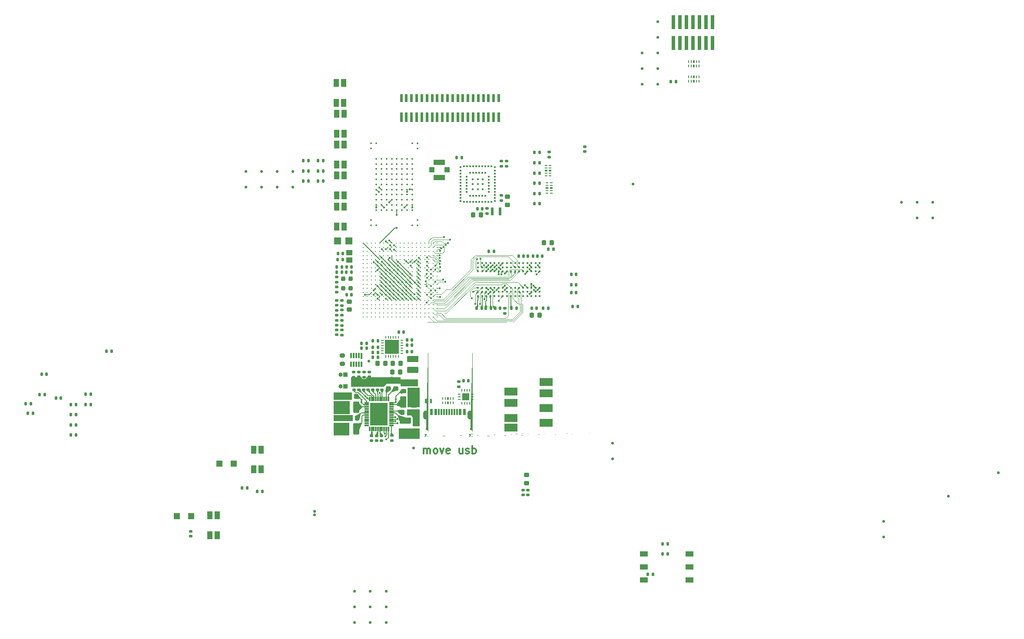
<source format=gbr>
%TF.GenerationSoftware,KiCad,Pcbnew,9.0.2*%
%TF.CreationDate,2025-06-19T13:39:26-06:00*%
%TF.ProjectId,MPU_MOD,4d50555f-4d4f-4442-9e6b-696361645f70,rev?*%
%TF.SameCoordinates,Original*%
%TF.FileFunction,Copper,L1,Top*%
%TF.FilePolarity,Positive*%
%FSLAX46Y46*%
G04 Gerber Fmt 4.6, Leading zero omitted, Abs format (unit mm)*
G04 Created by KiCad (PCBNEW 9.0.2) date 2025-06-19 13:39:26*
%MOMM*%
%LPD*%
G01*
G04 APERTURE LIST*
G04 Aperture macros list*
%AMRoundRect*
0 Rectangle with rounded corners*
0 $1 Rounding radius*
0 $2 $3 $4 $5 $6 $7 $8 $9 X,Y pos of 4 corners*
0 Add a 4 corners polygon primitive as box body*
4,1,4,$2,$3,$4,$5,$6,$7,$8,$9,$2,$3,0*
0 Add four circle primitives for the rounded corners*
1,1,$1+$1,$2,$3*
1,1,$1+$1,$4,$5*
1,1,$1+$1,$6,$7*
1,1,$1+$1,$8,$9*
0 Add four rect primitives between the rounded corners*
20,1,$1+$1,$2,$3,$4,$5,0*
20,1,$1+$1,$4,$5,$6,$7,0*
20,1,$1+$1,$6,$7,$8,$9,0*
20,1,$1+$1,$8,$9,$2,$3,0*%
%AMFreePoly0*
4,1,229,0.026192,1.103996,0.026383,1.103985,0.052383,1.101985,0.052573,1.101967,0.078573,1.098967,0.078944,1.098910,0.104944,1.093910,0.105167,1.093862,0.130167,1.087862,0.130300,1.087828,0.156300,1.080828,0.156756,1.080682,0.180756,1.071682,0.180923,1.071615,0.204923,1.061615,0.205083,1.061545,0.229083,1.050545,0.229460,1.050353,0.252460,1.037353,0.252684,1.037218,
0.296684,1.009218,0.297030,1.008977,0.318030,0.992977,0.318238,0.992810,0.338238,0.975810,0.338439,0.975630,0.357439,0.957630,0.357630,0.957439,0.375630,0.938439,0.375810,0.938238,0.392810,0.918238,0.392977,0.918030,0.408977,0.897030,0.409218,0.896684,0.437218,0.852684,0.437353,0.852460,0.450353,0.829460,0.450545,0.829083,0.461545,0.805083,0.461615,0.804923,
0.471615,0.780923,0.471682,0.780756,0.480682,0.756756,0.480828,0.756300,0.487828,0.730300,0.487862,0.730167,0.493862,0.705167,0.493910,0.704944,0.498910,0.678944,0.498967,0.678573,0.501967,0.652573,0.501985,0.652383,0.503985,0.626383,0.503996,0.626192,0.504996,0.600192,0.505000,0.600000,0.505000,-0.600000,0.504996,-0.600192,0.503996,-0.626192,0.503985,-0.626383,
0.501985,-0.652383,0.501967,-0.652573,0.498967,-0.678573,0.498910,-0.678944,0.493910,-0.704944,0.493862,-0.705167,0.487862,-0.730167,0.487828,-0.730300,0.480828,-0.756300,0.480682,-0.756756,0.471682,-0.780756,0.471615,-0.780923,0.461615,-0.804923,0.461545,-0.805083,0.450545,-0.829083,0.450353,-0.829460,0.437353,-0.852460,0.437218,-0.852684,0.409218,-0.896684,0.408977,-0.897030,
0.392977,-0.918030,0.392810,-0.918238,0.375810,-0.938238,0.375630,-0.938439,0.357630,-0.957439,0.357439,-0.957630,0.338439,-0.975630,0.338238,-0.975810,0.318238,-0.992810,0.318030,-0.992977,0.297030,-1.008977,0.296684,-1.009218,0.252684,-1.037218,0.252460,-1.037353,0.229460,-1.050353,0.229083,-1.050545,0.205083,-1.061545,0.204923,-1.061615,0.180923,-1.071615,0.180756,-1.071682,
0.156756,-1.080682,0.156300,-1.080828,0.130300,-1.087828,0.130167,-1.087862,0.105167,-1.093862,0.104944,-1.093910,0.078944,-1.098910,0.078573,-1.098967,0.052573,-1.101967,0.052383,-1.101985,0.026383,-1.103985,0.026192,-1.103996,0.000192,-1.104996,-0.000192,-1.104996,-0.026192,-1.103996,-0.026383,-1.103985,-0.052383,-1.101985,-0.052573,-1.101967,-0.078573,-1.098967,-0.078944,-1.098910,
-0.104944,-1.093910,-0.105167,-1.093862,-0.130167,-1.087862,-0.130300,-1.087828,-0.156300,-1.080828,-0.156756,-1.080682,-0.180756,-1.071682,-0.180923,-1.071615,-0.204923,-1.061615,-0.205083,-1.061545,-0.229083,-1.050545,-0.229460,-1.050353,-0.252460,-1.037353,-0.252684,-1.037218,-0.296684,-1.009218,-0.297030,-1.008977,-0.318030,-0.992977,-0.318238,-0.992810,-0.338238,-0.975810,-0.338439,-0.975630,
-0.357439,-0.957630,-0.357630,-0.957439,-0.375630,-0.938439,-0.375810,-0.938238,-0.392810,-0.918238,-0.392977,-0.918030,-0.408977,-0.897030,-0.409218,-0.896684,-0.437218,-0.852684,-0.437353,-0.852460,-0.450353,-0.829460,-0.450545,-0.829083,-0.461545,-0.805083,-0.461615,-0.804923,-0.471615,-0.780923,-0.471682,-0.780756,-0.480682,-0.756756,-0.480828,-0.756300,-0.487828,-0.730300,-0.487862,-0.730167,
-0.493862,-0.705167,-0.493910,-0.704944,-0.498910,-0.678944,-0.498967,-0.678573,-0.501967,-0.652573,-0.501985,-0.652383,-0.503985,-0.626383,-0.503996,-0.626192,-0.504996,-0.600192,-0.505000,-0.600000,-0.505000,0.600000,-0.504996,0.600192,-0.503996,0.626192,-0.503985,0.626383,-0.501985,0.652383,-0.501967,0.652573,-0.498967,0.678573,-0.498910,0.678944,-0.493910,0.704944,-0.493862,0.705167,
-0.487862,0.730167,-0.487828,0.730300,-0.480828,0.756300,-0.480682,0.756756,-0.471682,0.780756,-0.471615,0.780923,-0.461615,0.804923,-0.461545,0.805083,-0.450545,0.829083,-0.450353,0.829460,-0.437353,0.852460,-0.437218,0.852684,-0.409218,0.896684,-0.408977,0.897030,-0.392977,0.918030,-0.392810,0.918238,-0.375810,0.938238,-0.375630,0.938439,-0.357630,0.957439,-0.357439,0.957630,
-0.338439,0.975630,-0.338238,0.975810,-0.318238,0.992810,-0.318030,0.992977,-0.297030,1.008977,-0.296684,1.009218,-0.252684,1.037218,-0.252460,1.037353,-0.229460,1.050353,-0.229083,1.050545,-0.205083,1.061545,-0.204923,1.061615,-0.180923,1.071615,-0.180756,1.071682,-0.156756,1.080682,-0.156300,1.080828,-0.130300,1.087828,-0.130167,1.087862,-0.105167,1.093862,-0.104944,1.093910,
-0.078944,1.098910,-0.078573,1.098967,-0.052573,1.101967,-0.052383,1.101985,-0.026383,1.103985,-0.026192,1.103996,-0.000192,1.104996,0.000192,1.104996,0.026192,1.103996,0.026192,1.103996,$1*%
G04 Aperture macros list end*
%ADD10C,0.300000*%
%TA.AperFunction,NonConductor*%
%ADD11C,0.300000*%
%TD*%
%TA.AperFunction,SMDPad,CuDef*%
%ADD12RoundRect,0.140000X-0.170000X0.140000X-0.170000X-0.140000X0.170000X-0.140000X0.170000X0.140000X0*%
%TD*%
%TA.AperFunction,SMDPad,CuDef*%
%ADD13RoundRect,0.125000X-0.125000X-0.125000X0.125000X-0.125000X0.125000X0.125000X-0.125000X0.125000X0*%
%TD*%
%TA.AperFunction,SMDPad,CuDef*%
%ADD14R,1.250000X1.000000*%
%TD*%
%TA.AperFunction,SMDPad,CuDef*%
%ADD15RoundRect,0.140000X0.170000X-0.140000X0.170000X0.140000X-0.170000X0.140000X-0.170000X-0.140000X0*%
%TD*%
%TA.AperFunction,SMDPad,CuDef*%
%ADD16RoundRect,0.135000X-0.135000X-0.185000X0.135000X-0.185000X0.135000X0.185000X-0.135000X0.185000X0*%
%TD*%
%TA.AperFunction,BGAPad,CuDef*%
%ADD17C,0.320000*%
%TD*%
%TA.AperFunction,SMDPad,CuDef*%
%ADD18RoundRect,0.135000X-0.185000X0.135000X-0.185000X-0.135000X0.185000X-0.135000X0.185000X0.135000X0*%
%TD*%
%TA.AperFunction,SMDPad,CuDef*%
%ADD19R,1.050000X1.650000*%
%TD*%
%TA.AperFunction,ComponentPad*%
%ADD20C,0.900000*%
%TD*%
%TA.AperFunction,SMDPad,CuDef*%
%ADD21RoundRect,0.225000X-0.250000X0.225000X-0.250000X-0.225000X0.250000X-0.225000X0.250000X0.225000X0*%
%TD*%
%TA.AperFunction,SMDPad,CuDef*%
%ADD22RoundRect,0.225000X-0.225000X-0.250000X0.225000X-0.250000X0.225000X0.250000X-0.225000X0.250000X0*%
%TD*%
%TA.AperFunction,SMDPad,CuDef*%
%ADD23RoundRect,0.140000X0.140000X0.170000X-0.140000X0.170000X-0.140000X-0.170000X0.140000X-0.170000X0*%
%TD*%
%TA.AperFunction,SMDPad,CuDef*%
%ADD24RoundRect,0.147500X-0.172500X0.147500X-0.172500X-0.147500X0.172500X-0.147500X0.172500X0.147500X0*%
%TD*%
%TA.AperFunction,SMDPad,CuDef*%
%ADD25RoundRect,0.225000X0.225000X0.250000X-0.225000X0.250000X-0.225000X-0.250000X0.225000X-0.250000X0*%
%TD*%
%TA.AperFunction,SMDPad,CuDef*%
%ADD26RoundRect,0.140000X-0.140000X-0.170000X0.140000X-0.170000X0.140000X0.170000X-0.140000X0.170000X0*%
%TD*%
%TA.AperFunction,SMDPad,CuDef*%
%ADD27RoundRect,0.135000X0.135000X0.185000X-0.135000X0.185000X-0.135000X-0.185000X0.135000X-0.185000X0*%
%TD*%
%TA.AperFunction,SMDPad,CuDef*%
%ADD28RoundRect,0.250000X0.375000X0.850000X-0.375000X0.850000X-0.375000X-0.850000X0.375000X-0.850000X0*%
%TD*%
%TA.AperFunction,SMDPad,CuDef*%
%ADD29R,2.500000X1.600000*%
%TD*%
%TA.AperFunction,SMDPad,CuDef*%
%ADD30RoundRect,0.028750X0.391250X0.086250X-0.391250X0.086250X-0.391250X-0.086250X0.391250X-0.086250X0*%
%TD*%
%TA.AperFunction,SMDPad,CuDef*%
%ADD31RoundRect,0.028750X0.086250X0.391250X-0.086250X0.391250X-0.086250X-0.391250X0.086250X-0.391250X0*%
%TD*%
%TA.AperFunction,SMDPad,CuDef*%
%ADD32R,3.500000X4.500000*%
%TD*%
%TA.AperFunction,SMDPad,CuDef*%
%ADD33R,0.604800X0.178600*%
%TD*%
%TA.AperFunction,SMDPad,CuDef*%
%ADD34R,0.178600X0.604800*%
%TD*%
%TA.AperFunction,SMDPad,CuDef*%
%ADD35R,1.447800X1.447800*%
%TD*%
%TA.AperFunction,SMDPad,CuDef*%
%ADD36RoundRect,0.250000X-0.375000X-0.850000X0.375000X-0.850000X0.375000X0.850000X-0.375000X0.850000X0*%
%TD*%
%TA.AperFunction,ComponentPad*%
%ADD37R,0.850000X0.850000*%
%TD*%
%TA.AperFunction,ComponentPad*%
%ADD38C,0.850000*%
%TD*%
%TA.AperFunction,SMDPad,CuDef*%
%ADD39R,1.000000X1.000000*%
%TD*%
%TA.AperFunction,SMDPad,CuDef*%
%ADD40R,2.200000X1.050000*%
%TD*%
%TA.AperFunction,SMDPad,CuDef*%
%ADD41R,0.580000X0.200000*%
%TD*%
%TA.AperFunction,SMDPad,CuDef*%
%ADD42R,0.580000X0.400000*%
%TD*%
%TA.AperFunction,SMDPad,CuDef*%
%ADD43RoundRect,0.250000X-0.850000X0.375000X-0.850000X-0.375000X0.850000X-0.375000X0.850000X0.375000X0*%
%TD*%
%TA.AperFunction,SMDPad,CuDef*%
%ADD44R,1.200000X1.200000*%
%TD*%
%TA.AperFunction,SMDPad,CuDef*%
%ADD45R,0.600000X1.850000*%
%TD*%
%TA.AperFunction,SMDPad,CuDef*%
%ADD46R,0.600000X1.650000*%
%TD*%
%TA.AperFunction,SMDPad,CuDef*%
%ADD47RoundRect,0.135000X0.185000X-0.135000X0.185000X0.135000X-0.185000X0.135000X-0.185000X-0.135000X0*%
%TD*%
%TA.AperFunction,SMDPad,CuDef*%
%ADD48R,1.400000X1.400000*%
%TD*%
%TA.AperFunction,SMDPad,CuDef*%
%ADD49RoundRect,0.125000X-0.125000X0.125000X-0.125000X-0.125000X0.125000X-0.125000X0.125000X0.125000X0*%
%TD*%
%TA.AperFunction,SMDPad,CuDef*%
%ADD50RoundRect,0.225000X0.250000X-0.225000X0.250000X0.225000X-0.250000X0.225000X-0.250000X-0.225000X0*%
%TD*%
%TA.AperFunction,SMDPad,CuDef*%
%ADD51R,0.406400X0.838200*%
%TD*%
%TA.AperFunction,SMDPad,CuDef*%
%ADD52R,0.200000X0.580000*%
%TD*%
%TA.AperFunction,SMDPad,CuDef*%
%ADD53R,0.400000X0.580000*%
%TD*%
%TA.AperFunction,SMDPad,CuDef*%
%ADD54RoundRect,0.137500X0.137500X0.662500X-0.137500X0.662500X-0.137500X-0.662500X0.137500X-0.662500X0*%
%TD*%
%TA.AperFunction,SMDPad,CuDef*%
%ADD55R,0.450000X0.300000*%
%TD*%
%TA.AperFunction,SMDPad,CuDef*%
%ADD56R,0.300000X0.450000*%
%TD*%
%TA.AperFunction,SMDPad,CuDef*%
%ADD57R,0.600000X1.150000*%
%TD*%
%TA.AperFunction,SMDPad,CuDef*%
%ADD58R,0.300000X1.150000*%
%TD*%
%TA.AperFunction,ComponentPad*%
%ADD59O,1.000000X1.800000*%
%TD*%
%TA.AperFunction,ComponentPad*%
%ADD60FreePoly0,0.000000*%
%TD*%
%TA.AperFunction,SMDPad,CuDef*%
%ADD61RoundRect,0.218750X0.256250X-0.218750X0.256250X0.218750X-0.256250X0.218750X-0.256250X-0.218750X0*%
%TD*%
%TA.AperFunction,SMDPad,CuDef*%
%ADD62RoundRect,0.200000X-0.200000X-0.250000X0.200000X-0.250000X0.200000X0.250000X-0.200000X0.250000X0*%
%TD*%
%TA.AperFunction,SMDPad,CuDef*%
%ADD63RoundRect,0.147500X0.172500X-0.147500X0.172500X0.147500X-0.172500X0.147500X-0.172500X-0.147500X0*%
%TD*%
%TA.AperFunction,SMDPad,CuDef*%
%ADD64C,0.420000*%
%TD*%
%TA.AperFunction,SMDPad,CuDef*%
%ADD65RoundRect,0.200000X0.275000X-0.200000X0.275000X0.200000X-0.275000X0.200000X-0.275000X-0.200000X0*%
%TD*%
%TA.AperFunction,SMDPad,CuDef*%
%ADD66R,1.500000X1.100000*%
%TD*%
%TA.AperFunction,SMDPad,CuDef*%
%ADD67RoundRect,0.009100X-0.120900X0.570900X-0.120900X-0.570900X0.120900X-0.570900X0.120900X0.570900X0*%
%TD*%
%TA.AperFunction,SMDPad,CuDef*%
%ADD68RoundRect,0.009100X-0.120900X0.495900X-0.120900X-0.495900X0.120900X-0.495900X0.120900X0.495900X0*%
%TD*%
%TA.AperFunction,SMDPad,CuDef*%
%ADD69O,0.240000X0.599999*%
%TD*%
%TA.AperFunction,SMDPad,CuDef*%
%ADD70O,0.599999X0.240000*%
%TD*%
%TA.AperFunction,SMDPad,CuDef*%
%ADD71R,2.700000X2.700000*%
%TD*%
%TA.AperFunction,ComponentPad*%
%ADD72C,0.499999*%
%TD*%
%TA.AperFunction,SMDPad,CuDef*%
%ADD73R,0.740000X2.790000*%
%TD*%
%TA.AperFunction,SMDPad,CuDef*%
%ADD74C,0.355600*%
%TD*%
%TA.AperFunction,ViaPad*%
%ADD75C,0.400000*%
%TD*%
%TA.AperFunction,Conductor*%
%ADD76C,0.200000*%
%TD*%
%TA.AperFunction,Conductor*%
%ADD77C,0.150000*%
%TD*%
%TA.AperFunction,Conductor*%
%ADD78C,0.118400*%
%TD*%
%TA.AperFunction,Conductor*%
%ADD79C,0.123952*%
%TD*%
%TA.AperFunction,Conductor*%
%ADD80C,0.114000*%
%TD*%
%TA.AperFunction,Conductor*%
%ADD81C,0.144300*%
%TD*%
G04 APERTURE END LIST*
D10*
D11*
X86254510Y-102700828D02*
X86254510Y-101700828D01*
X86254510Y-101843685D02*
X86325939Y-101772257D01*
X86325939Y-101772257D02*
X86468796Y-101700828D01*
X86468796Y-101700828D02*
X86683082Y-101700828D01*
X86683082Y-101700828D02*
X86825939Y-101772257D01*
X86825939Y-101772257D02*
X86897368Y-101915114D01*
X86897368Y-101915114D02*
X86897368Y-102700828D01*
X86897368Y-101915114D02*
X86968796Y-101772257D01*
X86968796Y-101772257D02*
X87111653Y-101700828D01*
X87111653Y-101700828D02*
X87325939Y-101700828D01*
X87325939Y-101700828D02*
X87468796Y-101772257D01*
X87468796Y-101772257D02*
X87540225Y-101915114D01*
X87540225Y-101915114D02*
X87540225Y-102700828D01*
X88468796Y-102700828D02*
X88325939Y-102629400D01*
X88325939Y-102629400D02*
X88254510Y-102557971D01*
X88254510Y-102557971D02*
X88183082Y-102415114D01*
X88183082Y-102415114D02*
X88183082Y-101986542D01*
X88183082Y-101986542D02*
X88254510Y-101843685D01*
X88254510Y-101843685D02*
X88325939Y-101772257D01*
X88325939Y-101772257D02*
X88468796Y-101700828D01*
X88468796Y-101700828D02*
X88683082Y-101700828D01*
X88683082Y-101700828D02*
X88825939Y-101772257D01*
X88825939Y-101772257D02*
X88897368Y-101843685D01*
X88897368Y-101843685D02*
X88968796Y-101986542D01*
X88968796Y-101986542D02*
X88968796Y-102415114D01*
X88968796Y-102415114D02*
X88897368Y-102557971D01*
X88897368Y-102557971D02*
X88825939Y-102629400D01*
X88825939Y-102629400D02*
X88683082Y-102700828D01*
X88683082Y-102700828D02*
X88468796Y-102700828D01*
X89468796Y-101700828D02*
X89825939Y-102700828D01*
X89825939Y-102700828D02*
X90183082Y-101700828D01*
X91325939Y-102629400D02*
X91183082Y-102700828D01*
X91183082Y-102700828D02*
X90897368Y-102700828D01*
X90897368Y-102700828D02*
X90754510Y-102629400D01*
X90754510Y-102629400D02*
X90683082Y-102486542D01*
X90683082Y-102486542D02*
X90683082Y-101915114D01*
X90683082Y-101915114D02*
X90754510Y-101772257D01*
X90754510Y-101772257D02*
X90897368Y-101700828D01*
X90897368Y-101700828D02*
X91183082Y-101700828D01*
X91183082Y-101700828D02*
X91325939Y-101772257D01*
X91325939Y-101772257D02*
X91397368Y-101915114D01*
X91397368Y-101915114D02*
X91397368Y-102057971D01*
X91397368Y-102057971D02*
X90683082Y-102200828D01*
X93825939Y-101700828D02*
X93825939Y-102700828D01*
X93183081Y-101700828D02*
X93183081Y-102486542D01*
X93183081Y-102486542D02*
X93254510Y-102629400D01*
X93254510Y-102629400D02*
X93397367Y-102700828D01*
X93397367Y-102700828D02*
X93611653Y-102700828D01*
X93611653Y-102700828D02*
X93754510Y-102629400D01*
X93754510Y-102629400D02*
X93825939Y-102557971D01*
X94468796Y-102629400D02*
X94611653Y-102700828D01*
X94611653Y-102700828D02*
X94897367Y-102700828D01*
X94897367Y-102700828D02*
X95040224Y-102629400D01*
X95040224Y-102629400D02*
X95111653Y-102486542D01*
X95111653Y-102486542D02*
X95111653Y-102415114D01*
X95111653Y-102415114D02*
X95040224Y-102272257D01*
X95040224Y-102272257D02*
X94897367Y-102200828D01*
X94897367Y-102200828D02*
X94683082Y-102200828D01*
X94683082Y-102200828D02*
X94540224Y-102129400D01*
X94540224Y-102129400D02*
X94468796Y-101986542D01*
X94468796Y-101986542D02*
X94468796Y-101915114D01*
X94468796Y-101915114D02*
X94540224Y-101772257D01*
X94540224Y-101772257D02*
X94683082Y-101700828D01*
X94683082Y-101700828D02*
X94897367Y-101700828D01*
X94897367Y-101700828D02*
X95040224Y-101772257D01*
X95754510Y-102700828D02*
X95754510Y-101200828D01*
X95754510Y-101772257D02*
X95897368Y-101700828D01*
X95897368Y-101700828D02*
X96183082Y-101700828D01*
X96183082Y-101700828D02*
X96325939Y-101772257D01*
X96325939Y-101772257D02*
X96397368Y-101843685D01*
X96397368Y-101843685D02*
X96468796Y-101986542D01*
X96468796Y-101986542D02*
X96468796Y-102415114D01*
X96468796Y-102415114D02*
X96397368Y-102557971D01*
X96397368Y-102557971D02*
X96325939Y-102629400D01*
X96325939Y-102629400D02*
X96183082Y-102700828D01*
X96183082Y-102700828D02*
X95897368Y-102700828D01*
X95897368Y-102700828D02*
X95754510Y-102629400D01*
D12*
%TO.P,C216,1*%
%TO.N,GND*%
X73650000Y-89283207D03*
%TO.P,C216,2*%
%TO.N,3V3*%
X73650000Y-90243207D03*
%TD*%
D13*
%TO.P,TP601,1,1*%
%TO.N,Net-(D601-K)*%
X198250000Y-106430000D03*
%TD*%
D14*
%TO.P,Y601,1*%
%TO.N,Net-(U301C-PC15)*%
X71800000Y-63500000D03*
%TO.P,Y601,2*%
%TO.N,Net-(U301C-PC14)*%
X71800000Y-65000000D03*
%TD*%
D13*
%TO.P,TP212,1,1*%
%TO.N,3V3*%
X78925000Y-135660000D03*
%TD*%
D15*
%TO.P,C210,1*%
%TO.N,GND*%
X40900000Y-118800000D03*
%TO.P,C210,2*%
%TO.N,PWR_SW_WAKE_UP*%
X40900000Y-117840000D03*
%TD*%
D16*
%TO.P,R709,1*%
%TO.N,Net-(U301E-BOOT1)*%
X132832500Y-120320000D03*
%TO.P,R709,2*%
%TO.N,GND*%
X133852500Y-120320000D03*
%TD*%
D17*
%TO.P,U301,A1,VSS*%
%TO.N,GND*%
X74473415Y-61677400D03*
%TO.P,U301,A2,PG15*%
%TO.N,SDMMC3_CK*%
X75273415Y-61677400D03*
%TO.P,U301,A3,PD0*%
%TO.N,SDMMC3_CMD*%
X76073415Y-61677400D03*
%TO.P,U301,A4,PD1*%
%TO.N,SDMMC3_D0*%
X76873415Y-61677400D03*
%TO.P,U301,A5,PE3*%
%TO.N,SDMMC2_CK*%
X77673415Y-61677400D03*
%TO.P,U301,A6,PG6*%
%TO.N,SDMMC2_CMD*%
X78473415Y-61677400D03*
%TO.P,U301,A7,PB3*%
%TO.N,SDMMC2_D2*%
X79273415Y-61677400D03*
%TO.P,U301,A8,PB15*%
%TO.N,SDMMC2_D1*%
X80073415Y-61677400D03*
%TO.P,U301,A9,PC7*%
%TO.N,unconnected-(U301C-PC7-PadA9)*%
X80873415Y-61677400D03*
%TO.P,U301,A10,PC9*%
%TO.N,SDMMC1_D1*%
X81673415Y-61677400D03*
%TO.P,U301,A11,PC11*%
%TO.N,SDMMC1_D3*%
X82473415Y-61677400D03*
%TO.P,U301,A12,VDD_DSI*%
%TO.N,VDD*%
X83273415Y-61677400D03*
%TO.P,U301,A13,DSIHOST_D0N*%
%TO.N,unconnected-(U301F-DSIHOST_D0N-PadA13)*%
X84073415Y-61677400D03*
%TO.P,U301,A14,DSIHOST_CKN*%
%TO.N,unconnected-(U301F-DSIHOST_CKN-PadA14)*%
X84873415Y-61677400D03*
%TO.P,U301,A15,DSIHOST_D1N*%
%TO.N,unconnected-(U301F-DSIHOST_D1N-PadA15)*%
X85673415Y-61677400D03*
%TO.P,U301,A16,VDD1V2_DSI_PHY*%
%TO.N,Net-(U301A-VDD1V2_DSI_PHY)*%
X86473415Y-61677400D03*
%TO.P,U301,A17,DDR_DQ0*%
%TO.N,/DDR/DDR_DQ0*%
X87273415Y-61677400D03*
%TO.P,U301,A18,DDR_DQ1*%
%TO.N,/DDR/DDR_DQ1*%
X88073415Y-61677400D03*
%TO.P,U301,A19,VSS*%
%TO.N,GND*%
X88873415Y-61677400D03*
%TO.P,U301,B1,PE1*%
%TO.N,UART8_TX_STM*%
X74473415Y-62477400D03*
%TO.P,U301,B2,VSS*%
%TO.N,GND*%
X75273415Y-62477400D03*
%TO.P,U301,B3,PE6*%
%TO.N,unconnected-(U301D-PE6-PadB3)*%
X76073415Y-62477400D03*
%TO.P,U301,B4,PD7*%
%TO.N,SDMMC3_D3*%
X76873415Y-62477400D03*
%TO.P,U301,B5,PB7*%
%TO.N,uSD_DETECT*%
X77673415Y-62477400D03*
%TO.P,U301,B6,VSS*%
%TO.N,GND*%
X78473415Y-62477400D03*
%TO.P,U301,B7,PE5*%
%TO.N,SDMMC2_D6*%
X79273415Y-62477400D03*
%TO.P,U301,B8,PA8*%
%TO.N,SDMMC2_D4*%
X80073415Y-62477400D03*
%TO.P,U301,B9,PB4*%
%TO.N,SDMMC2_D3*%
X80873415Y-62477400D03*
%TO.P,U301,B10,PD2*%
%TO.N,SDMMC1_CMD*%
X81673415Y-62477400D03*
%TO.P,U301,B11,PE4*%
%TO.N,unconnected-(U301D-PE4-PadB11)*%
X82473415Y-62477400D03*
%TO.P,U301,B12,VDDA1V8_DSI*%
%TO.N,Net-(U301A-VDDA1V8_DSI)*%
X83273415Y-62477400D03*
%TO.P,U301,B13,DSIHOST_D0P*%
%TO.N,unconnected-(U301F-DSIHOST_D0P-PadB13)*%
X84073415Y-62477400D03*
%TO.P,U301,B14,DSIHOST_CKP*%
%TO.N,unconnected-(U301F-DSIHOST_CKP-PadB14)*%
X84873415Y-62477400D03*
%TO.P,U301,B15,DSIHOST_D1P*%
%TO.N,unconnected-(U301F-DSIHOST_D1P-PadB15)*%
X85673415Y-62477400D03*
%TO.P,U301,B16,VDD1V2_DSI_REG*%
%TO.N,Net-(U301A-VDD1V2_DSI_PHY)*%
X86473415Y-62477400D03*
%TO.P,U301,B17,DDR_DQ3*%
%TO.N,/DDR/DDR_DQ3*%
X87273415Y-62477400D03*
%TO.P,U301,B18,DDR_DQ7*%
%TO.N,/DDR/DDR_DQ7*%
X88073415Y-62477400D03*
%TO.P,U301,B19,DDR_DQS0N*%
%TO.N,/DDR/DDR_DQS0_N*%
X88873415Y-62477400D03*
%TO.P,U301,C1,PE11*%
%TO.N,unconnected-(U301D-PE11-PadC1)*%
X74473415Y-63277400D03*
%TO.P,U301,C2,PE13*%
%TO.N,unconnected-(U301D-PE13-PadC2)*%
X75273415Y-63277400D03*
%TO.P,U301,C3,VSS*%
%TO.N,GND*%
X76073415Y-63277400D03*
%TO.P,U301,C4,PE0*%
%TO.N,UART8_RX_STM*%
X76873415Y-63277400D03*
%TO.P,U301,C5,PD10*%
%TO.N,unconnected-(U301C-PD10-PadC5)*%
X77673415Y-63277400D03*
%TO.P,U301,C6,PD3*%
%TO.N,SDMMC2_D7*%
X78473415Y-63277400D03*
%TO.P,U301,C7,PA15*%
%TO.N,unconnected-(U301C-PA15-PadC7)*%
X79273415Y-63277400D03*
%TO.P,U301,C8,PA9*%
%TO.N,SDMMC2_D5*%
X80073415Y-63277400D03*
%TO.P,U301,C9,PB14*%
%TO.N,SDMMC2_D0*%
X80873415Y-63277400D03*
%TO.P,U301,C10,PC12*%
%TO.N,SDMMC1_CK*%
X81673415Y-63277400D03*
%TO.P,U301,C11,PC8*%
%TO.N,SDMMC1_D0*%
X82473415Y-63277400D03*
%TO.P,U301,C12,VSS_DSI*%
%TO.N,GND*%
X83273415Y-63277400D03*
%TO.P,U301,C13,VSS_DSI*%
X84073415Y-63277400D03*
%TO.P,U301,C14,VSS_DSI*%
X84873415Y-63277400D03*
%TO.P,U301,C15,VSS_DSI*%
X85673415Y-63277400D03*
%TO.P,U301,C16,VSS_DSI*%
X86473415Y-63277400D03*
%TO.P,U301,C17,VSS*%
X87273415Y-63277400D03*
%TO.P,U301,C18,DDR_DQM0*%
%TO.N,/DDR/DDR_DQM0*%
X88073415Y-63277400D03*
%TO.P,U301,C19,DDR_DQS0P*%
%TO.N,/DDR/DDR_DQS0_P*%
X88873415Y-63277400D03*
%TO.P,U301,D1,VSS*%
%TO.N,GND*%
X74473415Y-64077400D03*
%TO.P,U301,D2,PE12*%
%TO.N,unconnected-(U301D-PE12-PadD2)*%
X75273415Y-64077400D03*
%TO.P,U301,D3,PE14*%
%TO.N,UART8_RTS_STM*%
X76073415Y-64077400D03*
%TO.P,U301,D4,VSS*%
%TO.N,GND*%
X76873415Y-64077400D03*
%TO.P,U301,D5,VSS*%
X77673415Y-64077400D03*
%TO.P,U301,D6,PD4*%
%TO.N,SDMMC3_D1*%
X78473415Y-64077400D03*
%TO.P,U301,D7,PD5*%
%TO.N,SDMMC3_D2*%
X79273415Y-64077400D03*
%TO.P,U301,D8,VSS*%
%TO.N,GND*%
X80073415Y-64077400D03*
%TO.P,U301,D9,PB9*%
%TO.N,unconnected-(U301C-PB9-PadD9)*%
X80873415Y-64077400D03*
%TO.P,U301,D10,PC6*%
%TO.N,unconnected-(U301C-PC6-PadD10)*%
X81673415Y-64077400D03*
%TO.P,U301,D11,PC10*%
%TO.N,SDMMC1_D2*%
X82473415Y-64077400D03*
%TO.P,U301,D12,NJTRST*%
%TO.N,unconnected-(U301E-NJTRST-PadD12)*%
X83273415Y-64077400D03*
%TO.P,U301,D13,JTDI*%
%TO.N,/RCC_BOOT_RST_DEBUG/T_JTDI{slash}NC*%
X84073415Y-64077400D03*
%TO.P,U301,D14,JTDO*%
%TO.N,/RCC_BOOT_RST_DEBUG/T_JTDO{slash}T_SWO*%
X84873415Y-64077400D03*
%TO.P,U301,D15,JTMS*%
%TO.N,/RCC_BOOT_RST_DEBUG/T_JTMS{slash}T_SWDIO*%
X85673415Y-64077400D03*
%TO.P,U301,D16,JTCK*%
%TO.N,/RCC_BOOT_RST_DEBUG/T_JCLK{slash}T_SWCLK*%
X86473415Y-64077400D03*
%TO.P,U301,D17,DDR_DQ5*%
%TO.N,/DDR/DDR_DQ5*%
X87273415Y-64077400D03*
%TO.P,U301,D18,DDR_DQ2*%
%TO.N,/DDR/DDR_DQ2*%
X88073415Y-64077400D03*
%TO.P,U301,D19,DDR_DQ6*%
%TO.N,/DDR/DDR_DQ6*%
X88873415Y-64077400D03*
%TO.P,U301,E1,PE15*%
%TO.N,UART8_CTS_STM*%
X74473415Y-64877400D03*
%TO.P,U301,E2,VSS*%
%TO.N,GND*%
X75273415Y-64877400D03*
%TO.P,U301,E3,PD6*%
%TO.N,unconnected-(U301C-PD6-PadE3)*%
X76073415Y-64877400D03*
%TO.P,U301,E4,VSS*%
%TO.N,GND*%
X76873415Y-64877400D03*
%TO.P,U301,E5,VSS*%
X77673415Y-64877400D03*
%TO.P,U301,E6,VSS*%
X78473415Y-64877400D03*
%TO.P,U301,E7,VDDCORE*%
%TO.N,VDD_CORE*%
X79273415Y-64877400D03*
%TO.P,U301,E8,VSS*%
%TO.N,GND*%
X80073415Y-64877400D03*
%TO.P,U301,E9,VDDCORE*%
%TO.N,VDD_CORE*%
X80873415Y-64877400D03*
%TO.P,U301,E10,VSS*%
%TO.N,GND*%
X81673415Y-64877400D03*
%TO.P,U301,E11,VDDCORE*%
%TO.N,VDD_CORE*%
X82473415Y-64877400D03*
%TO.P,U301,E12,VSS*%
%TO.N,GND*%
X83273415Y-64877400D03*
%TO.P,U301,E13,VDDCORE*%
%TO.N,VDD_CORE*%
X84073415Y-64877400D03*
%TO.P,U301,E14,VSS*%
%TO.N,GND*%
X84873415Y-64877400D03*
%TO.P,U301,E15,VDDQ_DDR*%
%TO.N,VDD_DDR*%
X85673415Y-64877400D03*
%TO.P,U301,E16,VSS*%
%TO.N,GND*%
X86473415Y-64877400D03*
%TO.P,U301,E17,DDR_A7*%
%TO.N,/DDR/DDR_A7*%
X87273415Y-64877400D03*
%TO.P,U301,E18,DDR_DQ4*%
%TO.N,/DDR/DDR_DQ4*%
X88073415Y-64877400D03*
%TO.P,U301,F1,PG12*%
%TO.N,unconnected-(U301D-PG12-PadF1)*%
X74473415Y-65677400D03*
%TO.P,U301,F2,PD8*%
%TO.N,unconnected-(U301C-PD8-PadF2)*%
X75273415Y-65677400D03*
%TO.P,U301,F3,PD14*%
%TO.N,unconnected-(U301C-PD14-PadF3)*%
X76073415Y-65677400D03*
%TO.P,U301,F4,VDDCORE*%
%TO.N,VDD_CORE*%
X76873415Y-65677400D03*
%TO.P,U301,F5,VSS*%
%TO.N,GND*%
X77673415Y-65677400D03*
%TO.P,U301,F6,VDDCORE*%
%TO.N,VDD_CORE*%
X78473415Y-65677400D03*
%TO.P,U301,F7,VSS*%
%TO.N,GND*%
X79273415Y-65677400D03*
%TO.P,U301,F8,VDDCORE*%
%TO.N,VDD_CORE*%
X80073415Y-65677400D03*
%TO.P,U301,F9,VSS*%
%TO.N,GND*%
X80873415Y-65677400D03*
%TO.P,U301,F10,VDDCORE*%
%TO.N,VDD_CORE*%
X81673415Y-65677400D03*
%TO.P,U301,F11,VSS*%
%TO.N,GND*%
X82473415Y-65677400D03*
%TO.P,U301,F12,VDDCORE*%
%TO.N,VDD_CORE*%
X83273415Y-65677400D03*
%TO.P,U301,F13,VSS_PLL2*%
%TO.N,GND*%
X84073415Y-65677400D03*
%TO.P,U301,F14,VDDQ_DDR*%
%TO.N,VDD_DDR*%
X84873415Y-65677400D03*
%TO.P,U301,F15,VSS*%
%TO.N,GND*%
X85673415Y-65677400D03*
%TO.P,U301,F17,DDR_A13*%
%TO.N,/DDR/DDR_A13*%
X87273415Y-65677400D03*
%TO.P,U301,F18,DDR_ZQ*%
%TO.N,Net-(U301B-DDR_ZQ)*%
X88073415Y-65677400D03*
%TO.P,U301,F19,DDR_A3*%
%TO.N,/DDR/DDR_A3*%
X88873415Y-65677400D03*
%TO.P,U301,G1,PD15*%
%TO.N,unconnected-(U301C-PD15-PadG1)*%
X74473415Y-66477400D03*
%TO.P,U301,G2,VSS*%
%TO.N,GND*%
X75273415Y-66477400D03*
%TO.P,U301,G3,PD9*%
%TO.N,unconnected-(U301C-PD9-PadG3)*%
X76073415Y-66477400D03*
%TO.P,U301,G4,VSS*%
%TO.N,GND*%
X76873415Y-66477400D03*
%TO.P,U301,G5,VDDCORE*%
%TO.N,VDD_CORE*%
X77673415Y-66477400D03*
%TO.P,U301,G6,VSS*%
%TO.N,GND*%
X78473415Y-66477400D03*
%TO.P,U301,G7,VDDCORE*%
%TO.N,VDD_CORE*%
X79273415Y-66477400D03*
%TO.P,U301,G8,VSS*%
%TO.N,GND*%
X80073415Y-66477400D03*
%TO.P,U301,G9,VDDCORE*%
%TO.N,VDD_CORE*%
X80873415Y-66477400D03*
%TO.P,U301,G10,VSS*%
%TO.N,GND*%
X81673415Y-66477400D03*
%TO.P,U301,G11,VDDCORE*%
%TO.N,VDD_CORE*%
X82473415Y-66477400D03*
%TO.P,U301,G12,VSS*%
%TO.N,GND*%
X83273415Y-66477400D03*
%TO.P,U301,G13,VDD_PLL2*%
%TO.N,VDD*%
X84073415Y-66477400D03*
%TO.P,U301,G14,VSS*%
%TO.N,GND*%
X84873415Y-66477400D03*
%TO.P,U301,G15,VDDQ_DDR*%
%TO.N,VDD_DDR*%
X85673415Y-66477400D03*
%TO.P,U301,G16,DDR_RESETN*%
%TO.N,/DDR/DDR_RESETN*%
X86473415Y-66477400D03*
%TO.P,U301,G17,DDR_A9*%
%TO.N,/DDR/DDR_A9*%
X87273415Y-66477400D03*
%TO.P,U301,G18,DDR_A2*%
%TO.N,/DDR/DDR_A2*%
X88073415Y-66477400D03*
%TO.P,U301,G19,DDR_BA0*%
%TO.N,/DDR/DDR_BA0*%
X88873415Y-66477400D03*
%TO.P,U301,H1,PC14*%
%TO.N,Net-(U301C-PC14)*%
X74473415Y-67277400D03*
%TO.P,U301,H2,PC15*%
%TO.N,Net-(U301C-PC15)*%
X75273415Y-67277400D03*
%TO.P,U301,H3,VBAT*%
%TO.N,Net-(U301A-VBAT)*%
X76073415Y-67277400D03*
%TO.P,U301,H4,VDDCORE*%
%TO.N,VDD_CORE*%
X76873415Y-67277400D03*
%TO.P,U301,H5,VSS*%
%TO.N,GND*%
X77673415Y-67277400D03*
%TO.P,U301,H6,VDDCORE*%
%TO.N,VDD_CORE*%
X78473415Y-67277400D03*
%TO.P,U301,H7,VSS*%
%TO.N,GND*%
X79273415Y-67277400D03*
%TO.P,U301,H8,VDDCORE*%
%TO.N,VDD_CORE*%
X80073415Y-67277400D03*
%TO.P,U301,H9,VSS*%
%TO.N,GND*%
X80873415Y-67277400D03*
%TO.P,U301,H10,VDDCORE*%
%TO.N,VDD_CORE*%
X81673415Y-67277400D03*
%TO.P,U301,H11,VSS*%
%TO.N,GND*%
X82473415Y-67277400D03*
%TO.P,U301,H12,VDDCORE*%
%TO.N,VDD_CORE*%
X83273415Y-67277400D03*
%TO.P,U301,H13,VSS*%
%TO.N,GND*%
X84073415Y-67277400D03*
%TO.P,U301,H14,VDDQ_DDR*%
%TO.N,VDD_DDR*%
X84873415Y-67277400D03*
%TO.P,U301,H15,VSS*%
%TO.N,GND*%
X85673415Y-67277400D03*
%TO.P,U301,H17,DDR_A5*%
%TO.N,/DDR/DDR_A5*%
X87273415Y-67277400D03*
%TO.P,U301,H18,DDR_A0*%
%TO.N,/DDR/DDR_A0*%
X88073415Y-67277400D03*
%TO.P,U301,H19,DDR_ODT*%
%TO.N,/DDR/DDR_ODT*%
X88873415Y-67277400D03*
%TO.P,U301,J1,NRST*%
%TO.N,NRST*%
X74473415Y-68077400D03*
%TO.P,U301,J2,NRST_CORE*%
%TO.N,Net-(U301E-NRST_CORE)*%
X75273415Y-68077400D03*
%TO.P,U301,J3,VSS*%
%TO.N,GND*%
X76073415Y-68077400D03*
%TO.P,U301,J4,VSS_PLL*%
X76873415Y-68077400D03*
%TO.P,U301,J5,VDD_PLL*%
%TO.N,VDD*%
X77673415Y-68077400D03*
%TO.P,U301,J6,VSS*%
%TO.N,GND*%
X78473415Y-68077400D03*
%TO.P,U301,J7,VDDCORE*%
%TO.N,VDD_CORE*%
X79273415Y-68077400D03*
%TO.P,U301,J8,VSS*%
%TO.N,GND*%
X80073415Y-68077400D03*
%TO.P,U301,J9,VDDCORE*%
%TO.N,VDD_CORE*%
X80873415Y-68077400D03*
%TO.P,U301,J10,VSS*%
%TO.N,GND*%
X81673415Y-68077400D03*
%TO.P,U301,J11,VDDCORE*%
%TO.N,VDD_CORE*%
X82473415Y-68077400D03*
%TO.P,U301,J12,VSS*%
%TO.N,GND*%
X83273415Y-68077400D03*
%TO.P,U301,J13,VDDCORE*%
%TO.N,VDD_CORE*%
X84073415Y-68077400D03*
%TO.P,U301,J14,VSS*%
%TO.N,GND*%
X84873415Y-68077400D03*
%TO.P,U301,J15,VDDQ_DDR*%
%TO.N,VDD_DDR*%
X85673415Y-68077400D03*
%TO.P,U301,J16,DDR_BA2*%
%TO.N,/DDR/DDR_BA2*%
X86473415Y-68077400D03*
%TO.P,U301,J17,DDR_WEN*%
%TO.N,/DDR/DDR_WEN*%
X87273415Y-68077400D03*
%TO.P,U301,J18,DDR_CSN*%
%TO.N,/DDR/DDR_CSN*%
X88073415Y-68077400D03*
%TO.P,U301,J19,DDR_DTO1*%
%TO.N,Net-(U301B-DDR_DTO1)*%
X88873415Y-68077400D03*
%TO.P,U301,K1,BOOT0*%
%TO.N,Net-(U301E-BOOT0)*%
X74473415Y-68877400D03*
%TO.P,U301,K2,VSS*%
%TO.N,GND*%
X75273415Y-68877400D03*
%TO.P,U301,K3,PC13*%
%TO.N,unconnected-(U301C-PC13-PadK3)*%
X76073415Y-68877400D03*
%TO.P,U301,K4,BOOT1*%
%TO.N,Net-(U301E-BOOT1)*%
X76873415Y-68877400D03*
%TO.P,U301,K5,VSS*%
%TO.N,GND*%
X77673415Y-68877400D03*
%TO.P,U301,K6,VDD*%
%TO.N,VDD*%
X78473415Y-68877400D03*
%TO.P,U301,K7,VSS*%
%TO.N,GND*%
X79273415Y-68877400D03*
%TO.P,U301,K8,VDDCORE*%
%TO.N,VDD_CORE*%
X80073415Y-68877400D03*
%TO.P,U301,K9,VSS*%
%TO.N,GND*%
X80873415Y-68877400D03*
%TO.P,U301,K10,VDDCORE*%
%TO.N,VDD_CORE*%
X81673415Y-68877400D03*
%TO.P,U301,K11,VSS*%
%TO.N,GND*%
X82473415Y-68877400D03*
%TO.P,U301,K12,VDDCORE*%
%TO.N,VDD_CORE*%
X83273415Y-68877400D03*
%TO.P,U301,K13,VSS*%
%TO.N,GND*%
X84073415Y-68877400D03*
%TO.P,U301,K14,VDDQ_DDR*%
%TO.N,VDD_DDR*%
X84873415Y-68877400D03*
%TO.P,U301,K15,VSS*%
%TO.N,GND*%
X85673415Y-68877400D03*
%TO.P,U301,K17,DDR_CASN*%
%TO.N,/DDR/DDR_CASN*%
X87273415Y-68877400D03*
%TO.P,U301,K18,DDR_DTO0*%
%TO.N,Net-(U301B-DDR_DTO0)*%
X88073415Y-68877400D03*
%TO.P,U301,K19,DDR_CLKN*%
%TO.N,/DDR/DDR_CLK_N*%
X88873415Y-68877400D03*
%TO.P,U301,L1,PWR_ON*%
%TO.N,PWR_ON*%
X74473415Y-69677400D03*
%TO.P,U301,L2,BOOT2*%
%TO.N,Net-(U301E-BOOT2)*%
X75273415Y-69677400D03*
%TO.P,U301,L3,VDD_ANA*%
%TO.N,VDD*%
X76073415Y-69677400D03*
%TO.P,U301,L4,VSS_ANA*%
%TO.N,GND*%
X76873415Y-69677400D03*
%TO.P,U301,L5,VDD*%
%TO.N,VDD*%
X77673415Y-69677400D03*
%TO.P,U301,L6,VSS*%
%TO.N,GND*%
X78473415Y-69677400D03*
%TO.P,U301,L7,VDD*%
%TO.N,VDD*%
X79273415Y-69677400D03*
%TO.P,U301,L8,VSS*%
%TO.N,GND*%
X80073415Y-69677400D03*
%TO.P,U301,L9,VDDCORE*%
%TO.N,VDD_CORE*%
X80873415Y-69677400D03*
%TO.P,U301,L10,VSS*%
%TO.N,GND*%
X81673415Y-69677400D03*
%TO.P,U301,L11,VDDCORE*%
%TO.N,VDD_CORE*%
X82473415Y-69677400D03*
%TO.P,U301,L12,VSS*%
%TO.N,GND*%
X83273415Y-69677400D03*
%TO.P,U301,L13,VDDCORE*%
%TO.N,VDD_CORE*%
X84073415Y-69677400D03*
%TO.P,U301,L14,VSS*%
%TO.N,GND*%
X84873415Y-69677400D03*
%TO.P,U301,L15,VDDQ_DDR*%
%TO.N,VDD_DDR*%
X85673415Y-69677400D03*
%TO.P,U301,L16,DDR_A15*%
%TO.N,/DDR/DDR_A15*%
X86473415Y-69677400D03*
%TO.P,U301,L17,DDR_A12*%
%TO.N,/DDR/DDR_A12*%
X87273415Y-69677400D03*
%TO.P,U301,L18,DDR_RASN*%
%TO.N,/DDR/DDR_RASN*%
X88073415Y-69677400D03*
%TO.P,U301,L19,DDR_CLKP*%
%TO.N,/DDR/DDR_CLK_P*%
X88873415Y-69677400D03*
%TO.P,U301,M1,PH0*%
%TO.N,/RCC_BOOT_RST_DEBUG/OSC_IN*%
X74473415Y-70477400D03*
%TO.P,U301,M2,PH1*%
%TO.N,/RCC_BOOT_RST_DEBUG/OSC_OUT*%
X75273415Y-70477400D03*
%TO.P,U301,M3,VREF-*%
%TO.N,GND*%
X76073415Y-70477400D03*
%TO.P,U301,M4,VDDA*%
%TO.N,/MPU_PWR/VDDA*%
X76873415Y-70477400D03*
%TO.P,U301,M5,VSS*%
%TO.N,GND*%
X77673415Y-70477400D03*
%TO.P,U301,M6,VDD*%
%TO.N,VDD*%
X78473415Y-70477400D03*
%TO.P,U301,M7,VSS*%
%TO.N,GND*%
X79273415Y-70477400D03*
%TO.P,U301,M8,VDD*%
%TO.N,VDD*%
X80073415Y-70477400D03*
%TO.P,U301,M9,VSS*%
%TO.N,GND*%
X80873415Y-70477400D03*
%TO.P,U301,M10,VDDCORE*%
%TO.N,VDD_CORE*%
X81673415Y-70477400D03*
%TO.P,U301,M11,VSS*%
%TO.N,GND*%
X82473415Y-70477400D03*
%TO.P,U301,M12,VDDCORE*%
%TO.N,VDD_CORE*%
X83273415Y-70477400D03*
%TO.P,U301,M13,VSS*%
%TO.N,GND*%
X84073415Y-70477400D03*
%TO.P,U301,M14,VDDQ_DDR*%
%TO.N,VDD_DDR*%
X84873415Y-70477400D03*
%TO.P,U301,M15,VSS*%
%TO.N,GND*%
X85673415Y-70477400D03*
%TO.P,U301,M17,DDR_A1*%
%TO.N,/DDR/DDR_A1*%
X87273415Y-70477400D03*
%TO.P,U301,M18,DDR_A11*%
%TO.N,/DDR/DDR_A11*%
X88073415Y-70477400D03*
%TO.P,U301,M19,DDR_A10*%
%TO.N,/DDR/DDR_A10*%
X88873415Y-70477400D03*
%TO.P,U301,N1,PDR_ON_CORE*%
%TO.N,Net-(U301E-PDR_ON_CORE)*%
X74473415Y-71277400D03*
%TO.P,U301,N2,PDR_ON*%
%TO.N,Net-(U301E-PDR_ON)*%
X75273415Y-71277400D03*
%TO.P,U301,N3,VREF+*%
%TO.N,Net-(U301A-VREF+)*%
X76073415Y-71277400D03*
%TO.P,U301,N4,VSSA*%
%TO.N,GND*%
X76873415Y-71277400D03*
%TO.P,U301,N5,VDD*%
%TO.N,VDD*%
X77673415Y-71277400D03*
%TO.P,U301,N6,VSS*%
%TO.N,GND*%
X78473415Y-71277400D03*
%TO.P,U301,N7,VDD*%
%TO.N,VDD*%
X79273415Y-71277400D03*
%TO.P,U301,N8,VSS*%
%TO.N,GND*%
X80073415Y-71277400D03*
%TO.P,U301,N9,VDD*%
%TO.N,VDD*%
X80873415Y-71277400D03*
%TO.P,U301,N10,VSS*%
%TO.N,GND*%
X81673415Y-71277400D03*
%TO.P,U301,N11,VDDCORE*%
%TO.N,VDD_CORE*%
X82473415Y-71277400D03*
%TO.P,U301,N12,VSS*%
%TO.N,GND*%
X83273415Y-71277400D03*
%TO.P,U301,N13,VDDCORE*%
%TO.N,VDD_CORE*%
X84073415Y-71277400D03*
%TO.P,U301,N14,VSS*%
%TO.N,GND*%
X84873415Y-71277400D03*
%TO.P,U301,N15,VDDQ_DDR*%
%TO.N,VDD_DDR*%
X85673415Y-71277400D03*
%TO.P,U301,N16,DDR_A6*%
%TO.N,/DDR/DDR_A6*%
X86473415Y-71277400D03*
%TO.P,U301,N17,DDR_BA1*%
%TO.N,/DDR/DDR_BA1*%
X87273415Y-71277400D03*
%TO.P,U301,N18,DDR_A14*%
%TO.N,/DDR/DDR_A14*%
X88073415Y-71277400D03*
%TO.P,U301,N19,DDR_ATO*%
%TO.N,Net-(U301B-DDR_ATO)*%
X88873415Y-71277400D03*
%TO.P,U301,P1,PWR_LP*%
%TO.N,Net-(U301E-PWR_LP)*%
X74473415Y-72077400D03*
%TO.P,U301,P2,PA13*%
%TO.N,Net-(D602-K)*%
X75273415Y-72077400D03*
%TO.P,U301,P3,PA3*%
%TO.N,unconnected-(U301C-PA3-PadP3)*%
X76073415Y-72077400D03*
%TO.P,U301,P4,PA5*%
%TO.N,I2S1_CK*%
X76873415Y-72077400D03*
%TO.P,U301,P5,VSSA*%
%TO.N,GND*%
X77673415Y-72077400D03*
%TO.P,U301,P6,VDD*%
%TO.N,VDD*%
X78473415Y-72077400D03*
%TO.P,U301,P7,VSS*%
%TO.N,GND*%
X79273415Y-72077400D03*
%TO.P,U301,P8,VDD*%
%TO.N,VDD*%
X80073415Y-72077400D03*
%TO.P,U301,P9,VSS*%
%TO.N,GND*%
X80873415Y-72077400D03*
%TO.P,U301,P10,VDD*%
%TO.N,VDD*%
X81673415Y-72077400D03*
%TO.P,U301,P11,VSS*%
%TO.N,GND*%
X82473415Y-72077400D03*
%TO.P,U301,P12,VDDCORE*%
%TO.N,VDD_CORE*%
X83273415Y-72077400D03*
%TO.P,U301,P13,VSS*%
%TO.N,GND*%
X84073415Y-72077400D03*
%TO.P,U301,P14,VDDQ_DDR*%
%TO.N,VDD_DDR*%
X84873415Y-72077400D03*
%TO.P,U301,P15,VSS*%
%TO.N,GND*%
X85673415Y-72077400D03*
%TO.P,U301,P17,DDR_A4*%
%TO.N,/DDR/DDR_A4*%
X87273415Y-72077400D03*
%TO.P,U301,P18,DDR_DQ8*%
%TO.N,/DDR/DDR_DQ8*%
X88073415Y-72077400D03*
%TO.P,U301,P19,DDR_CKE*%
%TO.N,/DDR/DDR_CKE*%
X88873415Y-72077400D03*
%TO.P,U301,R1,PA14*%
%TO.N,Net-(D601-K)*%
X74473415Y-72877400D03*
%TO.P,U301,R2,VSS*%
%TO.N,GND*%
X75273415Y-72877400D03*
%TO.P,U301,R3,PA0*%
%TO.N,PMIC_PA0_WKUP_INTR*%
X76073415Y-72877400D03*
%TO.P,U301,R4,PA4*%
%TO.N,I2S1_WS*%
X76873415Y-72877400D03*
%TO.P,U301,R5,VSSA*%
%TO.N,GND*%
X77673415Y-72877400D03*
%TO.P,U301,R6,VSS*%
X78473415Y-72877400D03*
%TO.P,U301,R7,VDD*%
%TO.N,VDD*%
X79273415Y-72877400D03*
%TO.P,U301,R8,VSS*%
%TO.N,GND*%
X80073415Y-72877400D03*
%TO.P,U301,R9,VDD*%
%TO.N,VDD*%
X80873415Y-72877400D03*
%TO.P,U301,R10,VSS*%
%TO.N,GND*%
X81673415Y-72877400D03*
%TO.P,U301,R11,VDD*%
%TO.N,VDD*%
X82473415Y-72877400D03*
%TO.P,U301,R12,VSS*%
%TO.N,GND*%
X83273415Y-72877400D03*
%TO.P,U301,R13,VDDCORE*%
%TO.N,VDD_CORE*%
X84073415Y-72877400D03*
%TO.P,U301,R14,VSS*%
%TO.N,GND*%
X84873415Y-72877400D03*
%TO.P,U301,R15,VDDQ_DDR*%
%TO.N,VDD_DDR*%
X85673415Y-72877400D03*
%TO.P,U301,R16,VSS*%
%TO.N,GND*%
X86473415Y-72877400D03*
%TO.P,U301,R17,DDR_A8*%
%TO.N,/DDR/DDR_A8*%
X87273415Y-72877400D03*
%TO.P,U301,R18,DDR_DQ10*%
%TO.N,/DDR/DDR_DQ10*%
X88073415Y-72877400D03*
%TO.P,U301,T1,PE2*%
%TO.N,unconnected-(U301D-PE2-PadT1)*%
X74473415Y-73677400D03*
%TO.P,U301,T2,PC2*%
%TO.N,I2S1_SDI*%
X75273415Y-73677400D03*
%TO.P,U301,T3,PC3*%
%TO.N,unconnected-(U301C-PC3-PadT3)*%
X76073415Y-73677400D03*
%TO.P,U301,T4,VSS*%
%TO.N,GND*%
X76873415Y-73677400D03*
%TO.P,U301,T5,PA6*%
%TO.N,I2S1_SDI*%
X77673415Y-73677400D03*
%TO.P,U301,T6,PA7*%
%TO.N,I2S1_SDO*%
X78473415Y-73677400D03*
%TO.P,U301,T7,PC0*%
%TO.N,unconnected-(U301C-PC0-PadT7)*%
X79273415Y-73677400D03*
%TO.P,U301,T8,PB5*%
%TO.N,unconnected-(U301C-PB5-PadT8)*%
X80073415Y-73677400D03*
%TO.P,U301,T9,PB13*%
%TO.N,unconnected-(U301C-PB13-PadT9)*%
X80873415Y-73677400D03*
%TO.P,U301,T10,PE7*%
%TO.N,unconnected-(U301D-PE7-PadT10)*%
X81673415Y-73677400D03*
%TO.P,U301,T11,PE8*%
%TO.N,unconnected-(U301D-PE8-PadT11)*%
X82473415Y-73677400D03*
%TO.P,U301,T12,PB6*%
%TO.N,SYS_I2C4_SCL*%
X83273415Y-73677400D03*
%TO.P,U301,T13,PB2*%
%TO.N,UART4_RX_STM*%
X84073415Y-73677400D03*
%TO.P,U301,T14,PG9*%
%TO.N,unconnected-(U301D-PG9-PadT14)*%
X84873415Y-73677400D03*
%TO.P,U301,T15,BYPASS_REG1V8*%
%TO.N,unconnected-(U301E-BYPASS_REG1V8-PadT15)*%
X85673415Y-73677400D03*
%TO.P,U301,T16,PA10*%
%TO.N,unconnected-(U301C-PA10-PadT16)*%
X86473415Y-73677400D03*
%TO.P,U301,T17,DDR_DQ9*%
%TO.N,/DDR/DDR_DQ9*%
X87273415Y-73677400D03*
%TO.P,U301,T18,DDR_DQ13*%
%TO.N,/DDR/DDR_DQ13*%
X88073415Y-73677400D03*
%TO.P,U301,T19,DDR_DQS1N*%
%TO.N,/DDR/DDR_DQS1_N*%
X88873415Y-73677400D03*
%TO.P,U301,U1,PG14*%
%TO.N,unconnected-(U301D-PG14-PadU1)*%
X74473415Y-74477400D03*
%TO.P,U301,U2,PG13*%
%TO.N,unconnected-(U301D-PG13-PadU2)*%
X75273415Y-74477400D03*
%TO.P,U301,U3,VSS*%
%TO.N,GND*%
X76073415Y-74477400D03*
%TO.P,U301,U4,PA1*%
%TO.N,PWR_SW_WAKE_UP*%
X76873415Y-74477400D03*
%TO.P,U301,U5,PF11*%
%TO.N,unconnected-(U301D-PF11-PadU5)*%
X77673415Y-74477400D03*
%TO.P,U301,U6,VSS*%
%TO.N,GND*%
X78473415Y-74477400D03*
%TO.P,U301,U7,PG8*%
%TO.N,unconnected-(U301D-PG8-PadU7)*%
X79273415Y-74477400D03*
%TO.P,U301,U8,VSS*%
%TO.N,GND*%
X80073415Y-74477400D03*
%TO.P,U301,U9,PF10*%
%TO.N,unconnected-(U301D-PF10-PadU9)*%
X80873415Y-74477400D03*
%TO.P,U301,U10,PF8*%
%TO.N,unconnected-(U301D-PF8-PadU10)*%
X81673415Y-74477400D03*
%TO.P,U301,U11,PD12*%
%TO.N,unconnected-(U301C-PD12-PadU11)*%
X82473415Y-74477400D03*
%TO.P,U301,U12,PD13*%
%TO.N,SYS_I2C4_SDA*%
X83273415Y-74477400D03*
%TO.P,U301,U13,VSS_USBHS*%
%TO.N,GND*%
X84073415Y-74477400D03*
%TO.P,U301,U14,VSS_USBHS*%
X84873415Y-74477400D03*
%TO.P,U301,U15,OTG_VBUS*%
%TO.N,unconnected-(U301F-OTG_VBUS-PadU15)*%
X85673415Y-74477400D03*
%TO.P,U301,U16,PA12*%
%TO.N,unconnected-(U301C-PA12-PadU16)*%
X86473415Y-74477400D03*
%TO.P,U301,U17,VSS*%
%TO.N,GND*%
X87273415Y-74477400D03*
%TO.P,U301,U18,DDR_DQM1*%
%TO.N,/DDR/DDR_DQM1*%
X88073415Y-74477400D03*
%TO.P,U301,U19,DDR_DQS1P*%
%TO.N,/DDR/DDR_DQS1_P*%
X88873415Y-74477400D03*
%TO.P,U301,V1,PB11*%
%TO.N,unconnected-(U301C-PB11-PadV1)*%
X74473415Y-75277400D03*
%TO.P,U301,V2,PC1*%
%TO.N,I2S1_SDO*%
X75273415Y-75277400D03*
%TO.P,U301,V3,PB1*%
%TO.N,unconnected-(U301C-PB1-PadV3)*%
X76073415Y-75277400D03*
%TO.P,U301,V4,PC5*%
%TO.N,unconnected-(U301C-PC5-PadV4)*%
X76873415Y-75277400D03*
%TO.P,U301,V5,PB12*%
%TO.N,I2S1_WS*%
X77673415Y-75277400D03*
%TO.P,U301,V6,PG11*%
%TO.N,UART4_TX_STM*%
X78473415Y-75277400D03*
%TO.P,U301,V7,PG10*%
%TO.N,unconnected-(U301D-PG10-PadV7)*%
X79273415Y-75277400D03*
%TO.P,U301,V8,PD11*%
%TO.N,unconnected-(U301C-PD11-PadV8)*%
X80073415Y-75277400D03*
%TO.P,U301,V9,PF6*%
%TO.N,unconnected-(U301D-PF6-PadV9)*%
X80873415Y-75277400D03*
%TO.P,U301,V10,PE10*%
%TO.N,unconnected-(U301D-PE10-PadV10)*%
X81673415Y-75277400D03*
%TO.P,U301,V11,VDDA1V8_REG*%
%TO.N,Net-(U301A-VDDA1V8_DSI)*%
X82473415Y-75277400D03*
%TO.P,U301,V12,VSS_USBHS*%
%TO.N,GND*%
X83273415Y-75277400D03*
%TO.P,U301,V13,USB_DM2*%
%TO.N,USB_D-*%
X84073415Y-75277400D03*
%TO.P,U301,V14,USB_DP1*%
%TO.N,unconnected-(U301F-USB_DP1-PadV14)*%
X84873415Y-75277400D03*
%TO.P,U301,V15,VSS_USBHS*%
%TO.N,GND*%
X85673415Y-75277400D03*
%TO.P,U301,V16,USB_RREF*%
%TO.N,Net-(U301F-USB_RREF)*%
X86473415Y-75277400D03*
%TO.P,U301,V17,PA11*%
%TO.N,unconnected-(U301C-PA11-PadV17)*%
X87273415Y-75277400D03*
%TO.P,U301,V18,DDR_DQ14*%
%TO.N,/DDR/DDR_DQ14*%
X88073415Y-75277400D03*
%TO.P,U301,V19,DDR_DQ11*%
%TO.N,/DDR/DDR_DQ11*%
X88873415Y-75277400D03*
%TO.P,U301,W1,VSS*%
%TO.N,GND*%
X74473415Y-76077400D03*
%TO.P,U301,W2,PA2*%
%TO.N,unconnected-(U301C-PA2-PadW2)*%
X75273415Y-76077400D03*
%TO.P,U301,W3,PB0*%
%TO.N,unconnected-(U301C-PB0-PadW3)*%
X76073415Y-76077400D03*
%TO.P,U301,W4,PC4*%
%TO.N,unconnected-(U301C-PC4-PadW4)*%
X76873415Y-76077400D03*
%TO.P,U301,W5,PB10*%
%TO.N,I2S1_CK*%
X77673415Y-76077400D03*
%TO.P,U301,W6,PB8*%
%TO.N,unconnected-(U301C-PB8-PadW6)*%
X78473415Y-76077400D03*
%TO.P,U301,W7,PE9*%
%TO.N,unconnected-(U301D-PE9-PadW7)*%
X79273415Y-76077400D03*
%TO.P,U301,W8,PF7*%
%TO.N,unconnected-(U301D-PF7-PadW8)*%
X80073415Y-76077400D03*
%TO.P,U301,W9,PF9*%
%TO.N,unconnected-(U301D-PF9-PadW9)*%
X80873415Y-76077400D03*
%TO.P,U301,W10,PG7*%
%TO.N,unconnected-(U301D-PG7-PadW10)*%
X81673415Y-76077400D03*
%TO.P,U301,W11,VDDA1V1_REG*%
%TO.N,Net-(U301A-VDDA1V1_REG)*%
X82473415Y-76077400D03*
%TO.P,U301,W12,VDD3V3_USBHS*%
%TO.N,VDD_USB*%
X83273415Y-76077400D03*
%TO.P,U301,W13,USB_DP2*%
%TO.N,USB_D+*%
X84073415Y-76077400D03*
%TO.P,U301,W14,USB_DM1*%
%TO.N,unconnected-(U301F-USB_DM1-PadW14)*%
X84873415Y-76077400D03*
%TO.P,U301,W15,VDD3V3_USBFS*%
%TO.N,VDD_USB*%
X85673415Y-76077400D03*
%TO.P,U301,W16,DDR_VREF*%
%TO.N,VREF_DDR*%
X86473415Y-76077400D03*
%TO.P,U301,W17,DDR_DQ15*%
%TO.N,/DDR/DDR_DQ15*%
X87273415Y-76077400D03*
%TO.P,U301,W18,DDR_DQ12*%
%TO.N,/DDR/DDR_DQ12*%
X88073415Y-76077400D03*
%TO.P,U301,W19,VSS*%
%TO.N,GND*%
X88873415Y-76077400D03*
%TD*%
D13*
%TO.P,TP908,1,1*%
%TO.N,I2S1_SDI*%
X60750000Y-50750000D03*
%TD*%
D16*
%TO.P,R905,1*%
%TO.N,SDMMC3_CMD*%
X62790000Y-47600000D03*
%TO.P,R905,2*%
%TO.N,VDD*%
X63810000Y-47600000D03*
%TD*%
D15*
%TO.P,C901,1*%
%TO.N,GND*%
X98617500Y-55885000D03*
%TO.P,C901,2*%
%TO.N,Net-(U901-VIN_LDO)*%
X98617500Y-54925000D03*
%TD*%
D13*
%TO.P,TP901,1,1*%
%TO.N,UART8_RTS_STM*%
X51600000Y-47700000D03*
%TD*%
D18*
%TO.P,R215,1*%
%TO.N,Net-(U203-~{RST})*%
X80075000Y-99178207D03*
%TO.P,R215,2*%
%TO.N,NRST*%
X80075000Y-100198207D03*
%TD*%
D16*
%TO.P,R705,1*%
%TO.N,GND*%
X17500000Y-99090000D03*
%TO.P,R705,2*%
%TO.N,Net-(U301E-PDR_ON_CORE)*%
X18520000Y-99090000D03*
%TD*%
D19*
%TO.P,S601,1A*%
%TO.N,unconnected-(S601-Pad1A)*%
X70750000Y-54562500D03*
%TO.P,S601,1B*%
%TO.N,unconnected-(S601-Pad1B)*%
X70750000Y-58412500D03*
%TO.P,S601,2A*%
%TO.N,unconnected-(S601-Pad2A)*%
X69300000Y-54562500D03*
%TO.P,S601,2B*%
%TO.N,unconnected-(S601-Pad2B)*%
X69300000Y-58412500D03*
D20*
%TO.P,S601,2C*%
%TO.N,unconnected-(S601-Pad2C)*%
X69225000Y-54462500D03*
%TO.P,S601,2D*%
%TO.N,unconnected-(S601-Pad2D)*%
X69225000Y-58512500D03*
%TD*%
D13*
%TO.P,TP207,1,1*%
%TO.N,VDD_USB*%
X75875000Y-129560000D03*
%TD*%
D21*
%TO.P,C228,1*%
%TO.N,GND*%
X84500000Y-89038207D03*
%TO.P,C228,2*%
%TO.N,VDD_DDR*%
X84500000Y-90588207D03*
%TD*%
%TO.P,C227,1*%
%TO.N,GND*%
X84750000Y-96788207D03*
%TO.P,C227,2*%
%TO.N,VDD_CORE*%
X84750000Y-98338207D03*
%TD*%
D22*
%TO.P,C213,1*%
%TO.N,GND*%
X71775000Y-95788207D03*
%TO.P,C213,2*%
%TO.N,VIN*%
X73325000Y-95788207D03*
%TD*%
D13*
%TO.P,TP903,1,1*%
%TO.N,UART8_RX_STM*%
X54650000Y-47700000D03*
%TD*%
D23*
%TO.P,C235,1*%
%TO.N,GND*%
X84000000Y-81550000D03*
%TO.P,C235,2*%
%TO.N,/PWR/REGN*%
X83040000Y-81550000D03*
%TD*%
D13*
%TO.P,TP702,1,1*%
%TO.N,Net-(U301E-PWR_LP)*%
X123060000Y-103740000D03*
%TD*%
D24*
%TO.P,D1,1,K*%
%TO.N,Net-(D1-K)*%
X69300000Y-76700000D03*
%TO.P,D1,2,A*%
%TO.N,VIN*%
X69300000Y-77670000D03*
%TD*%
D25*
%TO.P,C233,1*%
%TO.N,GND*%
X81707500Y-86785000D03*
%TO.P,C233,2*%
%TO.N,VIN*%
X80157500Y-86785000D03*
%TD*%
D21*
%TO.P,C215,1*%
%TO.N,GND*%
X80850000Y-88463207D03*
%TO.P,C215,2*%
%TO.N,VDD_DDR*%
X80850000Y-90013207D03*
%TD*%
D23*
%TO.P,C430,1*%
%TO.N,GND*%
X108253415Y-74377400D03*
%TO.P,C430,2*%
%TO.N,VDD_DDR*%
X107293415Y-74377400D03*
%TD*%
D16*
%TO.P,R801,1*%
%TO.N,GND*%
X24420000Y-82720000D03*
%TO.P,R801,2*%
%TO.N,Net-(U301F-USB_RREF)*%
X25440000Y-82720000D03*
%TD*%
%TO.P,R707,1*%
%TO.N,Net-(U301E-PDR_ON)*%
X20410000Y-91130000D03*
%TO.P,R707,2*%
%TO.N,VDD*%
X21430000Y-91130000D03*
%TD*%
%TO.P,R710,1*%
%TO.N,GND*%
X132832500Y-122310000D03*
%TO.P,R710,2*%
%TO.N,Net-(U301E-BOOT0)*%
X133852500Y-122310000D03*
%TD*%
D26*
%TO.P,C401,1*%
%TO.N,GND*%
X14620000Y-91920000D03*
%TO.P,C401,2*%
%TO.N,VREF_DDR*%
X15580000Y-91920000D03*
%TD*%
D16*
%TO.P,R711,1*%
%TO.N,PWR_ON*%
X69300000Y-66300000D03*
%TO.P,R711,2*%
%TO.N,Net-(Y701-Tri-State)*%
X70320000Y-66300000D03*
%TD*%
%TO.P,R708,1*%
%TO.N,GND*%
X20410000Y-93120000D03*
%TO.P,R708,2*%
%TO.N,Net-(U301E-PDR_ON)*%
X21430000Y-93120000D03*
%TD*%
D21*
%TO.P,C805,1*%
%TO.N,GND*%
X106300000Y-106905000D03*
%TO.P,C805,2*%
%TO.N,V_USB*%
X106300000Y-108455000D03*
%TD*%
D13*
%TO.P,TP204,1,1*%
%TO.N,VIN*%
X72825000Y-129560000D03*
%TD*%
D15*
%TO.P,C804,1*%
%TO.N,GND*%
X105600000Y-110760000D03*
%TO.P,C804,2*%
%TO.N,V_USB*%
X105600000Y-109800000D03*
%TD*%
%TO.P,C226,1*%
%TO.N,GND*%
X78022500Y-100178207D03*
%TO.P,C226,2*%
%TO.N,Net-(U203-INTLDO)*%
X78022500Y-99218207D03*
%TD*%
D13*
%TO.P,TP201,1,1*%
%TO.N,Net-(U3-STAT)*%
X65000000Y-114700000D03*
%TD*%
D12*
%TO.P,C219,1*%
%TO.N,GND*%
X78150000Y-89283207D03*
%TO.P,C219,2*%
%TO.N,VREF_DDR*%
X78150000Y-90243207D03*
%TD*%
D26*
%TO.P,C703,1*%
%TO.N,GND*%
X69340000Y-67300000D03*
%TO.P,C703,2*%
%TO.N,Net-(Y701-Tri-State)*%
X70300000Y-67300000D03*
%TD*%
%TO.P,C704,1*%
%TO.N,VDD*%
X71240000Y-66300000D03*
%TO.P,C704,2*%
%TO.N,GND*%
X72200000Y-66300000D03*
%TD*%
D18*
%TO.P,R402,1*%
%TO.N,Net-(U401-ZQ)*%
X102073415Y-74367400D03*
%TO.P,R402,2*%
%TO.N,GND*%
X102073415Y-75387400D03*
%TD*%
D13*
%TO.P,TP205,1,1*%
%TO.N,VREF_DDR*%
X72825000Y-132610000D03*
%TD*%
D23*
%TO.P,C423,1*%
%TO.N,GND*%
X109373415Y-64177400D03*
%TO.P,C423,2*%
%TO.N,VDD_DDR*%
X108413415Y-64177400D03*
%TD*%
D12*
%TO.P,C224,1*%
%TO.N,GND*%
X75450000Y-89283207D03*
%TO.P,C224,2*%
%TO.N,VDDA*%
X75450000Y-90243207D03*
%TD*%
D13*
%TO.P,TP802,1,1*%
%TO.N,V_USB*%
X84300000Y-101587500D03*
%TD*%
D26*
%TO.P,C424,1*%
%TO.N,GND*%
X98393415Y-74377400D03*
%TO.P,C424,2*%
%TO.N,VDD_DDR*%
X99353415Y-74377400D03*
%TD*%
D13*
%TO.P,TP804,1,1*%
%TO.N,USB_D+*%
X182460000Y-56730000D03*
%TD*%
D16*
%TO.P,R518,1*%
%TO.N,SDMMC1_D0*%
X107800000Y-51970000D03*
%TO.P,R518,2*%
%TO.N,3V3*%
X108820000Y-51970000D03*
%TD*%
D13*
%TO.P,TP803,1,1*%
%TO.N,USB_D-*%
X182460000Y-53680000D03*
%TD*%
D12*
%TO.P,C204,1*%
%TO.N,Net-(U201-VIN)*%
X75650000Y-86808207D03*
%TO.P,C204,2*%
%TO.N,GND*%
X75650000Y-87768207D03*
%TD*%
D27*
%TO.P,R219,1*%
%TO.N,CHRG_INT*%
X77320000Y-80700000D03*
%TO.P,R219,2*%
%TO.N,VDD*%
X76300000Y-80700000D03*
%TD*%
D16*
%TO.P,R703,1*%
%TO.N,GND*%
X17500000Y-95110000D03*
%TO.P,R703,2*%
%TO.N,unconnected-(R703-Pad2)*%
X18520000Y-95110000D03*
%TD*%
D19*
%TO.P,S605,1A*%
%TO.N,unconnected-(S605-Pad1A)*%
X70750000Y-36462500D03*
%TO.P,S605,1B*%
%TO.N,unconnected-(S605-Pad1B)*%
X70750000Y-40312500D03*
%TO.P,S605,2A*%
%TO.N,unconnected-(S605-Pad2A)*%
X69300000Y-36462500D03*
%TO.P,S605,2B*%
%TO.N,unconnected-(S605-Pad2B)*%
X69300000Y-40312500D03*
D20*
%TO.P,S605,2C*%
%TO.N,unconnected-(S605-Pad2C)*%
X69225000Y-36362500D03*
%TO.P,S605,2D*%
%TO.N,unconnected-(S605-Pad2D)*%
X69225000Y-40412500D03*
%TD*%
D24*
%TO.P,D602,1,K*%
%TO.N,Net-(D602-K)*%
X69300000Y-74760000D03*
%TO.P,D602,2,A*%
%TO.N,Net-(D602-A)*%
X69300000Y-75730000D03*
%TD*%
D13*
%TO.P,TP905,1,1*%
%TO.N,I2S1_SDO*%
X57700000Y-47700000D03*
%TD*%
D28*
%TO.P,L204,1,1*%
%TO.N,Net-(U203-VLX3)*%
X73100000Y-97863207D03*
%TO.P,L204,2,2*%
%TO.N,VDD*%
X70950000Y-97863207D03*
%TD*%
D13*
%TO.P,TP209,1,1*%
%TO.N,VDD_CORE*%
X75875000Y-135660000D03*
%TD*%
D23*
%TO.P,C421,1*%
%TO.N,GND*%
X107553415Y-64177400D03*
%TO.P,C421,2*%
%TO.N,VDD_DDR*%
X106593415Y-64177400D03*
%TD*%
D16*
%TO.P,R907,1*%
%TO.N,SDMMC3_D1*%
X65700000Y-45610000D03*
%TO.P,R907,2*%
%TO.N,VDD*%
X66720000Y-45610000D03*
%TD*%
D29*
%TO.P,J1,1*%
%TO.N,unconnected-(J1-Pad1)*%
X110155750Y-96750000D03*
%TO.P,J1,2*%
%TO.N,unconnected-(J1-Pad2)*%
X110155750Y-93850000D03*
%TO.P,J1,3*%
%TO.N,unconnected-(J1-Pad3)*%
X110155750Y-90950000D03*
%TO.P,J1,4*%
%TO.N,unconnected-(J1-Pad4)*%
X110155750Y-88750000D03*
%TO.P,J1,5*%
%TO.N,unconnected-(J1-Pad5)*%
X103255750Y-97650000D03*
%TO.P,J1,6*%
%TO.N,unconnected-(J1-Pad6)*%
X103255750Y-95750000D03*
%TO.P,J1,7*%
%TO.N,unconnected-(J1-Pad7)*%
X103255750Y-92850000D03*
%TO.P,J1,8*%
%TO.N,unconnected-(J1-Pad8)*%
X103255750Y-90650000D03*
%TD*%
D19*
%TO.P,S701,1A*%
%TO.N,NRST*%
X54577500Y-101960000D03*
%TO.P,S701,1B*%
X54577500Y-105810000D03*
%TO.P,S701,2A*%
%TO.N,GND*%
X53127500Y-101960000D03*
%TO.P,S701,2B*%
X53127500Y-105810000D03*
D20*
%TO.P,S701,2C*%
X53052500Y-101860000D03*
%TO.P,S701,2D*%
X53052500Y-105910000D03*
%TD*%
D15*
%TO.P,C904,1*%
%TO.N,GND*%
X101417500Y-53345000D03*
%TO.P,C904,2*%
%TO.N,3V3*%
X101417500Y-52385000D03*
%TD*%
D23*
%TO.P,C515,1*%
%TO.N,VDD*%
X94960000Y-88500000D03*
%TO.P,C515,2*%
%TO.N,GND*%
X94000000Y-88500000D03*
%TD*%
D19*
%TO.P,S603,1A*%
%TO.N,unconnected-(S603-Pad1A)*%
X70750000Y-48462500D03*
%TO.P,S603,1B*%
%TO.N,unconnected-(S603-Pad1B)*%
X70750000Y-52312500D03*
%TO.P,S603,2A*%
%TO.N,unconnected-(S603-Pad2A)*%
X69300000Y-48462500D03*
%TO.P,S603,2B*%
%TO.N,unconnected-(S603-Pad2B)*%
X69300000Y-52312500D03*
D20*
%TO.P,S603,2C*%
%TO.N,unconnected-(S603-Pad2C)*%
X69225000Y-48362500D03*
%TO.P,S603,2D*%
%TO.N,unconnected-(S603-Pad2D)*%
X69225000Y-52412500D03*
%TD*%
D26*
%TO.P,C601,1*%
%TO.N,GND*%
X69500000Y-64900000D03*
%TO.P,C601,2*%
%TO.N,Net-(U301C-PC14)*%
X70460000Y-64900000D03*
%TD*%
D23*
%TO.P,C238,1*%
%TO.N,GND*%
X84000000Y-80580000D03*
%TO.P,C238,2*%
%TO.N,Net-(U3-PMID)*%
X83040000Y-80580000D03*
%TD*%
D30*
%TO.P,U203,1,~{RST}*%
%TO.N,Net-(U203-~{RST})*%
X79985000Y-97198207D03*
%TO.P,U203,2,WAKEUP*%
%TO.N,PMIC_WAKEUP*%
X79985000Y-96798207D03*
%TO.P,U203,3,SDA*%
%TO.N,SYS_I2C4_SDA*%
X79985000Y-96398207D03*
%TO.P,U203,4,SCL*%
%TO.N,SYS_I2C4_SCL*%
X79985000Y-95998207D03*
%TO.P,U203,5,VOUT1*%
%TO.N,VDD_CORE*%
X79985000Y-95598207D03*
%TO.P,U203,6,PGND1*%
%TO.N,GND*%
X79985000Y-95198207D03*
%TO.P,U203,7,VLX1*%
%TO.N,Net-(U203-VLX1)*%
X79985000Y-94798207D03*
%TO.P,U203,8,BUCK1IN*%
%TO.N,VIN*%
X79985000Y-94398207D03*
%TO.P,U203,9,VOUT2*%
%TO.N,VDD_DDR*%
X79985000Y-93998207D03*
%TO.P,U203,10,PGND2*%
%TO.N,GND*%
X79985000Y-93598207D03*
%TO.P,U203,11,VLX2*%
%TO.N,Net-(U203-VLX2)*%
X79985000Y-93198207D03*
%TO.P,U203,12,BUCK2IN*%
%TO.N,VIN*%
X79985000Y-92798207D03*
D31*
%TO.P,U203,13,LDO3IN*%
%TO.N,VDD_DDR*%
X79350000Y-92063207D03*
%TO.P,U203,14,LDO3OUT*%
%TO.N,VTT_DDR*%
X78950000Y-92063207D03*
%TO.P,U203,15,GNDLDO*%
%TO.N,GND*%
X78550000Y-92063207D03*
%TO.P,U203,16,VREFDDR*%
%TO.N,VREF_DDR*%
X78150000Y-92063207D03*
%TO.P,U203,17,~{PONKEY}*%
%TO.N,PWR_SW_WAKE_UP*%
X77750000Y-92063207D03*
%TO.P,U203,18,LDO2OUT*%
%TO.N,Net-(U203-LDO2OUT)*%
X77350000Y-92063207D03*
%TO.P,U203,19,LDO25IN*%
%TO.N,VIN*%
X76950000Y-92063207D03*
%TO.P,U203,20,LDO5OUT*%
%TO.N,VDDA*%
X76550000Y-92063207D03*
%TO.P,U203,21,LDO6OUT*%
%TO.N,Net-(U203-LDO6OUT)*%
X76150000Y-92063207D03*
%TO.P,U203,22,LDO16IN*%
%TO.N,3V3*%
X75750000Y-92063207D03*
D30*
%TO.P,U203,23,LDO1OUT*%
%TO.N,Net-(U203-LDO1OUT)*%
X75115000Y-92798207D03*
%TO.P,U203,24,BUCK4IN*%
%TO.N,VIN*%
X75115000Y-93198207D03*
%TO.P,U203,25,VLX4*%
%TO.N,Net-(U203-VLX4)*%
X75115000Y-93598207D03*
%TO.P,U203,26,PGND4*%
%TO.N,GND*%
X75115000Y-93998207D03*
%TO.P,U203,27,VOUT4*%
%TO.N,3V3*%
X75115000Y-94398207D03*
%TO.P,U203,28,BUCK3IN*%
%TO.N,VIN*%
X75115000Y-94798207D03*
%TO.P,U203,29,VLX3*%
%TO.N,Net-(U203-VLX3)*%
X75115000Y-95198207D03*
%TO.P,U203,30,PGND3*%
%TO.N,GND*%
X75115000Y-95598207D03*
%TO.P,U203,31,VOUT3*%
%TO.N,VDD*%
X75115000Y-95998207D03*
%TO.P,U203,32,PGND5*%
%TO.N,GND*%
X75115000Y-96398207D03*
%TO.P,U203,33,VLXBST*%
%TO.N,unconnected-(U203-VLXBST-Pad33)*%
X75115000Y-96798207D03*
%TO.P,U203,34,BSTOUT*%
%TO.N,unconnected-(U203-BSTOUT-Pad34)*%
X75115000Y-97198207D03*
D31*
%TO.P,U203,35,VBUSOTG*%
%TO.N,unconnected-(U203-VBUSOTG-Pad35)*%
X75750000Y-97933207D03*
%TO.P,U203,36,VIN*%
%TO.N,VIN*%
X76150000Y-97933207D03*
%TO.P,U203,37,SWIN*%
%TO.N,unconnected-(U203-SWIN-Pad37)*%
X76550000Y-97933207D03*
%TO.P,U203,38,SWOUT*%
%TO.N,unconnected-(U203-SWOUT-Pad38)*%
X76950000Y-97933207D03*
%TO.P,U203,39,LDO4OUT*%
%TO.N,VDD_USB*%
X77350000Y-97933207D03*
%TO.P,U203,40,INTLDO*%
%TO.N,Net-(U203-INTLDO)*%
X77750000Y-97933207D03*
%TO.P,U203,41,AGND*%
%TO.N,GND*%
X78150000Y-97933207D03*
%TO.P,U203,42,VIO*%
%TO.N,VDD*%
X78550000Y-97933207D03*
%TO.P,U203,43,~{INT}*%
%TO.N,PMIC_PA0_WKUP_INTR*%
X78950000Y-97933207D03*
%TO.P,U203,44,PWRCTRL*%
%TO.N,PWR_ON*%
X79350000Y-97933207D03*
D32*
%TO.P,U203,45,EPGND*%
%TO.N,GND*%
X77550000Y-94998207D03*
%TD*%
D15*
%TO.P,C508,1*%
%TO.N,GND*%
X117683415Y-43825900D03*
%TO.P,C508,2*%
%TO.N,3V3*%
X117683415Y-42865900D03*
%TD*%
%TO.P,C218,1*%
%TO.N,GND*%
X76122500Y-100178207D03*
%TO.P,C218,2*%
%TO.N,VIN*%
X76122500Y-99218207D03*
%TD*%
D26*
%TO.P,C232,1*%
%TO.N,Net-(C232-Pad1)*%
X83040000Y-82840000D03*
%TO.P,C232,2*%
%TO.N,Net-(U3-BTST)*%
X84000000Y-82840000D03*
%TD*%
D33*
%TO.P,U801,1,CC2*%
%TO.N,USB_CC2*%
X95704200Y-92153300D03*
%TO.P,U801,2,VBUS*%
%TO.N,V_USB*%
X95704200Y-91645300D03*
%TO.P,U801,3,VDD*%
%TO.N,VDD*%
X95704200Y-91137300D03*
D34*
%TO.P,U801,4,VDD*%
X95224000Y-90403100D03*
%TO.P,U801,5,INT_N*%
%TO.N,INT_USB_ctrl*%
X94716000Y-90403100D03*
%TO.P,U801,6,SCL*%
%TO.N,SYS_I2C4_SCL*%
X94208000Y-90403100D03*
%TO.P,U801,7,SDA*%
%TO.N,SYS_I2C4_SDA*%
X93700000Y-90403100D03*
D33*
%TO.P,U801,8,GND*%
%TO.N,GND*%
X93219800Y-91137300D03*
%TO.P,U801,9,GND*%
X93219800Y-91645300D03*
%TO.P,U801,10,CC1*%
%TO.N,USB_CC1*%
X93219800Y-92153300D03*
D34*
%TO.P,U801,11,CC1*%
X93700000Y-92887500D03*
%TO.P,U801,12,VCONN*%
%TO.N,Net-(TP801-Pad1)*%
X94208000Y-92887500D03*
%TO.P,U801,13,VCONN*%
X94716000Y-92887500D03*
%TO.P,U801,14,CC2*%
%TO.N,USB_CC2*%
X95224000Y-92887500D03*
D35*
%TO.P,U801,15,EPAD*%
%TO.N,GND*%
X94462000Y-91645300D03*
%TD*%
D36*
%TO.P,L203,1,1*%
%TO.N,Net-(U203-VLX2)*%
X82250000Y-92638207D03*
%TO.P,L203,2,2*%
%TO.N,VDD_DDR*%
X84400000Y-92638207D03*
%TD*%
D16*
%TO.P,R906,1*%
%TO.N,SDMMC3_D0*%
X62790000Y-49590000D03*
%TO.P,R906,2*%
%TO.N,VDD*%
X63810000Y-49590000D03*
%TD*%
D22*
%TO.P,C903,1*%
%TO.N,GND*%
X95867500Y-56185000D03*
%TO.P,C903,2*%
%TO.N,VDD*%
X97417500Y-56185000D03*
%TD*%
D13*
%TO.P,TP208,1,1*%
%TO.N,VDDA*%
X75875000Y-132610000D03*
%TD*%
D37*
%TO.P,BT201,1,+*%
%TO.N,+BATT*%
X71050000Y-87288207D03*
D38*
%TO.P,BT201,2,-*%
%TO.N,Net-(BT201--)*%
X70050000Y-87288207D03*
%TD*%
D26*
%TO.P,C402,1*%
%TO.N,VREF_DDR*%
X100193415Y-74377400D03*
%TO.P,C402,2*%
%TO.N,GND*%
X101153415Y-74377400D03*
%TD*%
D23*
%TO.P,C602,1*%
%TO.N,Net-(U301C-PC15)*%
X70500000Y-63700000D03*
%TO.P,C602,2*%
%TO.N,GND*%
X69540000Y-63700000D03*
%TD*%
D16*
%TO.P,R701,1*%
%TO.N,NRST*%
X50837500Y-109400000D03*
%TO.P,R701,2*%
%TO.N,VDD*%
X51857500Y-109400000D03*
%TD*%
D39*
%TO.P,J901,1*%
%TO.N,Net-(J901-Pad1)*%
X90817500Y-47385000D03*
D40*
%TO.P,J901,2*%
%TO.N,GND*%
X89317500Y-48860000D03*
D39*
%TO.P,J901,3*%
X87817500Y-47385000D03*
D40*
%TO.P,J901,4*%
X89317500Y-45910000D03*
%TD*%
D41*
%TO.P,U502,1,I/O_1*%
%TO.N,SDMMC1_CMD*%
X110920000Y-48525900D03*
%TO.P,U502,2,I/O_2*%
%TO.N,SDMMC1_CK*%
X110920000Y-48025900D03*
D42*
%TO.P,U502,3,GND*%
%TO.N,GND*%
X110920000Y-47525900D03*
D41*
%TO.P,U502,4,I/O_3*%
%TO.N,Net-(J501-SWITCH)*%
X110920000Y-47025900D03*
%TO.P,U502,5,I/O_4*%
%TO.N,Net-(U502-I{slash}O_4)*%
X110920000Y-46525900D03*
%TO.P,U502,6,NC*%
X110100000Y-46525900D03*
%TO.P,U502,7,NC*%
%TO.N,Net-(J501-SWITCH)*%
X110100000Y-47025900D03*
D42*
%TO.P,U502,8,GND*%
%TO.N,GND*%
X110100000Y-47525900D03*
D41*
%TO.P,U502,9,NC*%
%TO.N,SDMMC1_CK*%
X110100000Y-48025900D03*
%TO.P,U502,10,NC*%
%TO.N,SDMMC1_CMD*%
X110100000Y-48525900D03*
%TD*%
%TO.P,U503,1,I/O_1*%
%TO.N,SDMMC1_D2*%
X111103415Y-51925900D03*
%TO.P,U503,2,I/O_2*%
%TO.N,SDMMC1_D3*%
X111103415Y-51425900D03*
D42*
%TO.P,U503,3,GND*%
%TO.N,GND*%
X111103415Y-50925900D03*
D41*
%TO.P,U503,4,I/O_3*%
%TO.N,SDMMC1_D0*%
X111103415Y-50425900D03*
%TO.P,U503,5,I/O_4*%
%TO.N,SDMMC1_D1*%
X111103415Y-49925900D03*
%TO.P,U503,6,NC*%
X110283415Y-49925900D03*
%TO.P,U503,7,NC*%
%TO.N,SDMMC1_D0*%
X110283415Y-50425900D03*
D42*
%TO.P,U503,8,GND*%
%TO.N,GND*%
X110283415Y-50925900D03*
D41*
%TO.P,U503,9,NC*%
%TO.N,SDMMC1_D3*%
X110283415Y-51425900D03*
%TO.P,U503,10,NC*%
%TO.N,SDMMC1_D2*%
X110283415Y-51925900D03*
%TD*%
D12*
%TO.P,C225,1*%
%TO.N,GND*%
X74550000Y-89283207D03*
%TO.P,C225,2*%
%TO.N,Net-(U203-LDO6OUT)*%
X74550000Y-90243207D03*
%TD*%
D16*
%TO.P,R704,1*%
%TO.N,Net-(U301E-PDR_ON_CORE)*%
X17500000Y-97100000D03*
%TO.P,R704,2*%
%TO.N,VDD*%
X18520000Y-97100000D03*
%TD*%
D26*
%TO.P,C905,1*%
%TO.N,GND*%
X96757500Y-54985000D03*
%TO.P,C905,2*%
%TO.N,VDD*%
X97717500Y-54985000D03*
%TD*%
D23*
%TO.P,C403,1*%
%TO.N,VREF_DDR*%
X99933415Y-63277400D03*
%TO.P,C403,2*%
%TO.N,GND*%
X98973415Y-63277400D03*
%TD*%
D26*
%TO.P,C701,1*%
%TO.N,GND*%
X53837500Y-110100000D03*
%TO.P,C701,2*%
%TO.N,NRST*%
X54797500Y-110100000D03*
%TD*%
D23*
%TO.P,C419,1*%
%TO.N,VDD_DDR*%
X110533415Y-74377400D03*
%TO.P,C419,2*%
%TO.N,GND*%
X109573415Y-74377400D03*
%TD*%
D13*
%TO.P,TP210,1,1*%
%TO.N,VDD_DDR*%
X78925000Y-129560000D03*
%TD*%
%TO.P,TP707,1,1*%
%TO.N,NRST*%
X131850000Y-21550000D03*
%TD*%
D22*
%TO.P,C236,1*%
%TO.N,GND*%
X77235000Y-85110000D03*
%TO.P,C236,2*%
%TO.N,+BATT*%
X78785000Y-85110000D03*
%TD*%
D43*
%TO.P,L202,1,1*%
%TO.N,Net-(U203-VLX1)*%
X82650000Y-96313207D03*
%TO.P,L202,2,2*%
%TO.N,VDD_CORE*%
X82650000Y-98463207D03*
%TD*%
D16*
%TO.P,R702,1*%
%TO.N,unconnected-(R702-Pad1)*%
X17500000Y-93120000D03*
%TO.P,R702,2*%
%TO.N,VDD*%
X18520000Y-93120000D03*
%TD*%
D44*
%TO.P,D701,A*%
%TO.N,GND*%
X49237500Y-104700000D03*
%TO.P,D701,C*%
%TO.N,NRST*%
X46437500Y-104700000D03*
%TD*%
D45*
%TO.P,J2,1,1*%
%TO.N,unconnected-(J2-Pad1)*%
X100899999Y-37100000D03*
%TO.P,J2,2,2*%
%TO.N,unconnected-(J2-Pad2)*%
X99900001Y-37100000D03*
%TO.P,J2,3,3*%
%TO.N,unconnected-(J2-Pad3)*%
X98900001Y-37100000D03*
%TO.P,J2,4,4*%
%TO.N,unconnected-(J2-Pad4)*%
X97900000Y-37100000D03*
%TO.P,J2,5,5*%
%TO.N,unconnected-(J2-Pad5)*%
X96900000Y-37100000D03*
%TO.P,J2,6,6*%
%TO.N,unconnected-(J2-Pad6)*%
X95900002Y-37100000D03*
%TO.P,J2,7,7*%
%TO.N,unconnected-(J2-Pad7)*%
X94900001Y-37100000D03*
%TO.P,J2,8,8*%
%TO.N,unconnected-(J2-Pad8)*%
X93900001Y-37100000D03*
%TO.P,J2,9,9*%
%TO.N,unconnected-(J2-Pad9)*%
X92900000Y-37100000D03*
%TO.P,J2,10,10*%
%TO.N,unconnected-(J2-Pad10)*%
X91900000Y-37100000D03*
%TO.P,J2,11,11*%
%TO.N,unconnected-(J2-Pad11)*%
X90900002Y-37100000D03*
%TO.P,J2,12,12*%
%TO.N,unconnected-(J2-Pad12)*%
X89900001Y-37100000D03*
%TO.P,J2,13,13*%
%TO.N,unconnected-(J2-Pad13)*%
X88900000Y-37100000D03*
%TO.P,J2,14,14*%
%TO.N,unconnected-(J2-Pad14)*%
X87900000Y-37100000D03*
%TO.P,J2,15,15*%
%TO.N,unconnected-(J2-Pad15)*%
X86899999Y-37100000D03*
%TO.P,J2,16,16*%
%TO.N,unconnected-(J2-Pad16)*%
X85900001Y-37100000D03*
%TO.P,J2,17,17*%
%TO.N,unconnected-(J2-Pad17)*%
X84900001Y-37100000D03*
%TO.P,J2,18,18*%
%TO.N,unconnected-(J2-Pad18)*%
X83900000Y-37100000D03*
%TO.P,J2,19,19*%
%TO.N,unconnected-(J2-Pad19)*%
X82900000Y-37100000D03*
%TO.P,J2,20,20*%
%TO.N,unconnected-(J2-Pad20)*%
X81899999Y-37100000D03*
D46*
%TO.P,J2,21,21*%
%TO.N,unconnected-(J2-Pad21)*%
X100899999Y-33350000D03*
%TO.P,J2,22,22*%
%TO.N,unconnected-(J2-Pad22)*%
X99900001Y-33350000D03*
%TO.P,J2,23,23*%
%TO.N,unconnected-(J2-Pad23)*%
X98900001Y-33350000D03*
%TO.P,J2,24,24*%
%TO.N,unconnected-(J2-Pad24)*%
X97900000Y-33350000D03*
%TO.P,J2,25,25*%
%TO.N,unconnected-(J2-Pad25)*%
X96900000Y-33350000D03*
%TO.P,J2,26,26*%
%TO.N,unconnected-(J2-Pad26)*%
X95900002Y-33350000D03*
%TO.P,J2,27,27*%
%TO.N,unconnected-(J2-Pad27)*%
X94900001Y-33350000D03*
%TO.P,J2,28,28*%
%TO.N,unconnected-(J2-Pad28)*%
X93900001Y-33350000D03*
%TO.P,J2,29,29*%
%TO.N,unconnected-(J2-Pad29)*%
X92900000Y-33350000D03*
%TO.P,J2,30,30*%
%TO.N,unconnected-(J2-Pad30)*%
X91900000Y-33350000D03*
%TO.P,J2,31,31*%
%TO.N,unconnected-(J2-Pad31)*%
X90900002Y-33350000D03*
%TO.P,J2,32,32*%
%TO.N,unconnected-(J2-Pad32)*%
X89900001Y-33350000D03*
%TO.P,J2,33,33*%
%TO.N,unconnected-(J2-Pad33)*%
X88900000Y-33350000D03*
%TO.P,J2,34,34*%
%TO.N,unconnected-(J2-Pad34)*%
X87900000Y-33350000D03*
%TO.P,J2,35,35*%
%TO.N,unconnected-(J2-Pad35)*%
X86899999Y-33350000D03*
%TO.P,J2,36,36*%
%TO.N,unconnected-(J2-Pad36)*%
X85900001Y-33350000D03*
%TO.P,J2,37,37*%
%TO.N,unconnected-(J2-Pad37)*%
X84900001Y-33350000D03*
%TO.P,J2,38,38*%
%TO.N,unconnected-(J2-Pad38)*%
X83900000Y-33350000D03*
%TO.P,J2,39,39*%
%TO.N,unconnected-(J2-Pad39)*%
X82900000Y-33350000D03*
%TO.P,J2,40,40*%
%TO.N,unconnected-(J2-Pad40)*%
X81899999Y-33350000D03*
%TD*%
D47*
%TO.P,R901,1*%
%TO.N,Net-(U901-STRAP_0)*%
X102417500Y-46685000D03*
%TO.P,R901,2*%
%TO.N,VDD*%
X102417500Y-45665000D03*
%TD*%
D16*
%TO.P,R517,1*%
%TO.N,SDMMC1_CK*%
X107800000Y-49980000D03*
%TO.P,R517,2*%
%TO.N,3V3*%
X108820000Y-49980000D03*
%TD*%
%TO.P,R908,1*%
%TO.N,SDMMC3_D2*%
X65700000Y-47600000D03*
%TO.P,R908,2*%
%TO.N,VDD*%
X66720000Y-47600000D03*
%TD*%
D48*
%TO.P,C332,1*%
%TO.N,Net-(U301A-VBAT)*%
X69487500Y-61200000D03*
%TO.P,C332,2*%
%TO.N,GND*%
X71687500Y-61200000D03*
%TD*%
D49*
%TO.P,TP203,1,1*%
%TO.N,+BATT*%
X75550000Y-84688207D03*
%TD*%
D43*
%TO.P,L206,1,1*%
%TO.N,Net-(C232-Pad1)*%
X84120000Y-84265000D03*
%TO.P,L206,2,2*%
%TO.N,VIN*%
X84120000Y-86415000D03*
%TD*%
D16*
%TO.P,R604,1*%
%TO.N,SYS_I2C4_SDA*%
X9120000Y-94820000D03*
%TO.P,R604,2*%
%TO.N,VDD*%
X10140000Y-94820000D03*
%TD*%
D13*
%TO.P,TP805,1,1*%
%TO.N,USB_CC2*%
X185510000Y-53680000D03*
%TD*%
%TO.P,TP703,1,1*%
%TO.N,/RCC_BOOT_RST_DEBUG/T_JTMS{slash}T_SWDIO*%
X128800000Y-24600000D03*
%TD*%
D18*
%TO.P,R209,1*%
%TO.N,Net-(U201-BATD{slash}CD)*%
X72650000Y-86780707D03*
%TO.P,R209,2*%
%TO.N,GND*%
X72650000Y-87800707D03*
%TD*%
D13*
%TO.P,TP211,1,1*%
%TO.N,VDD*%
X78925000Y-132610000D03*
%TD*%
D18*
%TO.P,R713,1*%
%TO.N,/RCC_BOOT_RST_DEBUG/OSC_OUT*%
X69300000Y-70200000D03*
%TO.P,R713,2*%
%TO.N,GND*%
X69300000Y-71220000D03*
%TD*%
D23*
%TO.P,C237,1*%
%TO.N,GND*%
X82367500Y-79010000D03*
%TO.P,C237,2*%
%TO.N,V_USB*%
X81407500Y-79010000D03*
%TD*%
D26*
%TO.P,C428,1*%
%TO.N,GND*%
X104793415Y-64177400D03*
%TO.P,C428,2*%
%TO.N,VDD_DDR*%
X105753415Y-64177400D03*
%TD*%
D13*
%TO.P,TP708,1,1*%
%TO.N,UART4_RX_STM*%
X131850000Y-24600000D03*
%TD*%
D22*
%TO.P,C422,1*%
%TO.N,GND*%
X109673415Y-61577400D03*
%TO.P,C422,2*%
%TO.N,VDD_DDR*%
X111223415Y-61577400D03*
%TD*%
D18*
%TO.P,R210,1*%
%TO.N,Net-(U201-VIN)*%
X74650000Y-86778207D03*
%TO.P,R210,2*%
%TO.N,+BATT*%
X74650000Y-87798207D03*
%TD*%
D13*
%TO.P,TP202,1,1*%
%TO.N,Net-(U3-PG_N)*%
X65000000Y-114000000D03*
%TD*%
D21*
%TO.P,C212,1*%
%TO.N,GND*%
X82350000Y-89013207D03*
%TO.P,C212,2*%
%TO.N,VIN*%
X82350000Y-90563207D03*
%TD*%
D25*
%TO.P,C211,1*%
%TO.N,GND*%
X83625000Y-94688207D03*
%TO.P,C211,2*%
%TO.N,VIN*%
X82075000Y-94688207D03*
%TD*%
D12*
%TO.P,C217,1*%
%TO.N,GND*%
X76350000Y-89283207D03*
%TO.P,C217,2*%
%TO.N,VIN*%
X76350000Y-90243207D03*
%TD*%
D21*
%TO.P,C230,1*%
%TO.N,GND*%
X69350000Y-91513207D03*
%TO.P,C230,2*%
%TO.N,3V3*%
X69350000Y-93063207D03*
%TD*%
D16*
%TO.P,R903,1*%
%TO.N,Net-(J901-Pad1)*%
X92717500Y-44985000D03*
%TO.P,R903,2*%
%TO.N,Net-(U901-WL_ANT)*%
X93737500Y-44985000D03*
%TD*%
D26*
%TO.P,C702,1*%
%TO.N,GND*%
X11820000Y-87220000D03*
%TO.P,C702,2*%
%TO.N,Net-(U301E-NRST_CORE)*%
X12780000Y-87220000D03*
%TD*%
D22*
%TO.P,C214,1*%
%TO.N,GND*%
X71575000Y-91588207D03*
%TO.P,C214,2*%
%TO.N,VIN*%
X73125000Y-91588207D03*
%TD*%
D50*
%TO.P,C902,1*%
%TO.N,GND*%
X102617500Y-54185000D03*
%TO.P,C902,2*%
%TO.N,3V3*%
X102617500Y-52635000D03*
%TD*%
D13*
%TO.P,TP709,1,1*%
%TO.N,UART4_TX_STM*%
X131850000Y-27650000D03*
%TD*%
D16*
%TO.P,R904,1*%
%TO.N,Net-(U901-SDIO_CLK)*%
X62790000Y-45610000D03*
%TO.P,R904,2*%
%TO.N,SDMMC3_CK*%
X63810000Y-45610000D03*
%TD*%
D51*
%TO.P,D801,1,A1*%
%TO.N,V_USB*%
X87700000Y-92500000D03*
%TO.P,D801,2,A2*%
%TO.N,GND*%
X86656400Y-92500000D03*
%TD*%
D19*
%TO.P,S602,1A*%
%TO.N,unconnected-(S602-Pad1A)*%
X70650000Y-30462500D03*
%TO.P,S602,1B*%
%TO.N,unconnected-(S602-Pad1B)*%
X70650000Y-34312500D03*
%TO.P,S602,2A*%
%TO.N,unconnected-(S602-Pad2A)*%
X69200000Y-30462500D03*
%TO.P,S602,2B*%
%TO.N,unconnected-(S602-Pad2B)*%
X69200000Y-34312500D03*
D20*
%TO.P,S602,2C*%
%TO.N,unconnected-(S602-Pad2C)*%
X69125000Y-30362500D03*
%TO.P,S602,2D*%
%TO.N,unconnected-(S602-Pad2D)*%
X69125000Y-34412500D03*
%TD*%
D12*
%TO.P,C802,1*%
%TO.N,GND*%
X93100000Y-88700000D03*
%TO.P,C802,2*%
%TO.N,VDD*%
X93100000Y-89660000D03*
%TD*%
D16*
%TO.P,R715,1*%
%TO.N,GND*%
X134407000Y-30190000D03*
%TO.P,R715,2*%
%TO.N,Net-(J701-Pad11)*%
X135427000Y-30190000D03*
%TD*%
D23*
%TO.P,C420,1*%
%TO.N,GND*%
X104325000Y-74377400D03*
%TO.P,C420,2*%
%TO.N,VDD_DDR*%
X103365000Y-74377400D03*
%TD*%
D16*
%TO.P,R515,1*%
%TO.N,SDMMC1_D3*%
X107800000Y-46000000D03*
%TO.P,R515,2*%
%TO.N,3V3*%
X108820000Y-46000000D03*
%TD*%
D25*
%TO.P,C425,1*%
%TO.N,GND*%
X108848415Y-75677400D03*
%TO.P,C425,2*%
%TO.N,VDD_DDR*%
X107298415Y-75677400D03*
%TD*%
D52*
%TO.P,U702,1,I/O_1*%
%TO.N,NRST*%
X137900000Y-30050000D03*
%TO.P,U702,2,I/O_2*%
%TO.N,UART4_RX_STM*%
X138400000Y-30050000D03*
D53*
%TO.P,U702,3,GND*%
%TO.N,GND*%
X138900000Y-30050000D03*
D52*
%TO.P,U702,4,I/O_3*%
%TO.N,UART4_TX_STM*%
X139400000Y-30050000D03*
%TO.P,U702,5,I/O_4*%
%TO.N,VDD*%
X139900000Y-30050000D03*
%TO.P,U702,6,NC*%
X139900000Y-29230000D03*
%TO.P,U702,7,NC*%
%TO.N,UART4_TX_STM*%
X139400000Y-29230000D03*
D53*
%TO.P,U702,8,GND*%
%TO.N,GND*%
X138900000Y-29230000D03*
D52*
%TO.P,U702,9,NC*%
%TO.N,UART4_RX_STM*%
X138400000Y-29230000D03*
%TO.P,U702,10,NC*%
%TO.N,NRST*%
X137900000Y-29230000D03*
%TD*%
D16*
%TO.P,R519,1*%
%TO.N,SDMMC1_D1*%
X107800000Y-53960000D03*
%TO.P,R519,2*%
%TO.N,3V3*%
X108820000Y-53960000D03*
%TD*%
D54*
%TO.P,L901,1,1*%
%TO.N,Net-(U901-SR_VLX)*%
X101117500Y-55485000D03*
%TO.P,L901,2,2*%
%TO.N,Net-(U901-VIN_LDO)*%
X99667500Y-55485000D03*
%TD*%
D13*
%TO.P,TP801,1,1*%
%TO.N,Net-(TP801-Pad1)*%
X179410000Y-53680000D03*
%TD*%
D26*
%TO.P,C406,1*%
%TO.N,GND*%
X115020000Y-69770000D03*
%TO.P,C406,2*%
%TO.N,VDD_DDR*%
X115980000Y-69770000D03*
%TD*%
D13*
%TO.P,TP806,1,1*%
%TO.N,USB_CC1*%
X185510000Y-56730000D03*
%TD*%
%TO.P,TP902,1,1*%
%TO.N,UART8_CTS_STM*%
X51600000Y-50750000D03*
%TD*%
D12*
%TO.P,C220,1*%
%TO.N,GND*%
X72675000Y-89283207D03*
%TO.P,C220,2*%
%TO.N,Net-(U203-LDO1OUT)*%
X72675000Y-90243207D03*
%TD*%
D13*
%TO.P,TP706,1,1*%
%TO.N,/RCC_BOOT_RST_DEBUG/T_JTDI{slash}NC*%
X131850000Y-18500000D03*
%TD*%
D16*
%TO.P,R516,1*%
%TO.N,SDMMC1_CMD*%
X107800000Y-47990000D03*
%TO.P,R516,2*%
%TO.N,3V3*%
X108820000Y-47990000D03*
%TD*%
D55*
%TO.P,U901,1,GND*%
%TO.N,VDD*%
X100167500Y-53485000D03*
%TO.P,U901,2,SR_VLX*%
%TO.N,Net-(U901-SR_VLX)*%
X100167500Y-52885000D03*
%TO.P,U901,3,VBAT*%
%TO.N,3V3*%
X100167500Y-52285000D03*
%TO.P,U901,4,WL_REG_EN*%
%TO.N,WL_REG_EN*%
X100167500Y-51685000D03*
%TO.P,U901,5,LPO_IN*%
%TO.N,MCO1{slash}WIFI_LPO_IN*%
X100167500Y-51085000D03*
%TO.P,U901,6,BT_PCM_IN/I2S_SDI*%
%TO.N,I2S1_SDI*%
X100167500Y-50485000D03*
%TO.P,U901,7,BT_PCM_CLK/I2S_SCK*%
%TO.N,I2S1_CK*%
X100167500Y-49885000D03*
%TO.P,U901,8,BT_PCM_SYNC/I2S_WS*%
%TO.N,I2S1_WS*%
X100167500Y-49285000D03*
%TO.P,U901,9,BT_PCM_OUT/I2S_SDO*%
%TO.N,I2S1_SDO*%
X100167500Y-48685000D03*
%TO.P,U901,10,BT_UART_TXD*%
%TO.N,UART8_RX_STM*%
X100167500Y-48085000D03*
%TO.P,U901,11,~{BT_UART_CTS}*%
%TO.N,UART8_CTS_STM*%
X100167500Y-47485000D03*
%TO.P,U901,12,BT_UART_RXD*%
%TO.N,UART8_TX_STM*%
X100167500Y-46885000D03*
D56*
%TO.P,U901,13,~{BT_UART_RTS}*%
%TO.N,UART8_RTS_STM*%
X99492500Y-46710000D03*
%TO.P,U901,14,GND*%
%TO.N,VDD*%
X98892500Y-46710000D03*
%TO.P,U901,15,NC*%
%TO.N,unconnected-(U901-NC-Pad15)*%
X98292500Y-46710000D03*
%TO.P,U901,16,GND*%
%TO.N,VDD*%
X97692500Y-46710000D03*
%TO.P,U901,17,BT_HOST_WAKE*%
%TO.N,BT_HOST_WAKE*%
X97092500Y-46710000D03*
%TO.P,U901,18,BT_GPIO_2*%
%TO.N,unconnected-(U901-BT_GPIO_2-Pad18)*%
X96492500Y-46710000D03*
%TO.P,U901,19,BT_GPIO_3*%
%TO.N,unconnected-(U901-BT_GPIO_3-Pad19)*%
X95892500Y-46710000D03*
%TO.P,U901,20,BT_GPIO_5*%
%TO.N,unconnected-(U901-BT_GPIO_5-Pad20)*%
X95292500Y-46710000D03*
%TO.P,U901,21,GND*%
%TO.N,VDD*%
X94692500Y-46710000D03*
%TO.P,U901,22,WL_ANT*%
%TO.N,Net-(U901-WL_ANT)*%
X94092500Y-46710000D03*
D55*
%TO.P,U901,23,GND*%
%TO.N,VDD*%
X93417500Y-46885000D03*
%TO.P,U901,24,GND*%
X93417500Y-47485000D03*
%TO.P,U901,25,RF_SW_CTRL_5*%
%TO.N,unconnected-(U901-RF_SW_CTRL_5-Pad25)*%
X93417500Y-48085000D03*
%TO.P,U901,26,RF_SW_CTRL_0*%
%TO.N,unconnected-(U901-RF_SW_CTRL_0-Pad26)*%
X93417500Y-48685000D03*
%TO.P,U901,27,GND*%
%TO.N,VDD*%
X93417500Y-49285000D03*
%TO.P,U901,28,SDIO_CMD*%
%TO.N,SDMMC3_CMD*%
X93417500Y-49885000D03*
%TO.P,U901,29,SDIO_DATA_1*%
%TO.N,SDMMC3_D1*%
X93417500Y-50485000D03*
%TO.P,U901,30,SDIO_DATA_0*%
%TO.N,SDMMC3_D0*%
X93417500Y-51085000D03*
%TO.P,U901,31,SDIO_DATA_3*%
%TO.N,SDMMC3_D3*%
X93417500Y-51685000D03*
%TO.P,U901,32,SDIO_DATA_2*%
%TO.N,SDMMC3_D2*%
X93417500Y-52285000D03*
%TO.P,U901,33,SDIO_CLK*%
%TO.N,Net-(U901-SDIO_CLK)*%
X93417500Y-52885000D03*
%TO.P,U901,34,GND*%
%TO.N,VDD*%
X93417500Y-53485000D03*
D56*
%TO.P,U901,35,NC*%
%TO.N,unconnected-(U901-NC-Pad35)*%
X94092500Y-53660000D03*
%TO.P,U901,36,NC*%
%TO.N,unconnected-(U901-NC-Pad36)*%
X94692500Y-53660000D03*
%TO.P,U901,37,NC*%
%TO.N,unconnected-(U901-NC-Pad37)*%
X95292500Y-53660000D03*
%TO.P,U901,38,NC*%
%TO.N,unconnected-(U901-NC-Pad38)*%
X95892500Y-53660000D03*
%TO.P,U901,39,NC*%
%TO.N,unconnected-(U901-NC-Pad39)*%
X96492500Y-53660000D03*
%TO.P,U901,40,NC*%
%TO.N,unconnected-(U901-NC-Pad40)*%
X97092500Y-53660000D03*
%TO.P,U901,41,GND*%
%TO.N,VDD*%
X97692500Y-53660000D03*
%TO.P,U901,42,VDDIO*%
X98292500Y-53660000D03*
%TO.P,U901,43,VIN_LDO*%
%TO.N,Net-(U901-VIN_LDO)*%
X98892500Y-53660000D03*
%TO.P,U901,44,NC*%
%TO.N,unconnected-(U901-NC-Pad44)*%
X99492500Y-53660000D03*
D55*
%TO.P,U901,45,GPIO_1*%
%TO.N,unconnected-(U901-GPIO_1-Pad45)*%
X98967500Y-51685000D03*
%TO.P,U901,46,USB2_DM*%
%TO.N,unconnected-(U901-USB2_DM-Pad46)*%
X98967500Y-51085000D03*
%TO.P,U901,47,USB2_DP*%
%TO.N,unconnected-(U901-USB2_DP-Pad47)*%
X98967500Y-50485000D03*
%TO.P,U901,48,USB2_MONCDR*%
%TO.N,unconnected-(U901-USB2_MONCDR-Pad48)*%
X98967500Y-49885000D03*
%TO.P,U901,49,USB2_AVDD33*%
%TO.N,3V3*%
X98967500Y-49285000D03*
%TO.P,U901,50,USB2_RREF*%
%TO.N,unconnected-(U901-USB2_RREF-Pad50)*%
X98967500Y-48685000D03*
D56*
%TO.P,U901,51,BT_DEV_WAKE*%
%TO.N,BT_DEV_WAKE*%
X98292500Y-47910000D03*
%TO.P,U901,52,WL_HOST_WAKE*%
%TO.N,WL_HOST_WAKE*%
X97692500Y-47910000D03*
%TO.P,U901,53,JTAG_SEL*%
%TO.N,unconnected-(U901-JTAG_SEL-Pad53)*%
X97092500Y-47910000D03*
%TO.P,U901,54,STRAP_1*%
%TO.N,GND*%
X96492500Y-47910000D03*
%TO.P,U901,55,STRAP_2*%
%TO.N,VDD*%
X95892500Y-47910000D03*
%TO.P,U901,56,STRAP_0*%
%TO.N,Net-(U901-STRAP_0)*%
X95292500Y-47910000D03*
D55*
%TO.P,U901,57,GND*%
%TO.N,VDD*%
X94617500Y-48685000D03*
%TO.P,U901,58,NC*%
%TO.N,unconnected-(U901-NC-Pad58)*%
X94617500Y-49285000D03*
%TO.P,U901,59,NC*%
%TO.N,unconnected-(U901-NC-Pad59)*%
X94617500Y-49885000D03*
%TO.P,U901,60,NC*%
%TO.N,unconnected-(U901-NC-Pad60)*%
X94617500Y-50485000D03*
%TO.P,U901,61,NC*%
%TO.N,unconnected-(U901-NC-Pad61)*%
X94617500Y-51085000D03*
%TO.P,U901,62,NC*%
%TO.N,unconnected-(U901-NC-Pad62)*%
X94617500Y-51685000D03*
D56*
%TO.P,U901,63,TRST_L*%
%TO.N,unconnected-(U901-TRST_L-Pad63)*%
X95292500Y-52460000D03*
%TO.P,U901,64,JTAG_TDI*%
%TO.N,unconnected-(U901-JTAG_TDI-Pad64)*%
X95892500Y-52460000D03*
%TO.P,U901,65,JTAG_TDO*%
%TO.N,unconnected-(U901-JTAG_TDO-Pad65)*%
X96492500Y-52460000D03*
%TO.P,U901,66,JTAG_TCK/SWCLK*%
%TO.N,unconnected-(U901-JTAG_TCK{slash}SWCLK-Pad66)*%
X97092500Y-52460000D03*
%TO.P,U901,67,JTAG_TMS/SWDIO*%
%TO.N,unconnected-(U901-JTAG_TMS{slash}SWDIO-Pad67)*%
X97692500Y-52460000D03*
%TO.P,U901,68,BT_REG_EN*%
%TO.N,BT_REG_EN*%
X98292500Y-52460000D03*
D55*
%TO.P,U901,69,GND*%
%TO.N,VDD*%
X97792500Y-51185000D03*
%TO.P,U901,70,GND*%
X97792500Y-50185000D03*
%TO.P,U901,71,GND*%
X97792500Y-49185000D03*
%TO.P,U901,72,GND*%
X96792500Y-49185000D03*
%TO.P,U901,73,GND*%
X95792500Y-49185000D03*
%TO.P,U901,74,GND*%
X95792500Y-50185000D03*
%TO.P,U901,75,GND*%
X95792500Y-51185000D03*
%TO.P,U901,76,GND*%
X96792500Y-51185000D03*
%TO.P,U901,77,GND*%
X96792500Y-50185000D03*
%TD*%
D13*
%TO.P,TP904,1,1*%
%TO.N,UART8_TX_STM*%
X54650000Y-50750000D03*
%TD*%
D37*
%TO.P,TH201,1*%
%TO.N,/PWR/BATT_T*%
X71050000Y-89588207D03*
D38*
%TO.P,TH201,2*%
%TO.N,GND*%
X70050000Y-89588207D03*
%TD*%
D23*
%TO.P,C404,1*%
%TO.N,VDD_DDR*%
X116000000Y-71330000D03*
%TO.P,C404,2*%
%TO.N,GND*%
X115040000Y-71330000D03*
%TD*%
D16*
%TO.P,R401,1*%
%TO.N,Net-(U301B-DDR_ZQ)*%
X11420000Y-91220000D03*
%TO.P,R401,2*%
%TO.N,GND*%
X12440000Y-91220000D03*
%TD*%
D57*
%TO.P,J801,A1_B12,GND_A*%
%TO.N,GND*%
X87800000Y-94612500D03*
%TO.P,J801,A4_B9,VBUS_A*%
%TO.N,V_USB*%
X88600000Y-94612500D03*
D58*
%TO.P,J801,A5,CC1*%
%TO.N,USB_CC1*%
X89750000Y-94612500D03*
%TO.P,J801,A6,DP1*%
%TO.N,USB_D+*%
X90750000Y-94612500D03*
%TO.P,J801,A7,DN1*%
%TO.N,USB_D-*%
X91250000Y-94612500D03*
%TO.P,J801,A8,SBU1*%
%TO.N,unconnected-(J801-SBU1-PadA8)*%
X92250000Y-94612500D03*
D57*
%TO.P,J801,B1_A12,GND_B*%
%TO.N,GND*%
X94200000Y-94612500D03*
%TO.P,J801,B4_A9,VBUS_B*%
%TO.N,V_USB*%
X93400000Y-94612500D03*
D58*
%TO.P,J801,B5,CC2*%
%TO.N,USB_CC2*%
X92750000Y-94612500D03*
%TO.P,J801,B6,DP2*%
%TO.N,USB_D+*%
X91750000Y-94612500D03*
%TO.P,J801,B7,DN2*%
%TO.N,USB_D-*%
X90250000Y-94612500D03*
%TO.P,J801,B8,SBU2*%
%TO.N,unconnected-(J801-SBU2-PadB8)*%
X89250000Y-94612500D03*
D59*
%TO.P,J801,SH1,SHIELD*%
%TO.N,GND*%
X86680000Y-95187500D03*
%TO.P,J801,SH2,SHIELD*%
X95320000Y-95187500D03*
D60*
%TO.P,J801,SH3,SHIELD*%
X86680000Y-99187500D03*
%TO.P,J801,SH4,SHIELD*%
X95320000Y-99187500D03*
%TD*%
D47*
%TO.P,R513,1*%
%TO.N,uSD_DETECT*%
X110683415Y-44935900D03*
%TO.P,R513,2*%
%TO.N,Net-(J501-SWITCH)*%
X110683415Y-43915900D03*
%TD*%
D50*
%TO.P,C222,1*%
%TO.N,VTT_DDR*%
X79350000Y-90013207D03*
%TO.P,C222,2*%
%TO.N,GND*%
X79350000Y-88463207D03*
%TD*%
D47*
%TO.P,R602,1*%
%TO.N,Net-(D602-A)*%
X70300000Y-75750000D03*
%TO.P,R602,2*%
%TO.N,3V3*%
X70300000Y-74730000D03*
%TD*%
D28*
%TO.P,L205,1,1*%
%TO.N,Net-(U203-VLX4)*%
X73100000Y-93688207D03*
%TO.P,L205,2,2*%
%TO.N,3V3*%
X70950000Y-93688207D03*
%TD*%
D16*
%TO.P,R202,1*%
%TO.N,BAT_FUEL_ALARM*%
X74150000Y-82188207D03*
%TO.P,R202,2*%
%TO.N,VDD*%
X75170000Y-82188207D03*
%TD*%
D25*
%TO.P,C234,1*%
%TO.N,GND*%
X81795000Y-85110000D03*
%TO.P,C234,2*%
%TO.N,VIN*%
X80245000Y-85110000D03*
%TD*%
D15*
%TO.P,C205,1*%
%TO.N,GND*%
X73650000Y-87768207D03*
%TO.P,C205,2*%
%TO.N,+BATT*%
X73650000Y-86808207D03*
%TD*%
D19*
%TO.P,S201,1A*%
%TO.N,PWR_SW_WAKE_UP*%
X46050000Y-114762500D03*
%TO.P,S201,1B*%
X46050000Y-118612500D03*
%TO.P,S201,2A*%
%TO.N,GND*%
X44600000Y-114762500D03*
%TO.P,S201,2B*%
X44600000Y-118612500D03*
D20*
%TO.P,S201,2C*%
X44525000Y-114662500D03*
%TO.P,S201,2D*%
X44525000Y-118712500D03*
%TD*%
D21*
%TO.P,C229,1*%
%TO.N,GND*%
X69350000Y-95713207D03*
%TO.P,C229,2*%
%TO.N,VDD*%
X69350000Y-97263207D03*
%TD*%
D61*
%TO.P,L301,1,1*%
%TO.N,VDD*%
X71750000Y-74650000D03*
%TO.P,L301,2,2*%
%TO.N,/MPU_PWR/VDDA*%
X71750000Y-73074998D03*
%TD*%
D44*
%TO.P,D203,A*%
%TO.N,GND*%
X40937500Y-114900000D03*
%TO.P,D203,C*%
%TO.N,PWR_SW_WAKE_UP*%
X38137500Y-114900000D03*
%TD*%
D62*
%TO.P,Y701,1,Tri-State*%
%TO.N,Net-(Y701-Tri-State)*%
X70550000Y-68600000D03*
%TO.P,Y701,2,GND*%
%TO.N,GND*%
X70550000Y-70450000D03*
%TO.P,Y701,3,OUT*%
%TO.N,/RCC_BOOT_RST_DEBUG/OSC_IN*%
X72000000Y-70450000D03*
%TO.P,Y701,4,VDD*%
%TO.N,Net-(Y701-VDD)*%
X72000000Y-68600000D03*
%TD*%
D16*
%TO.P,R514,1*%
%TO.N,SDMMC1_D2*%
X107800000Y-44010000D03*
%TO.P,R514,2*%
%TO.N,3V3*%
X108820000Y-44010000D03*
%TD*%
D52*
%TO.P,U802,1,I/O_1*%
%TO.N,USB_CC1*%
X90000000Y-92787500D03*
%TO.P,U802,2,I/O_2*%
%TO.N,USB_D-*%
X90500000Y-92787500D03*
D53*
%TO.P,U802,3,GND*%
%TO.N,GND*%
X91000000Y-92787500D03*
D52*
%TO.P,U802,4,I/O_3*%
%TO.N,USB_D+*%
X91500000Y-92787500D03*
%TO.P,U802,5,I/O_4*%
%TO.N,USB_CC2*%
X92000000Y-92787500D03*
%TO.P,U802,6,NC*%
X92000000Y-91967500D03*
%TO.P,U802,7,NC*%
%TO.N,USB_D+*%
X91500000Y-91967500D03*
D53*
%TO.P,U802,8,GND*%
%TO.N,GND*%
X91000000Y-91967500D03*
D52*
%TO.P,U802,9,NC*%
%TO.N,USB_D-*%
X90500000Y-91967500D03*
%TO.P,U802,10,NC*%
%TO.N,USB_CC1*%
X90000000Y-91967500D03*
%TD*%
D16*
%TO.P,R218,1*%
%TO.N,GND*%
X76320000Y-82000000D03*
%TO.P,R218,2*%
%TO.N,Net-(U3-ILIM)*%
X77340000Y-82000000D03*
%TD*%
D13*
%TO.P,TP906,1,1*%
%TO.N,I2S1_WS*%
X57700000Y-50750000D03*
%TD*%
D26*
%TO.P,C705,1*%
%TO.N,GND*%
X71240000Y-71700000D03*
%TO.P,C705,2*%
%TO.N,/RCC_BOOT_RST_DEBUG/OSC_IN*%
X72200000Y-71700000D03*
%TD*%
D63*
%TO.P,D2,1,K*%
%TO.N,Net-(D2-K)*%
X69300000Y-79570000D03*
%TO.P,D2,2,A*%
%TO.N,VIN*%
X69300000Y-78600000D03*
%TD*%
D64*
%TO.P,U401,A1,VDDQ*%
%TO.N,VDD_DDR*%
X108873415Y-65577400D03*
%TO.P,U401,A2,DQ13*%
%TO.N,/DDR/DDR_DQ0*%
X108873415Y-66377400D03*
%TO.P,U401,A3,DQ15*%
%TO.N,/DDR/DDR_DQ7*%
X108873415Y-67177400D03*
%TO.P,U401,A7,DQ12*%
%TO.N,/DDR/DDR_DQ2*%
X108873415Y-70377400D03*
%TO.P,U401,A8,VDDQ__1*%
%TO.N,VDD_DDR*%
X108873415Y-71177400D03*
%TO.P,U401,A9,VSS*%
%TO.N,GND*%
X108873415Y-71977400D03*
%TO.P,U401,B1,VSSQ*%
X108073415Y-65577400D03*
%TO.P,U401,B2,VDD*%
%TO.N,VDD_DDR*%
X108073415Y-66377400D03*
%TO.P,U401,B3,VSS__1*%
%TO.N,GND*%
X108073415Y-67177400D03*
%TO.P,U401,B7,~{UDQS}*%
%TO.N,/DDR/DDR_DQS0_N*%
X108073415Y-70377400D03*
%TO.P,U401,B8,DQ14*%
%TO.N,/DDR/DDR_DQ5*%
X108073415Y-71177400D03*
%TO.P,U401,B9,VSSQ__1*%
%TO.N,GND*%
X108073415Y-71977400D03*
%TO.P,U401,C1,VDDQ__2*%
%TO.N,VDD_DDR*%
X107273415Y-65577400D03*
%TO.P,U401,C2,DQ11*%
%TO.N,/DDR/DDR_DQ3*%
X107273415Y-66377400D03*
%TO.P,U401,C3,DQ9*%
%TO.N,/DDR/DDR_DQ1*%
X107273415Y-67177400D03*
%TO.P,U401,C7,UDQS*%
%TO.N,/DDR/DDR_DQS0_P*%
X107273415Y-70377400D03*
%TO.P,U401,C8,DQ10*%
%TO.N,/DDR/DDR_DQ4*%
X107273415Y-71177400D03*
%TO.P,U401,C9,VDDQ__3*%
%TO.N,VDD_DDR*%
X107273415Y-71977400D03*
%TO.P,U401,D1,VSSQ__2*%
%TO.N,GND*%
X106473415Y-65577400D03*
%TO.P,U401,D2,VDDQ__4*%
%TO.N,VDD_DDR*%
X106473415Y-66377400D03*
%TO.P,U401,D3,UDM*%
%TO.N,/DDR/DDR_DQM0*%
X106473415Y-67177400D03*
%TO.P,U401,D7,DQ8*%
%TO.N,/DDR/DDR_DQ6*%
X106473415Y-70377400D03*
%TO.P,U401,D8,VSSQ__3*%
%TO.N,GND*%
X106473415Y-71177400D03*
%TO.P,U401,D9,VDD__1*%
%TO.N,VDD_DDR*%
X106473415Y-71977400D03*
%TO.P,U401,E1,VSS__2*%
%TO.N,GND*%
X105673415Y-65577400D03*
%TO.P,U401,E2,VSSQ__4*%
X105673415Y-66377400D03*
%TO.P,U401,E3,DQ0*%
%TO.N,/DDR/DDR_DQ9*%
X105673415Y-67177400D03*
%TO.P,U401,E7,LDM*%
%TO.N,/DDR/DDR_DQM1*%
X105673415Y-70377400D03*
%TO.P,U401,E8,VSSQ__5*%
%TO.N,GND*%
X105673415Y-71177400D03*
%TO.P,U401,E9,VDDQ__5*%
%TO.N,VDD_DDR*%
X105673415Y-71977400D03*
%TO.P,U401,F1,VDDQ__6*%
X104873415Y-65577400D03*
%TO.P,U401,F2,DQ2*%
%TO.N,/DDR/DDR_DQ8*%
X104873415Y-66377400D03*
%TO.P,U401,F3,LDQS*%
%TO.N,/DDR/DDR_DQS1_P*%
X104873415Y-67177400D03*
%TO.P,U401,F7,DQ1*%
%TO.N,/DDR/DDR_DQ12*%
X104873415Y-70377400D03*
%TO.P,U401,F8,DQ3*%
%TO.N,/DDR/DDR_DQ15*%
X104873415Y-71177400D03*
%TO.P,U401,F9,VSSQ__6*%
%TO.N,GND*%
X104873415Y-71977400D03*
%TO.P,U401,G1,VSSQ__7*%
X104073415Y-65577400D03*
%TO.P,U401,G2,DQ6*%
%TO.N,/DDR/DDR_DQ10*%
X104073415Y-66377400D03*
%TO.P,U401,G3,~{LDQS}*%
%TO.N,/DDR/DDR_DQS1_N*%
X104073415Y-67177400D03*
%TO.P,U401,G7,VDD__2*%
%TO.N,VDD_DDR*%
X104073415Y-70377400D03*
%TO.P,U401,G8,VSS__3*%
%TO.N,GND*%
X104073415Y-71177400D03*
%TO.P,U401,G9,VSSQ__8*%
X104073415Y-71977400D03*
%TO.P,U401,H1,VREFDQ*%
%TO.N,VREF_DDR*%
X103273415Y-65577400D03*
%TO.P,U401,H2,VDDQ__7*%
%TO.N,VDD_DDR*%
X103273415Y-66377400D03*
%TO.P,U401,H3,DQ4*%
%TO.N,/DDR/DDR_DQ13*%
X103273415Y-67177400D03*
%TO.P,U401,H7,DQ7*%
%TO.N,/DDR/DDR_DQ11*%
X103273415Y-70377400D03*
%TO.P,U401,H8,DQ5*%
%TO.N,/DDR/DDR_DQ14*%
X103273415Y-71177400D03*
%TO.P,U401,H9,VDDQ__8*%
%TO.N,VDD_DDR*%
X103273415Y-71977400D03*
%TO.P,U401,J1,NC*%
%TO.N,unconnected-(U401-NC-PadJ1)*%
X102473415Y-65577400D03*
%TO.P,U401,J2,VSS__4*%
%TO.N,GND*%
X102473415Y-66377400D03*
%TO.P,U401,J3,~{RAS}*%
%TO.N,/DDR/DDR_RASN*%
X102473415Y-67177400D03*
%TO.P,U401,J7,CK*%
%TO.N,/DDR/DDR_CLK_P*%
X102473415Y-70377400D03*
%TO.P,U401,J8,VSS__5*%
%TO.N,GND*%
X102473415Y-71177400D03*
%TO.P,U401,J9,NC__1*%
%TO.N,unconnected-(U401-NC__1-PadJ9)*%
X102473415Y-71977400D03*
%TO.P,U401,K1,ODT*%
%TO.N,/DDR/DDR_ODT*%
X101673415Y-65577400D03*
%TO.P,U401,K2,VDD__3*%
%TO.N,VDD_DDR*%
X101673415Y-66377400D03*
%TO.P,U401,K3,~{CAS}*%
%TO.N,/DDR/DDR_CASN*%
X101673415Y-67177400D03*
%TO.P,U401,K7,~{CK}*%
%TO.N,/DDR/DDR_CLK_N*%
X101673415Y-70377400D03*
%TO.P,U401,K8,VDD__4*%
%TO.N,VDD_DDR*%
X101673415Y-71177400D03*
%TO.P,U401,K9,CKE*%
%TO.N,/DDR/DDR_CKE*%
X101673415Y-71977400D03*
%TO.P,U401,L1,NC__2*%
%TO.N,unconnected-(U401-NC__2-PadL1)*%
X100873415Y-65577400D03*
%TO.P,U401,L2,~{CS}*%
%TO.N,/DDR/DDR_CSN*%
X100873415Y-66377400D03*
%TO.P,U401,L3,~{WE}*%
%TO.N,/DDR/DDR_WEN*%
X100873415Y-67177400D03*
%TO.P,U401,L7,A10/AP*%
%TO.N,/DDR/DDR_A10*%
X100873415Y-70377400D03*
%TO.P,U401,L8,ZQ*%
%TO.N,Net-(U401-ZQ)*%
X100873415Y-71177400D03*
%TO.P,U401,L9,NC__3*%
%TO.N,unconnected-(U401-NC__3-PadL9)*%
X100873415Y-71977400D03*
%TO.P,U401,M1,VSS__6*%
%TO.N,GND*%
X100073415Y-65577400D03*
%TO.P,U401,M2,BA0*%
%TO.N,/DDR/DDR_BA0*%
X100073415Y-66377400D03*
%TO.P,U401,M3,BA2*%
%TO.N,/DDR/DDR_BA2*%
X100073415Y-67177400D03*
%TO.P,U401,M7,A15*%
%TO.N,/DDR/DDR_A15*%
X100073415Y-70377400D03*
%TO.P,U401,M8,VREFCA*%
%TO.N,VREF_DDR*%
X100073415Y-71177400D03*
%TO.P,U401,M9,VSS__7*%
%TO.N,GND*%
X100073415Y-71977400D03*
%TO.P,U401,N1,VDD__5*%
%TO.N,VDD_DDR*%
X99273415Y-65577400D03*
%TO.P,U401,N2,A3*%
%TO.N,/DDR/DDR_A3*%
X99273415Y-66377400D03*
%TO.P,U401,N3,A0*%
%TO.N,/DDR/DDR_A0*%
X99273415Y-67177400D03*
%TO.P,U401,N7,A12/~{BC}*%
%TO.N,/DDR/DDR_A12*%
X99273415Y-70377400D03*
%TO.P,U401,N8,BA1*%
%TO.N,/DDR/DDR_BA1*%
X99273415Y-71177400D03*
%TO.P,U401,N9,VDD__6*%
%TO.N,VDD_DDR*%
X99273415Y-71977400D03*
%TO.P,U401,P1,VSS__8*%
%TO.N,GND*%
X98473415Y-65577400D03*
%TO.P,U401,P2,A5*%
%TO.N,/DDR/DDR_A5*%
X98473415Y-66377400D03*
%TO.P,U401,P3,A2*%
%TO.N,/DDR/DDR_A2*%
X98473415Y-67177400D03*
%TO.P,U401,P7,A1*%
%TO.N,/DDR/DDR_A1*%
X98473415Y-70377400D03*
%TO.P,U401,P8,A4*%
%TO.N,/DDR/DDR_A4*%
X98473415Y-71177400D03*
%TO.P,U401,P9,VSS__9*%
%TO.N,GND*%
X98473415Y-71977400D03*
%TO.P,U401,R1,VDD__7*%
%TO.N,VDD_DDR*%
X97673415Y-65577400D03*
%TO.P,U401,R2,A7*%
%TO.N,/DDR/DDR_A7*%
X97673415Y-66377400D03*
%TO.P,U401,R3,A9*%
%TO.N,/DDR/DDR_A9*%
X97673415Y-67177400D03*
%TO.P,U401,R7,A11*%
%TO.N,/DDR/DDR_A11*%
X97673415Y-70377400D03*
%TO.P,U401,R8,A6*%
%TO.N,/DDR/DDR_A6*%
X97673415Y-71177400D03*
%TO.P,U401,R9,VDD__8*%
%TO.N,VDD_DDR*%
X97673415Y-71977400D03*
%TO.P,U401,T1,VSS__10*%
%TO.N,GND*%
X96873415Y-65577400D03*
%TO.P,U401,T2,~{RESET}*%
%TO.N,/DDR/DDR_RESETN*%
X96873415Y-66377400D03*
%TO.P,U401,T3,A13*%
%TO.N,/DDR/DDR_A13*%
X96873415Y-67177400D03*
%TO.P,U401,T7,A14*%
%TO.N,/DDR/DDR_A14*%
X96873415Y-70377400D03*
%TO.P,U401,T8,A8*%
%TO.N,/DDR/DDR_A8*%
X96873415Y-71177400D03*
%TO.P,U401,T9,VSS__11*%
%TO.N,GND*%
X96873415Y-71977400D03*
%TD*%
D24*
%TO.P,D601,1,K*%
%TO.N,Net-(D601-K)*%
X69300000Y-72830000D03*
%TO.P,D601,2,A*%
%TO.N,Net-(D601-A)*%
X69300000Y-73800000D03*
%TD*%
D47*
%TO.P,R221,1*%
%TO.N,Net-(U3-STAT)*%
X70300000Y-77720000D03*
%TO.P,R221,2*%
%TO.N,Net-(D1-K)*%
X70300000Y-76700000D03*
%TD*%
D13*
%TO.P,TP602,1,1*%
%TO.N,Net-(D602-K)*%
X188550000Y-111040000D03*
%TD*%
%TO.P,TP710,1,1*%
%TO.N,Net-(J701-Pad11)*%
X131850000Y-30700000D03*
%TD*%
D27*
%TO.P,R216,1*%
%TO.N,/PWR/BATT_T*%
X77330000Y-83900000D03*
%TO.P,R216,2*%
%TO.N,/PWR/REGN*%
X76310000Y-83900000D03*
%TD*%
D13*
%TO.P,TP402,1,1*%
%TO.N,Net-(U301B-DDR_DTO1)*%
X175880000Y-119000000D03*
%TD*%
%TO.P,TP206,1,1*%
%TO.N,VTT_DDR*%
X72825000Y-135660000D03*
%TD*%
D26*
%TO.P,C426,1*%
%TO.N,GND*%
X96593415Y-74377400D03*
%TO.P,C426,2*%
%TO.N,VDD_DDR*%
X97553415Y-74377400D03*
%TD*%
D19*
%TO.P,S604,1A*%
%TO.N,unconnected-(S604-Pad1A)*%
X70750000Y-42462500D03*
%TO.P,S604,1B*%
%TO.N,unconnected-(S604-Pad1B)*%
X70750000Y-46312500D03*
%TO.P,S604,2A*%
%TO.N,unconnected-(S604-Pad2A)*%
X69300000Y-42462500D03*
%TO.P,S604,2B*%
%TO.N,unconnected-(S604-Pad2B)*%
X69300000Y-46312500D03*
D20*
%TO.P,S604,2C*%
%TO.N,unconnected-(S604-Pad2C)*%
X69225000Y-42362500D03*
%TO.P,S604,2D*%
%TO.N,unconnected-(S604-Pad2D)*%
X69225000Y-46412500D03*
%TD*%
D18*
%TO.P,R902,1*%
%TO.N,GND*%
X101417500Y-45685000D03*
%TO.P,R902,2*%
%TO.N,Net-(U901-STRAP_0)*%
X101417500Y-46705000D03*
%TD*%
D26*
%TO.P,C429,1*%
%TO.N,GND*%
X110568415Y-62877400D03*
%TO.P,C429,2*%
%TO.N,VDD_DDR*%
X111528415Y-62877400D03*
%TD*%
D16*
%TO.P,R201,1*%
%TO.N,BAT_FUEL_RSDTIO*%
X74140000Y-81188207D03*
%TO.P,R201,2*%
%TO.N,VDD*%
X75160000Y-81188207D03*
%TD*%
D13*
%TO.P,TP701,1,1*%
%TO.N,PWR_ON*%
X123060000Y-100690000D03*
%TD*%
D65*
%TO.P,R212,1*%
%TO.N,Net-(BT201--)*%
X70450000Y-85213207D03*
%TO.P,R212,2*%
%TO.N,GND*%
X70450000Y-83563207D03*
%TD*%
D66*
%TO.P,S702,1A*%
%TO.N,VDD*%
X129187500Y-122260000D03*
%TO.P,S702,1B*%
%TO.N,Net-(U301E-BOOT0)*%
X138087500Y-122260000D03*
%TO.P,S702,2A*%
%TO.N,VDD*%
X129187500Y-124800000D03*
%TO.P,S702,2B*%
%TO.N,Net-(U301E-BOOT1)*%
X138087500Y-124800000D03*
%TO.P,S702,3A*%
%TO.N,VDD*%
X129187500Y-127340000D03*
%TO.P,S702,3B*%
%TO.N,Net-(U301E-BOOT2)*%
X138087500Y-127340000D03*
%TD*%
D13*
%TO.P,TP705,1,1*%
%TO.N,/RCC_BOOT_RST_DEBUG/T_JTDO{slash}T_SWO*%
X128800000Y-30700000D03*
%TD*%
D67*
%TO.P,U201,1,ALM*%
%TO.N,BAT_FUEL_ALARM*%
X74150000Y-83643207D03*
D68*
%TO.P,U201,2,SDA*%
%TO.N,SYS_I2C4_SCL*%
X73650000Y-83568207D03*
%TO.P,U201,3,SCL*%
%TO.N,SYS_I2C4_SDA*%
X73150000Y-83568207D03*
%TO.P,U201,4*%
%TO.N,N/C*%
X72650000Y-83568207D03*
%TO.P,U201,5,GND*%
%TO.N,GND*%
X72150000Y-83568207D03*
%TO.P,U201,6,CG*%
%TO.N,Net-(BT201--)*%
X72150000Y-85288207D03*
%TO.P,U201,7,RSTIO*%
%TO.N,BAT_FUEL_RSDTIO*%
X72650000Y-85288207D03*
%TO.P,U201,8,BATD/CD*%
%TO.N,Net-(U201-BATD{slash}CD)*%
X73150000Y-85288207D03*
%TO.P,U201,9,VCC*%
%TO.N,+BATT*%
X73650000Y-85288207D03*
%TO.P,U201,10,VIN*%
%TO.N,Net-(U201-VIN)*%
X74150000Y-85288207D03*
%TD*%
D27*
%TO.P,R714,1*%
%TO.N,Net-(Y701-VDD)*%
X72220000Y-67300000D03*
%TO.P,R714,2*%
%TO.N,VDD*%
X71200000Y-67300000D03*
%TD*%
D13*
%TO.P,TP403,1,1*%
%TO.N,Net-(U301B-DDR_DTO0)*%
X127030000Y-50120000D03*
%TD*%
D18*
%TO.P,R220,1*%
%TO.N,Net-(U3-PG_N)*%
X70300000Y-78580000D03*
%TO.P,R220,2*%
%TO.N,Net-(D2-K)*%
X70300000Y-79600000D03*
%TD*%
D13*
%TO.P,TP704,1,1*%
%TO.N,/RCC_BOOT_RST_DEBUG/T_JCLK{slash}T_SWCLK*%
X128800000Y-27650000D03*
%TD*%
%TO.P,TP401,1,1*%
%TO.N,Net-(U301B-DDR_ATO)*%
X175880000Y-115950000D03*
%TD*%
D69*
%TO.P,U3,1,VBUS*%
%TO.N,V_USB*%
X81350000Y-80000001D03*
%TO.P,U3,2,PSEL*%
%TO.N,CHRG_PSEL*%
X80850001Y-80000001D03*
%TO.P,U3,3,PG_N*%
%TO.N,Net-(U3-PG_N)*%
X80350000Y-80000001D03*
%TO.P,U3,4,STAT*%
%TO.N,Net-(U3-STAT)*%
X79850000Y-80000001D03*
%TO.P,U3,5,SCL*%
%TO.N,SYS_I2C4_SCL*%
X79349999Y-80000001D03*
%TO.P,U3,6,SDA*%
%TO.N,SYS_I2C4_SDA*%
X78850000Y-80000001D03*
D70*
%TO.P,U3,7,INT*%
%TO.N,CHRG_INT*%
X78200001Y-80650000D03*
%TO.P,U3,8,OTG*%
%TO.N,CHRG_OTG_ON*%
X78200001Y-81149999D03*
%TO.P,U3,9,CE_N*%
%TO.N,GND*%
X78200001Y-81650000D03*
%TO.P,U3,10,ILIM*%
%TO.N,Net-(U3-ILIM)*%
X78200001Y-82150000D03*
%TO.P,U3,11,TS*%
%TO.N,/PWR/BATT_T*%
X78200001Y-82650001D03*
%TO.P,U3,12,QON*%
%TO.N,unconnected-(U3-QON-Pad12)*%
X78200001Y-83150000D03*
D69*
%TO.P,U3,13,BAT*%
%TO.N,+BATT*%
X78850000Y-83799999D03*
%TO.P,U3,14,BAT*%
X79349999Y-83799999D03*
%TO.P,U3,15,SYS*%
%TO.N,VIN*%
X79850000Y-83799999D03*
%TO.P,U3,16,SYS*%
X80350000Y-83799999D03*
%TO.P,U3,17,PGND*%
%TO.N,GND*%
X80850001Y-83799999D03*
%TO.P,U3,18,PGND*%
X81350000Y-83799999D03*
D70*
%TO.P,U3,19,SW*%
%TO.N,Net-(C232-Pad1)*%
X81999999Y-83150000D03*
%TO.P,U3,20,SW*%
X81999999Y-82650001D03*
%TO.P,U3,21,BTST*%
%TO.N,Net-(U3-BTST)*%
X81999999Y-82150000D03*
%TO.P,U3,22,REGN*%
%TO.N,/PWR/REGN*%
X81999999Y-81650000D03*
%TO.P,U3,23,PMID*%
%TO.N,Net-(U3-PMID)*%
X81999999Y-81149999D03*
%TO.P,U3,24,VBUS*%
%TO.N,V_USB*%
X81999999Y-80650000D03*
D71*
%TO.P,U3,25,PAD*%
%TO.N,GND*%
X80100000Y-81900000D03*
D72*
%TO.P,U3,V*%
%TO.N,N/C*%
X80100000Y-80800000D03*
X81200000Y-81900000D03*
X80100000Y-81900000D03*
X79000000Y-81900000D03*
X80100000Y-83000000D03*
%TD*%
D16*
%TO.P,R706,1*%
%TO.N,GND*%
X129922500Y-126290000D03*
%TO.P,R706,2*%
%TO.N,Net-(U301E-BOOT1)*%
X130942500Y-126290000D03*
%TD*%
D13*
%TO.P,TP907,1,1*%
%TO.N,I2S1_CK*%
X60750000Y-47700000D03*
%TD*%
D16*
%TO.P,R217,1*%
%TO.N,GND*%
X76310000Y-83000000D03*
%TO.P,R217,2*%
%TO.N,/PWR/BATT_T*%
X77330000Y-83000000D03*
%TD*%
D73*
%TO.P,J701,01,01*%
%TO.N,unconnected-(J701-Pad01)*%
X134915000Y-22635000D03*
%TO.P,J701,02,02*%
%TO.N,unconnected-(J701-Pad02)*%
X134915000Y-18565000D03*
%TO.P,J701,03,03*%
%TO.N,VDD*%
X136185000Y-22635000D03*
%TO.P,J701,04,04*%
%TO.N,/RCC_BOOT_RST_DEBUG/T_JTMS{slash}T_SWDIO*%
X136185000Y-18565000D03*
%TO.P,J701,05,05*%
%TO.N,GND*%
X137455000Y-22635000D03*
%TO.P,J701,06,06*%
%TO.N,/RCC_BOOT_RST_DEBUG/T_JCLK{slash}T_SWCLK*%
X137455000Y-18565000D03*
%TO.P,J701,07,07*%
%TO.N,GND*%
X138725000Y-22635000D03*
%TO.P,J701,08,08*%
%TO.N,/RCC_BOOT_RST_DEBUG/T_JTDO{slash}T_SWO*%
X138725000Y-18565000D03*
%TO.P,J701,09,09*%
%TO.N,unconnected-(J701-Pad09)*%
X139995000Y-22635000D03*
%TO.P,J701,10,10*%
%TO.N,/RCC_BOOT_RST_DEBUG/T_JTDI{slash}NC*%
X139995000Y-18565000D03*
%TO.P,J701,11,11*%
%TO.N,Net-(J701-Pad11)*%
X141265000Y-22635000D03*
%TO.P,J701,12,12*%
%TO.N,NRST*%
X141265000Y-18565000D03*
%TO.P,J701,13,13*%
%TO.N,UART4_TX_STM*%
X142535000Y-22635000D03*
%TO.P,J701,14,14*%
%TO.N,UART4_RX_STM*%
X142535000Y-18565000D03*
%TD*%
D16*
%TO.P,R909,1*%
%TO.N,SDMMC3_D3*%
X65700000Y-49590000D03*
%TO.P,R909,2*%
%TO.N,VDD*%
X66720000Y-49590000D03*
%TD*%
D12*
%TO.P,C803,1*%
%TO.N,V_USB*%
X106600000Y-109800000D03*
%TO.P,C803,2*%
%TO.N,GND*%
X106600000Y-110760000D03*
%TD*%
D15*
%TO.P,C223,1*%
%TO.N,GND*%
X77122500Y-100178207D03*
%TO.P,C223,2*%
%TO.N,VDD_USB*%
X77122500Y-99218207D03*
%TD*%
D16*
%TO.P,R603,1*%
%TO.N,SYS_I2C4_SCL*%
X8720000Y-93020000D03*
%TO.P,R603,2*%
%TO.N,VDD*%
X9740000Y-93020000D03*
%TD*%
D26*
%TO.P,C405,1*%
%TO.N,GND*%
X115020000Y-67800000D03*
%TO.P,C405,2*%
%TO.N,VDD_DDR*%
X115980000Y-67800000D03*
%TD*%
D74*
%TO.P,U1,A1,NC*%
%TO.N,unconnected-(U1-NC-PadA1)*%
X76033417Y-42217406D03*
%TO.P,U1,A2,NC*%
%TO.N,unconnected-(U1-NC-PadA2)*%
X77033415Y-42217406D03*
%TO.P,U1,A9,NC*%
%TO.N,unconnected-(U1-NC-PadA9)*%
X84033401Y-42217406D03*
%TO.P,U1,A10,NC*%
%TO.N,unconnected-(U1-NC-PadA10)*%
X85033399Y-42217406D03*
%TO.P,U1,B1,NC*%
%TO.N,unconnected-(U1-NC-PadB1)*%
X76033417Y-43217404D03*
%TO.P,U1,B10,NC*%
%TO.N,unconnected-(U1-NC-PadB10)*%
X85033399Y-43217404D03*
%TO.P,U1,D2,RFU*%
%TO.N,unconnected-(U1-RFU-PadD2)*%
X77033415Y-45217400D03*
%TO.P,U1,D3,RFU*%
%TO.N,unconnected-(U1-RFU-PadD3)*%
X78033413Y-45217400D03*
%TO.P,U1,D4,RFU*%
%TO.N,unconnected-(U1-RFU-PadD4)*%
X79033411Y-45217400D03*
%TO.P,U1,D5,RFU*%
%TO.N,unconnected-(U1-RFU-PadD5)*%
X80033409Y-45217400D03*
%TO.P,U1,D6,RFU*%
%TO.N,unconnected-(U1-RFU-PadD6)*%
X81033407Y-45217400D03*
%TO.P,U1,D7,RFU*%
%TO.N,unconnected-(U1-RFU-PadD7)*%
X82033405Y-45217400D03*
%TO.P,U1,D8,RFU*%
%TO.N,unconnected-(U1-RFU-PadD8)*%
X83033403Y-45217400D03*
%TO.P,U1,D9,RFU*%
%TO.N,unconnected-(U1-RFU-PadD9)*%
X84033401Y-45217400D03*
%TO.P,U1,E2,RFU*%
%TO.N,unconnected-(U1-RFU-PadE2)*%
X77033415Y-46217398D03*
%TO.P,U1,E3,RFU*%
%TO.N,unconnected-(U1-RFU-PadE3)*%
X78033413Y-46217398D03*
%TO.P,U1,E4,VDD*%
%TO.N,Net-(U1-VDD)*%
X79033411Y-46217398D03*
%TO.P,U1,E5,RFU*%
%TO.N,unconnected-(U1-RFU-PadE5)*%
X80033409Y-46217398D03*
%TO.P,U1,E6,RFU*%
%TO.N,unconnected-(U1-RFU-PadE6)*%
X81033407Y-46217398D03*
%TO.P,U1,E7,RFU*%
%TO.N,unconnected-(U1-RFU-PadE7)*%
X82033405Y-46217398D03*
%TO.P,U1,E8,RFU*%
%TO.N,unconnected-(U1-RFU-PadE8)*%
X83033403Y-46217398D03*
%TO.P,U1,E9,RFU*%
%TO.N,unconnected-(U1-RFU-PadE9)*%
X84033401Y-46217398D03*
%TO.P,U1,F2,VCC*%
%TO.N,3V3*%
X77033415Y-47217396D03*
%TO.P,U1,F3,VCC*%
X78033413Y-47217396D03*
%TO.P,U1,F4,VCC*%
X79033411Y-47217396D03*
%TO.P,U1,F5,VCC*%
X80033409Y-47217396D03*
%TO.P,U1,F6,VCC*%
X81033407Y-47217396D03*
%TO.P,U1,F7,VCC*%
X82033405Y-47217396D03*
%TO.P,U1,F8,VCC*%
X83033403Y-47217396D03*
%TO.P,U1,F9,VCC*%
X84033401Y-47217396D03*
%TO.P,U1,G2,VSS*%
%TO.N,GND*%
X77033415Y-48217394D03*
%TO.P,U1,G3,VSS*%
X78033413Y-48217394D03*
%TO.P,U1,G4,VSS*%
X79033411Y-48217394D03*
%TO.P,U1,G5,VSS*%
X80033409Y-48217394D03*
%TO.P,U1,G6,VSS*%
X81033407Y-48217394D03*
%TO.P,U1,G7,VSS*%
X82033405Y-48217394D03*
%TO.P,U1,G8,VSS*%
X83033403Y-48217394D03*
%TO.P,U1,G9,VSS*%
X84033401Y-48217394D03*
%TO.P,U1,H2,VSS*%
X77033415Y-49217392D03*
%TO.P,U1,H3,VCC_Q*%
%TO.N,VDD*%
X78033413Y-49217392D03*
%TO.P,U1,H4,RFU*%
%TO.N,unconnected-(U1-RFU-PadH4)*%
X79033411Y-49217392D03*
%TO.P,U1,H5,RFU*%
%TO.N,unconnected-(U1-RFU-PadH5)*%
X80033409Y-49217392D03*
%TO.P,U1,H6,RFU*%
%TO.N,unconnected-(U1-RFU-PadH6)*%
X81033407Y-49217392D03*
%TO.P,U1,H7,RFU*%
%TO.N,unconnected-(U1-RFU-PadH7)*%
X82033405Y-49217392D03*
%TO.P,U1,H8,VCC_Q*%
%TO.N,VDD*%
X83033403Y-49217392D03*
%TO.P,U1,H9,VSS*%
%TO.N,GND*%
X84033401Y-49217392D03*
%TO.P,U1,J2,RFU*%
%TO.N,unconnected-(U1-RFU-PadJ2)*%
X77033415Y-50217390D03*
%TO.P,U1,J3,RFU*%
%TO.N,unconnected-(U1-RFU-PadJ3)*%
X78033413Y-50217390D03*
%TO.P,U1,J4,RFU*%
%TO.N,unconnected-(U1-RFU-PadJ4)*%
X79033411Y-50217390D03*
%TO.P,U1,J5,VSS*%
%TO.N,GND*%
X80033409Y-50217390D03*
%TO.P,U1,J6,RFU*%
%TO.N,unconnected-(U1-RFU-PadJ6)*%
X81033407Y-50217390D03*
%TO.P,U1,J7,RFU*%
%TO.N,unconnected-(U1-RFU-PadJ7)*%
X82033405Y-50217390D03*
%TO.P,U1,J8,RFU*%
%TO.N,unconnected-(U1-RFU-PadJ8)*%
X83033403Y-50217390D03*
%TO.P,U1,J9,RFU*%
%TO.N,unconnected-(U1-RFU-PadJ9)*%
X84033401Y-50217390D03*
%TO.P,U1,K2,DAT_0*%
%TO.N,SDMMC2_D0*%
X77033415Y-51217388D03*
%TO.P,U1,K3,DAT_2*%
%TO.N,SDMMC2_D2*%
X78033413Y-51217388D03*
%TO.P,U1,K4,RFU*%
%TO.N,unconnected-(U1-RFU-PadK4)*%
X79033411Y-51217388D03*
%TO.P,U1,K5,DS*%
%TO.N,unconnected-(U1-DS-PadK5)*%
X80033409Y-51217388D03*
%TO.P,U1,K6,RFU*%
%TO.N,unconnected-(U1-RFU-PadK6)*%
X81033407Y-51217388D03*
%TO.P,U1,K7,RFU*%
%TO.N,unconnected-(U1-RFU-PadK7)*%
X82033405Y-51217388D03*
%TO.P,U1,K8,DAT_5*%
%TO.N,SDMMC2_D5*%
X83033403Y-51217388D03*
%TO.P,U1,K9,DAT_7*%
%TO.N,SDMMC2_D7*%
X84033401Y-51217388D03*
%TO.P,U1,L2,VCC_Q*%
%TO.N,VDD*%
X77033415Y-52217386D03*
%TO.P,U1,L3,VSS*%
%TO.N,GND*%
X78033413Y-52217386D03*
%TO.P,U1,L4,VCC_Q*%
%TO.N,VDD*%
X79033411Y-52217386D03*
%TO.P,U1,L5,RFU*%
%TO.N,unconnected-(U1-RFU-PadL5)*%
X80033409Y-52217386D03*
%TO.P,U1,L6,RFU*%
%TO.N,unconnected-(U1-RFU-PadL6)*%
X81033407Y-52217386D03*
%TO.P,U1,L7,VCC_Q*%
%TO.N,VDD*%
X82033405Y-52217386D03*
%TO.P,U1,L8,VSS*%
%TO.N,GND*%
X83033403Y-52217386D03*
%TO.P,U1,L9,VCC_Q*%
%TO.N,VDD*%
X84033401Y-52217386D03*
%TO.P,U1,M2,RFU*%
%TO.N,unconnected-(U1-RFU-PadM2)*%
X77033415Y-53217384D03*
%TO.P,U1,M3,RFU*%
%TO.N,unconnected-(U1-RFU-PadM3)*%
X78033413Y-53217384D03*
%TO.P,U1,M4,VSS*%
%TO.N,GND*%
X79033411Y-53217384D03*
%TO.P,U1,M5,RST__N*%
%TO.N,SDMMC2_NRST*%
X80033409Y-53217384D03*
%TO.P,U1,M6,RFU*%
%TO.N,unconnected-(U1-RFU-PadM6)*%
X81033407Y-53217384D03*
%TO.P,U1,M7,VSS*%
%TO.N,GND*%
X82033405Y-53217384D03*
%TO.P,U1,M8,RFU*%
%TO.N,unconnected-(U1-RFU-PadM8)*%
X83033403Y-53217384D03*
%TO.P,U1,M9,RFU*%
%TO.N,unconnected-(U1-RFU-PadM9)*%
X84033401Y-53217384D03*
%TO.P,U1,N2,DAT_1*%
%TO.N,SDMMC2_D1*%
X77033415Y-54217382D03*
%TO.P,U1,N3,DAT_3*%
%TO.N,SDMMC2_D3*%
X78033413Y-54217382D03*
%TO.P,U1,N4,RFU*%
%TO.N,unconnected-(U1-RFU-PadN4)*%
X79033411Y-54217382D03*
%TO.P,U1,N5,RFU*%
%TO.N,unconnected-(U1-RFU-PadN5)*%
X80033409Y-54217382D03*
%TO.P,U1,N6,RFU*%
%TO.N,unconnected-(U1-RFU-PadN6)*%
X81033407Y-54217382D03*
%TO.P,U1,N7,RFU*%
%TO.N,unconnected-(U1-RFU-PadN7)*%
X82033405Y-54217382D03*
%TO.P,U1,N8,DAT_4*%
%TO.N,SDMMC2_D4*%
X83033403Y-54217382D03*
%TO.P,U1,N9,DAT_6*%
%TO.N,SDMMC2_D6*%
X84033401Y-54217382D03*
%TO.P,U1,P2,VSS*%
%TO.N,GND*%
X77033415Y-55217380D03*
%TO.P,U1,P3,VCC_Q*%
%TO.N,VDD*%
X78033413Y-55217380D03*
%TO.P,U1,P4,RFU*%
%TO.N,unconnected-(U1-RFU-PadP4)*%
X79033411Y-55217380D03*
%TO.P,U1,P5,CMD*%
%TO.N,SDMMC2_CMD*%
X80033409Y-55217380D03*
%TO.P,U1,P6,CLK*%
%TO.N,Net-(U1-CLK)*%
X81033407Y-55217380D03*
%TO.P,U1,P7,RFU*%
%TO.N,unconnected-(U1-RFU-PadP7)*%
X82033405Y-55217380D03*
%TO.P,U1,P8,VCC_Q*%
%TO.N,VDD*%
X83033403Y-55217380D03*
%TO.P,U1,P9,VSS*%
%TO.N,GND*%
X84033401Y-55217380D03*
%TO.P,U1,T1,NC*%
%TO.N,unconnected-(U1-NC-PadT1)*%
X76033417Y-57217376D03*
%TO.P,U1,T10,NC*%
%TO.N,unconnected-(U1-NC-PadT10)*%
X85033399Y-57217376D03*
%TO.P,U1,U1,NC*%
%TO.N,unconnected-(U1-NC-PadU1)*%
X76033417Y-58217374D03*
%TO.P,U1,U2,NC*%
%TO.N,unconnected-(U1-NC-PadU2)*%
X77033415Y-58217374D03*
%TO.P,U1,U9,NC*%
%TO.N,unconnected-(U1-NC-PadU9)*%
X84033401Y-58217374D03*
%TO.P,U1,U10,NC*%
%TO.N,unconnected-(U1-NC-PadU10)*%
X85033399Y-58217374D03*
%TD*%
D52*
%TO.P,U701,1,I/O_1*%
%TO.N,/RCC_BOOT_RST_DEBUG/T_JTMS{slash}T_SWDIO*%
X137900000Y-27100000D03*
%TO.P,U701,2,I/O_2*%
%TO.N,/RCC_BOOT_RST_DEBUG/T_JCLK{slash}T_SWCLK*%
X138400000Y-27100000D03*
D53*
%TO.P,U701,3,GND*%
%TO.N,GND*%
X138900000Y-27100000D03*
D52*
%TO.P,U701,4,I/O_3*%
%TO.N,/RCC_BOOT_RST_DEBUG/T_JTDO{slash}T_SWO*%
X139400000Y-27100000D03*
%TO.P,U701,5,I/O_4*%
%TO.N,/RCC_BOOT_RST_DEBUG/T_JTDI{slash}NC*%
X139900000Y-27100000D03*
%TO.P,U701,6,NC*%
X139900000Y-26280000D03*
%TO.P,U701,7,NC*%
%TO.N,/RCC_BOOT_RST_DEBUG/T_JTDO{slash}T_SWO*%
X139400000Y-26280000D03*
D53*
%TO.P,U701,8,GND*%
%TO.N,GND*%
X138900000Y-26280000D03*
D52*
%TO.P,U701,9,NC*%
%TO.N,/RCC_BOOT_RST_DEBUG/T_JCLK{slash}T_SWCLK*%
X138400000Y-26280000D03*
%TO.P,U701,10,NC*%
%TO.N,/RCC_BOOT_RST_DEBUG/T_JTMS{slash}T_SWDIO*%
X137900000Y-26280000D03*
%TD*%
D47*
%TO.P,R601,1*%
%TO.N,Net-(D601-A)*%
X70300000Y-73830000D03*
%TO.P,R601,2*%
%TO.N,3V3*%
X70300000Y-72810000D03*
%TD*%
D12*
%TO.P,C221,1*%
%TO.N,GND*%
X77250000Y-89283207D03*
%TO.P,C221,2*%
%TO.N,Net-(U203-LDO2OUT)*%
X77250000Y-90243207D03*
%TD*%
D16*
%TO.P,R405,1*%
%TO.N,GND*%
X115290000Y-74000000D03*
%TO.P,R405,2*%
%TO.N,/DDR/DDR_RESETN*%
X116310000Y-74000000D03*
%TD*%
D47*
%TO.P,R712,1*%
%TO.N,/RCC_BOOT_RST_DEBUG/OSC_OUT*%
X69300000Y-69300000D03*
%TO.P,R712,2*%
%TO.N,Net-(Y701-Tri-State)*%
X69300000Y-68280000D03*
%TD*%
D75*
%TO.N,GND*%
X81273008Y-72476992D03*
X76350000Y-89283207D03*
X85273007Y-68476993D03*
X79698007Y-69301993D03*
X70750000Y-91088207D03*
X85273008Y-70076992D03*
X80850000Y-88375707D03*
X83648007Y-70051993D03*
X75450000Y-89283207D03*
X69350000Y-95713207D03*
X77250000Y-89283207D03*
X82898007Y-69301993D03*
X78073008Y-69276992D03*
X70450000Y-91488207D03*
X81298007Y-69301993D03*
X70150000Y-91888207D03*
X76350000Y-88500707D03*
X78873007Y-66876993D03*
X84750000Y-95388207D03*
X78923007Y-71726993D03*
X83748007Y-71751993D03*
X85273007Y-65276993D03*
X78150000Y-89283207D03*
X74550000Y-88500707D03*
X80150000Y-88888207D03*
X80473007Y-68476993D03*
X78898008Y-70101992D03*
X83150000Y-89288207D03*
X81273007Y-66076993D03*
X80448007Y-70051993D03*
X77122500Y-100178207D03*
X72650000Y-88500707D03*
X84750000Y-96788207D03*
X79350000Y-88375707D03*
X78022500Y-100178207D03*
X78150000Y-88500707D03*
X72675000Y-89283207D03*
X70150000Y-91088207D03*
X79600000Y-66000000D03*
X77273007Y-65276993D03*
X78073007Y-67676993D03*
X82848007Y-70851993D03*
X79673008Y-70876992D03*
X71050000Y-95388207D03*
X84473007Y-72476993D03*
X83750000Y-89288207D03*
X77300000Y-72500000D03*
X70150000Y-96188207D03*
X83625000Y-94688207D03*
X78048007Y-70851993D03*
X82350000Y-89013207D03*
X76500000Y-71700000D03*
X73650000Y-88500707D03*
X78898007Y-68501993D03*
X84428822Y-65271178D03*
X69350000Y-91513207D03*
X70750000Y-91888207D03*
X84750000Y-94688207D03*
X79648007Y-72451993D03*
X83648007Y-68451993D03*
X78073007Y-64476993D03*
X77250000Y-88500707D03*
X76122500Y-100178207D03*
X82073007Y-71676993D03*
X83150000Y-88500707D03*
X71050000Y-96188207D03*
X71575000Y-91588207D03*
X73650000Y-89283207D03*
X83750000Y-88500707D03*
X81273007Y-70876993D03*
X85273007Y-66876993D03*
X77273007Y-70076993D03*
X84548008Y-69351992D03*
X77998007Y-66001993D03*
X84500000Y-89038207D03*
X77298007Y-71701993D03*
X81198007Y-67601993D03*
X84750000Y-95988207D03*
X74550000Y-89283207D03*
X85248008Y-71651992D03*
X70150000Y-95388207D03*
X79698007Y-67701993D03*
X80050000Y-87900707D03*
X80498007Y-66901993D03*
X75450000Y-88500707D03*
X71775000Y-95788207D03*
X70550000Y-95788207D03*
X80448008Y-71651992D03*
X82873007Y-72476993D03*
%TO.N,VDD_USB*%
X77122500Y-99218207D03*
X77250000Y-98688207D03*
%TO.N,VDDA*%
X75450000Y-90243207D03*
%TO.N,3V3*%
X69050000Y-93788207D03*
X69550000Y-94788207D03*
X73650000Y-90243207D03*
X69050000Y-94788207D03*
X69350000Y-93063207D03*
X69550000Y-93788207D03*
X75225000Y-91888207D03*
X69550000Y-94288207D03*
X69050000Y-94288207D03*
X70050000Y-94288207D03*
X74887500Y-91550707D03*
X70050000Y-94788207D03*
X70050000Y-93788207D03*
%TO.N,VIN*%
X80825000Y-92613207D03*
X76122500Y-99218207D03*
X74150000Y-92188207D03*
X73125000Y-91588207D03*
X80850000Y-92138207D03*
X76350000Y-90243207D03*
X82350000Y-90563207D03*
X76150000Y-98688207D03*
X74150000Y-92688207D03*
%TO.N,VTT_DDR*%
X79350000Y-90013207D03*
X78950000Y-90488207D03*
%TO.N,VREF_DDR*%
X78150000Y-90243207D03*
%TO.N,VDD_DDR*%
X85273007Y-70876993D03*
X85273007Y-72476993D03*
X85250000Y-90488207D03*
X80225000Y-90438207D03*
X80612500Y-90050707D03*
X85298008Y-66101992D03*
X85300000Y-64500000D03*
X83450000Y-91688207D03*
X83450000Y-90688207D03*
X85273007Y-67676993D03*
X84500000Y-90488207D03*
X83450000Y-90188207D03*
X83450000Y-91188207D03*
X85273007Y-69276993D03*
%TO.N,VDD_CORE*%
X80750000Y-95598207D03*
X83675407Y-65275407D03*
X83648007Y-67651993D03*
X82073008Y-69276992D03*
X79650000Y-64500000D03*
X82098007Y-67701993D03*
X82898008Y-70101992D03*
X77275407Y-66875407D03*
X81850000Y-99488207D03*
X83850000Y-99488207D03*
X81273007Y-65276993D03*
X84450000Y-71650000D03*
X84350000Y-99488207D03*
X84850000Y-99488207D03*
X76550000Y-65350000D03*
X77273007Y-66076993D03*
X80423007Y-69226993D03*
X83350000Y-99488207D03*
X79673007Y-66876993D03*
X81248007Y-66851993D03*
X78100000Y-65300000D03*
X82073007Y-70876993D03*
X78848007Y-67651993D03*
X82850000Y-99488207D03*
X82350000Y-99488207D03*
X82873007Y-71676993D03*
X82848007Y-65251993D03*
X83648007Y-69251993D03*
X83673007Y-72476993D03*
%TO.N,VDD*%
X79673008Y-71676992D03*
X69550000Y-98488207D03*
X78873007Y-69276993D03*
X81298007Y-71701993D03*
X83700000Y-66100000D03*
X69550000Y-98988207D03*
X69350000Y-97263207D03*
X69050000Y-98488207D03*
X78073007Y-70076993D03*
X78675000Y-98813207D03*
X69550000Y-97988207D03*
X78098008Y-71701992D03*
X78873008Y-72476992D03*
X79673007Y-70076993D03*
X78873008Y-70876992D03*
X82073007Y-72476993D03*
X80448007Y-70851993D03*
X69050000Y-98988207D03*
X69050000Y-97988207D03*
X78073007Y-68476993D03*
X70050000Y-97988207D03*
X70050000Y-98488207D03*
X80448008Y-72451992D03*
X70050000Y-98988207D03*
%TO.N,NRST*%
X80075000Y-100198207D03*
%TO.N,PWR_SW_WAKE_UP*%
X77725000Y-90888207D03*
%TO.N,PWR_ON*%
X78975000Y-99938207D03*
%TO.N,/DDR/DDR_A9*%
X98050000Y-65950000D03*
X86900000Y-66050000D03*
%TO.N,PMIC_PA0_WKUP_INTR*%
X78775000Y-99363207D03*
%TO.N,/DDR/DDR_DQ1*%
X106883415Y-66777400D03*
X90963415Y-61627400D03*
%TO.N,/DDR/DDR_DQ4*%
X89350000Y-65750000D03*
X106893415Y-71597400D03*
%TO.N,/DDR/DDR_A7*%
X86900000Y-64450000D03*
X97300000Y-64750000D03*
%TO.N,/DDR/DDR_DQ7*%
X108293415Y-67747400D03*
X90600000Y-62000000D03*
%TO.N,/DDR/DDR_A5*%
X98850000Y-66000000D03*
X86900000Y-66900000D03*
%TO.N,/DDR/DDR_A4*%
X87698415Y-72452400D03*
X98098415Y-72627400D03*
%TO.N,/DDR/DDR_BA0*%
X100473415Y-65977400D03*
X89500000Y-66350000D03*
%TO.N,/DDR/DDR_A1*%
X98873415Y-70737400D03*
X86873415Y-70077400D03*
%TO.N,/DDR/DDR_A6*%
X97250000Y-73550000D03*
X86898415Y-71702400D03*
%TO.N,/DDR/DDR_DQ6*%
X106003415Y-69917400D03*
X89400000Y-64025000D03*
%TO.N,/DDR/DDR_WEN*%
X100875000Y-67767400D03*
X86883415Y-68467400D03*
%TO.N,/DDR/DDR_A14*%
X87673415Y-71627400D03*
X95650000Y-72400000D03*
%TO.N,/DDR/DDR_DQM0*%
X106083415Y-67637400D03*
X90125000Y-62400000D03*
%TO.N,/DDR/DDR_RASN*%
X88493415Y-69237400D03*
X102063415Y-67627400D03*
%TO.N,/DDR/DDR_A0*%
X99700000Y-66800000D03*
X88500000Y-66850000D03*
%TO.N,SYS_I2C4_SCL*%
X81150000Y-95988207D03*
%TO.N,/DDR/DDR_DQ2*%
X89350000Y-64575000D03*
X108453415Y-70777400D03*
%TO.N,/DDR/DDR_DQS0_P*%
X89500000Y-63225000D03*
X107233415Y-69657400D03*
%TO.N,/DDR/DDR_CSN*%
X101263415Y-66767400D03*
X87683415Y-67647400D03*
%TO.N,/DDR/DDR_A13*%
X96650000Y-64800000D03*
X86900000Y-65300000D03*
%TO.N,/DDR/DDR_DQS0_N*%
X89700000Y-62700000D03*
X107643415Y-69957400D03*
%TO.N,/DDR/DDR_CLK_N*%
X102048415Y-69952400D03*
X90100000Y-68800000D03*
%TO.N,/DDR/DDR_DQ3*%
X106873415Y-65977400D03*
X91403415Y-61007400D03*
%TO.N,/DDR/DDR_A10*%
X89398415Y-70452400D03*
X100453415Y-70797400D03*
%TO.N,/DDR/DDR_A3*%
X99700000Y-66000000D03*
X88500000Y-66100000D03*
%TO.N,SYS_I2C4_SDA*%
X80750000Y-96388207D03*
%TO.N,/DDR/DDR_CASN*%
X87703415Y-68477400D03*
X101425000Y-67750000D03*
%TO.N,/DDR/DDR_A8*%
X96298415Y-73550000D03*
X86873415Y-73277400D03*
%TO.N,/DDR/DDR_ODT*%
X89500000Y-67100000D03*
X101273415Y-65977400D03*
%TO.N,/DDR/DDR_A12*%
X87673415Y-70087400D03*
X99675000Y-70775000D03*
%TO.N,/DDR/DDR_A11*%
X88498415Y-70877400D03*
X95925000Y-71175000D03*
%TO.N,/DDR/DDR_CLK_P*%
X90450000Y-69200000D03*
X102073415Y-70777400D03*
%TO.N,/DDR/DDR_BA2*%
X100503415Y-66747400D03*
X86833415Y-67637400D03*
%TO.N,/DDR/DDR_DQ5*%
X89500000Y-65150000D03*
X107743415Y-70847400D03*
%TO.N,/DDR/DDR_CKE*%
X100873415Y-72927400D03*
X89500000Y-72127400D03*
%TO.N,/DDR/DDR_DQ0*%
X108483415Y-65957400D03*
X90223415Y-60497400D03*
%TO.N,/DDR/DDR_BA1*%
X98873415Y-71567400D03*
X87673415Y-70902400D03*
%TO.N,/DDR/DDR_A2*%
X87650000Y-66850000D03*
X98850000Y-66750000D03*
%TO.N,PMIC_WAKEUP*%
X81150000Y-96788207D03*
%TO.N,SDMMC2_NRST*%
X79593415Y-53687400D03*
%TO.N,SDMMC2_D2*%
X78913415Y-61307400D03*
X77593415Y-50837400D03*
%TO.N,SDMMC2_D3*%
X78513415Y-54697400D03*
X80493415Y-62057400D03*
%TO.N,SDMMC2_D4*%
X79703415Y-62107400D03*
X82543415Y-54687400D03*
%TO.N,SDMMC2_D5*%
X83033415Y-51707400D03*
X79703415Y-62887400D03*
%TO.N,SDMMC2_D6*%
X78913415Y-62857400D03*
X84043415Y-54707400D03*
%TO.N,SDMMC2_D7*%
X78103415Y-62867400D03*
X83543415Y-51177400D03*
%TO.N,SDMMC2_D1*%
X77043415Y-54717400D03*
X79523415Y-61127400D03*
%TO.N,SDMMC2_D0*%
X80503415Y-62897400D03*
X77493415Y-51667400D03*
%TO.N,SDMMC2_CK*%
X80983415Y-58677400D03*
%TO.N,Net-(U203-LDO1OUT)*%
X72675000Y-90243207D03*
%TO.N,Net-(U203-LDO2OUT)*%
X77250000Y-90243207D03*
%TO.N,Net-(U203-LDO6OUT)*%
X74550000Y-90243207D03*
%TO.N,Net-(U301A-VREF+)*%
X74850000Y-71700000D03*
%TO.N,/DDR/DDR_A15*%
X86650000Y-69100000D03*
%TO.N,Net-(U1-CLK)*%
X81023415Y-56137400D03*
%TO.N,/MPU_PWR/VDDA*%
X76500000Y-70850000D03*
%TD*%
D76*
%TO.N,GND*%
X80473007Y-68476993D02*
X81298007Y-69301993D01*
X85673415Y-67277400D02*
X85273007Y-66876993D01*
X80073415Y-64877400D02*
X80073415Y-64077400D01*
X79698007Y-69301993D02*
X78898007Y-68501993D01*
X79648007Y-72451993D02*
X78923007Y-71726993D01*
X77673415Y-68877400D02*
X78073008Y-69276992D01*
X81198007Y-67601993D02*
X80498007Y-66901993D01*
X81273007Y-66076993D02*
X82148007Y-66951993D01*
X80073415Y-72877400D02*
X79648007Y-72451993D01*
X96775000Y-72925000D02*
X96775000Y-74195815D01*
X84473007Y-72476993D02*
X84873415Y-72877400D01*
X76873415Y-64877400D02*
X77273007Y-65276993D01*
X80448007Y-70051993D02*
X79698007Y-69301993D01*
X85248008Y-71651992D02*
X84873415Y-71277400D01*
X81273007Y-66076992D02*
X81273007Y-66076993D01*
X84073415Y-65626585D02*
X84428822Y-65271178D01*
X85273007Y-65276993D02*
X84873415Y-64877400D01*
X78073007Y-64476993D02*
X77673415Y-64077400D01*
X78798007Y-66801993D02*
X78873007Y-66876993D01*
X76873415Y-71277400D02*
X76873415Y-71326585D01*
X77998007Y-66001993D02*
X78798007Y-66801992D01*
X84428822Y-65271178D02*
X84479637Y-65271178D01*
X82873007Y-72476993D02*
X82073007Y-71676993D01*
X82848007Y-70851993D02*
X83748007Y-71751993D01*
X82898007Y-69301993D02*
X83648007Y-70051993D01*
X77273007Y-65276993D02*
X77998007Y-66001993D01*
X77673415Y-72126585D02*
X77300000Y-72500000D01*
X77673415Y-72877400D02*
X77673415Y-72873415D01*
X98393415Y-74377400D02*
X98393415Y-73031585D01*
X96775000Y-74195815D02*
X96593415Y-74377400D01*
X80073415Y-64877400D02*
X81273007Y-66076992D01*
X98550000Y-72875000D02*
X98550000Y-72053985D01*
X85673415Y-65677400D02*
X85273007Y-65276993D01*
X79698007Y-67701993D02*
X80473007Y-68476993D01*
X78073007Y-67676993D02*
X77673415Y-67277400D01*
X82073007Y-71676993D02*
X81273007Y-70876993D01*
X82148007Y-66951993D02*
X82798007Y-67601993D01*
X84548008Y-69351992D02*
X84073415Y-68877400D01*
X85248008Y-71651992D02*
X85673415Y-72077400D01*
X85273007Y-66876993D02*
X84873415Y-66477400D01*
X78873007Y-66876993D02*
X79698007Y-67701993D01*
X76873415Y-71326585D02*
X76500000Y-71700000D01*
X81273007Y-70876993D02*
X80448007Y-70051993D01*
X96873415Y-72826585D02*
X96775000Y-72925000D01*
X78923007Y-71726993D02*
X78048007Y-70851993D01*
X83273415Y-72877400D02*
X82873007Y-72476993D01*
X77298007Y-71701993D02*
X76873415Y-71277400D01*
X82798007Y-67601993D02*
X83648007Y-68451993D01*
X98550000Y-72053985D02*
X98473415Y-71977400D01*
X77273007Y-70076993D02*
X76873415Y-69677400D01*
X78898008Y-70101992D02*
X79673008Y-70876992D01*
X78898007Y-68501993D02*
X78073007Y-67676993D01*
X79600000Y-66003986D02*
X79600000Y-66000000D01*
X78073008Y-69276992D02*
X78898008Y-70101992D01*
X85673415Y-68877400D02*
X85273007Y-68476993D01*
X85273007Y-68476993D02*
X84873415Y-68077400D01*
X79673008Y-70876992D02*
X80448008Y-71651992D01*
X84873415Y-69677400D02*
X84548008Y-69351992D01*
X98393415Y-73031585D02*
X98550000Y-72875000D01*
X84479637Y-65271178D02*
X84873415Y-64877400D01*
X84073415Y-65677400D02*
X84073415Y-65626585D01*
X81273008Y-72476992D02*
X81673415Y-72877400D01*
X96873415Y-71977400D02*
X96873415Y-72826585D01*
X78798007Y-66801992D02*
X78798007Y-66801993D01*
X81298007Y-69301993D02*
X82848007Y-70851993D01*
X80448008Y-71651992D02*
X81273008Y-72476992D01*
X85673415Y-70477400D02*
X85273008Y-70076992D01*
X79596014Y-66000000D02*
X78073007Y-64476993D01*
X83648007Y-68451993D02*
X84073415Y-68877400D01*
X77673415Y-72077400D02*
X77673415Y-72126585D01*
X81198007Y-67601993D02*
X82898007Y-69301993D01*
X77673415Y-72077400D02*
X77298007Y-71701993D01*
X80498007Y-66901993D02*
X79600000Y-66003986D01*
X84073415Y-70477400D02*
X83648007Y-70051993D01*
X77673415Y-72873415D02*
X77300000Y-72500000D01*
X79600000Y-66000000D02*
X79596014Y-66000000D01*
X85273008Y-70076992D02*
X84873415Y-69677400D01*
X77673415Y-64877400D02*
X74473415Y-61677400D01*
X78048007Y-70851993D02*
X77273007Y-70076993D01*
X83748007Y-71751993D02*
X84473007Y-72476993D01*
%TO.N,VDD_USB*%
X77250000Y-98688207D02*
X77350000Y-98588207D01*
X77250000Y-98688207D02*
X77122500Y-98815707D01*
X77350000Y-98588207D02*
X77350000Y-97933207D01*
X77122500Y-98815707D02*
X77122500Y-99218207D01*
%TO.N,VDDA*%
X75450000Y-90243207D02*
X75450000Y-90413207D01*
X76550000Y-91513207D02*
X76550000Y-92063207D01*
X75450000Y-90413207D02*
X76550000Y-91513207D01*
%TO.N,3V3*%
X73650000Y-90313207D02*
X73650000Y-90243207D01*
X75400000Y-92063207D02*
X75750000Y-92063207D01*
X75225000Y-91888207D02*
X74887500Y-91550707D01*
X74887500Y-91550707D02*
X73650000Y-90313207D01*
X73650000Y-90243207D02*
X73450000Y-90243207D01*
X75225000Y-91888207D02*
X75400000Y-92063207D01*
%TO.N,VIN*%
X74077500Y-94798207D02*
X73325000Y-95550707D01*
X79995000Y-94388207D02*
X79985000Y-94398207D01*
X73325000Y-95550707D02*
X73325000Y-95788207D01*
X74150000Y-92688207D02*
X74150000Y-92788207D01*
X80850000Y-92138207D02*
X80850000Y-92588207D01*
X74150000Y-92788207D02*
X74550000Y-93188207D01*
X81800000Y-90638207D02*
X82350000Y-90638207D01*
X74150000Y-92188207D02*
X73550000Y-91588207D01*
X79985000Y-94398207D02*
X81785000Y-94398207D01*
D77*
X75115000Y-93198207D02*
X75105000Y-93188207D01*
D76*
X74150000Y-92688207D02*
X74150000Y-92188207D01*
X74550000Y-93188207D02*
X75105000Y-93188207D01*
X76150000Y-98688207D02*
X76150000Y-99190707D01*
X80850000Y-92138207D02*
X80850000Y-91588207D01*
X80850000Y-91588207D02*
X81800000Y-90638207D01*
X80850000Y-92588207D02*
X80825000Y-92613207D01*
X76150000Y-97933207D02*
X76150000Y-98688207D01*
X76350000Y-90600707D02*
X76950000Y-91200707D01*
X82150000Y-90638207D02*
X82145000Y-90638207D01*
X75115000Y-94798207D02*
X74077500Y-94798207D01*
X80825000Y-92613207D02*
X80640000Y-92798207D01*
X76350000Y-90243207D02*
X76350000Y-90600707D01*
X81785000Y-94398207D02*
X82075000Y-94688207D01*
X76150000Y-99190707D02*
X76122500Y-99218207D01*
X76950000Y-91200707D02*
X76950000Y-92063207D01*
X80640000Y-92798207D02*
X79985000Y-92798207D01*
%TO.N,VTT_DDR*%
X78950000Y-92063207D02*
X78950000Y-90488207D01*
X78950000Y-90488207D02*
X78950000Y-90213207D01*
X78950000Y-90213207D02*
X79150000Y-90013207D01*
%TO.N,VREF_DDR*%
X78150000Y-90243207D02*
X78150000Y-92063207D01*
D78*
X99700000Y-73350000D02*
X99700000Y-73883985D01*
X100022600Y-71177400D02*
X99700000Y-71500000D01*
X99700000Y-71500000D02*
X99700000Y-73350000D01*
X99700000Y-73883985D02*
X100193415Y-74377400D01*
X100073415Y-71177400D02*
X100022600Y-71177400D01*
D76*
%TO.N,VDD_DDR*%
X85673415Y-64873415D02*
X85300000Y-64500000D01*
X80612500Y-90050707D02*
X80650000Y-90013207D01*
X85673415Y-68077400D02*
X85273007Y-67676993D01*
X80225000Y-90438207D02*
X80612500Y-90050707D01*
X99273415Y-71977400D02*
X99273415Y-74297400D01*
X79350000Y-92063207D02*
X79350000Y-91313207D01*
X97673415Y-71977400D02*
X97673415Y-74257400D01*
X85298007Y-72501993D02*
X85273007Y-72476993D01*
X99273415Y-74297400D02*
X99353415Y-74377400D01*
X85673415Y-72877400D02*
X85298007Y-72501993D01*
X85298008Y-66101992D02*
X84873415Y-65677400D01*
X85673415Y-69677400D02*
X85273007Y-69276993D01*
X79350000Y-91313207D02*
X80225000Y-90438207D01*
X85273007Y-70876993D02*
X84873415Y-70477400D01*
X85673415Y-71277400D02*
X85273007Y-70876993D01*
X85673415Y-66477400D02*
X85298008Y-66101992D01*
X85273007Y-72476993D02*
X84873415Y-72077400D01*
X103273415Y-74285815D02*
X103365000Y-74377400D01*
X97673415Y-74257400D02*
X97553415Y-74377400D01*
X85273007Y-69276993D02*
X84873415Y-68877400D01*
X85673415Y-64877400D02*
X85673415Y-64873415D01*
X85273007Y-67676993D02*
X84873415Y-67277400D01*
X103273415Y-71977400D02*
X103273415Y-74285815D01*
%TO.N,VDD_CORE*%
X79273415Y-64877400D02*
X79273415Y-64876585D01*
X82898008Y-70101992D02*
X83648008Y-70851992D01*
X81248007Y-66851993D02*
X79273415Y-64877400D01*
X79673007Y-66876993D02*
X81273007Y-68476992D01*
X81273008Y-68476992D02*
X82073008Y-69276992D01*
X83648007Y-67651993D02*
X84073415Y-68077400D01*
X84073415Y-69677400D02*
X83648007Y-69251993D01*
X76873415Y-65673415D02*
X76550000Y-65350000D01*
X83648008Y-70851992D02*
X84073415Y-71277400D01*
X83673007Y-72476993D02*
X82873007Y-71676993D01*
X81273007Y-65276992D02*
X81273007Y-65276993D01*
X79985000Y-95598207D02*
X80750000Y-95598207D01*
X76873415Y-65677400D02*
X76873415Y-65673415D01*
X77273007Y-66076993D02*
X76873415Y-65677400D01*
X82873007Y-66876993D02*
X83648007Y-67651993D01*
X83648007Y-69251993D02*
X82098007Y-67701993D01*
X82098007Y-67701993D02*
X81248007Y-66851993D01*
X79273415Y-64876585D02*
X79650000Y-64500000D01*
X81273007Y-68476992D02*
X81273008Y-68476992D01*
X77275407Y-66875407D02*
X77673415Y-66477400D01*
X81273007Y-65276993D02*
X82873007Y-66876993D01*
X82073008Y-69276992D02*
X82898008Y-70101992D01*
X82848007Y-65251993D02*
X82473415Y-64877400D01*
X78473415Y-65677400D02*
X79673007Y-66876993D01*
X77273007Y-66076993D02*
X80423007Y-69226993D01*
X81273007Y-70076993D02*
X80423007Y-69226993D01*
X76873415Y-67277400D02*
X77275407Y-66875407D01*
X80873415Y-64877400D02*
X81273007Y-65276992D01*
X78473415Y-65673415D02*
X78100000Y-65300000D01*
X83675407Y-65275407D02*
X83273415Y-65677400D01*
X84077400Y-71277400D02*
X84450000Y-71650000D01*
X84073415Y-71277400D02*
X84077400Y-71277400D01*
X83273415Y-65677400D02*
X82848007Y-65251993D01*
X84073415Y-64877400D02*
X83675407Y-65275407D01*
X78473415Y-65677400D02*
X78473415Y-65673415D01*
X84073415Y-72877400D02*
X83673007Y-72476993D01*
X82873007Y-71676993D02*
X82073007Y-70876993D01*
X82073007Y-70876993D02*
X81273007Y-70076993D01*
%TO.N,VDD*%
X79673007Y-70076993D02*
X78873007Y-69276993D01*
X78073007Y-70076993D02*
X77673415Y-69677400D01*
X82473415Y-72877400D02*
X82073007Y-72476993D01*
X80448007Y-70851993D02*
X79673007Y-70076993D01*
X82073007Y-72476993D02*
X81298007Y-71701993D01*
X78098008Y-71701992D02*
X77673415Y-71277400D01*
X78873007Y-69276993D02*
X78073007Y-68476993D01*
X78473415Y-70477400D02*
X78073007Y-70076993D01*
X79673008Y-71676992D02*
X78873008Y-70876992D01*
X78073007Y-68476993D02*
X77673415Y-68077400D01*
X78550000Y-97933207D02*
X78550000Y-98688207D01*
X79273415Y-72877400D02*
X78873008Y-72476992D01*
X81298007Y-71701993D02*
X80448007Y-70851993D01*
D77*
X84073415Y-66477400D02*
X84073415Y-66473415D01*
D76*
X80448008Y-72451992D02*
X79673008Y-71676992D01*
X78550000Y-98688207D02*
X78675000Y-98813207D01*
X80873415Y-72877400D02*
X80448008Y-72451992D01*
X78873008Y-70876992D02*
X78473415Y-70477400D01*
D77*
X84073415Y-66473415D02*
X83700000Y-66100000D01*
%TO.N,PWR_SW_WAKE_UP*%
X77750000Y-90863207D02*
X77750000Y-92063207D01*
X77725000Y-90888207D02*
X77750000Y-90863207D01*
%TO.N,PWR_ON*%
X79350000Y-99563207D02*
X78975000Y-99938207D01*
X79350000Y-97933207D02*
X79350000Y-99563207D01*
D78*
%TO.N,/DDR/DDR_A9*%
X97673415Y-67176585D02*
X98050000Y-66800000D01*
X86900000Y-66103985D02*
X87273415Y-66477400D01*
D77*
X97673415Y-67177400D02*
X97673415Y-67176585D01*
D78*
X86900000Y-66050000D02*
X86900000Y-66103985D01*
X98050000Y-66800000D02*
X98050000Y-65950000D01*
D77*
X97673415Y-67177400D02*
X97722600Y-67177400D01*
%TO.N,PMIC_PA0_WKUP_INTR*%
X78950000Y-97933207D02*
X78950000Y-98488207D01*
X78950000Y-98488207D02*
X79075000Y-98613207D01*
X79075000Y-99063207D02*
X78775000Y-99363207D01*
X79075000Y-98613207D02*
X79075000Y-99063207D01*
D78*
%TO.N,/DDR/DDR_DQ1*%
X90133415Y-61627400D02*
X90963415Y-61627400D01*
X89803415Y-61297400D02*
X90133415Y-61627400D01*
X107273415Y-67177400D02*
X107273415Y-67167400D01*
X88073415Y-61677400D02*
X88453415Y-61297400D01*
X88453415Y-61297400D02*
X89803415Y-61297400D01*
X107273415Y-67167400D02*
X106883415Y-66777400D01*
%TO.N,/DDR/DDR_DQ4*%
X107273415Y-71217400D02*
X106893415Y-71597400D01*
X89350000Y-65550000D02*
X89067400Y-65267400D01*
X107273415Y-71177400D02*
X107273415Y-71217400D01*
X88463415Y-65267400D02*
X88073415Y-64877400D01*
X89350000Y-65750000D02*
X89350000Y-65550000D01*
X89067400Y-65267400D02*
X88463415Y-65267400D01*
%TO.N,/DDR/DDR_DQ12*%
X105303415Y-75137400D02*
X103593415Y-76847400D01*
X104817144Y-73310002D02*
X105303415Y-73796273D01*
X88843415Y-76847400D02*
X88073415Y-76077400D01*
X103593415Y-76847400D02*
X88843415Y-76847400D01*
X104473415Y-72177400D02*
X104817144Y-72521129D01*
X105303415Y-73796273D02*
X105303415Y-75137400D01*
X104817144Y-72521129D02*
X104817144Y-73310002D01*
X104873415Y-70377400D02*
X104473415Y-70777400D01*
X104473415Y-70777400D02*
X104473415Y-72177400D01*
%TO.N,/DDR/DDR_A7*%
X97673415Y-66373415D02*
X97673415Y-66377400D01*
X87273415Y-64877400D02*
X87273415Y-64823415D01*
X97673415Y-66377400D02*
X97722600Y-66377400D01*
X97300000Y-64750000D02*
X97300000Y-66000000D01*
X97300000Y-66000000D02*
X97673415Y-66373415D01*
X87273415Y-64823415D02*
X86900000Y-64450000D01*
%TO.N,/DDR/DDR_DQ7*%
X90600000Y-62000000D02*
X90572117Y-62000000D01*
X90572117Y-62000000D02*
X90544717Y-62027400D01*
X90544717Y-62027400D02*
X88523415Y-62027400D01*
X108873415Y-67177400D02*
X108863415Y-67177400D01*
X88523415Y-62027400D02*
X88073415Y-62477400D01*
X108863415Y-67177400D02*
X108293415Y-67747400D01*
%TO.N,/DDR/DDR_A5*%
X86900000Y-66903985D02*
X87273415Y-67277400D01*
X98473415Y-66377400D02*
X98473415Y-66376585D01*
X98473415Y-66376585D02*
X98850000Y-66000000D01*
X86900000Y-66900000D02*
X86900000Y-66903985D01*
%TO.N,/DDR/DDR_A4*%
X98098415Y-72627400D02*
X98098415Y-71552400D01*
X87698415Y-72452400D02*
X87648415Y-72452400D01*
X98098415Y-71552400D02*
X98473415Y-71177400D01*
X87648415Y-72452400D02*
X87273415Y-72077400D01*
%TO.N,/DDR/DDR_DQ8*%
X88483415Y-71667400D02*
X89698415Y-71667400D01*
X104445215Y-64939200D02*
X104445215Y-65949200D01*
X89698415Y-71667400D02*
X90660915Y-70704900D01*
X95503415Y-66727400D02*
X95503415Y-64896585D01*
X90660915Y-70704900D02*
X91525915Y-70704900D01*
X96400000Y-64000000D02*
X103506015Y-64000000D01*
X88073415Y-72077400D02*
X88483415Y-71667400D01*
X103506015Y-64000000D02*
X104445215Y-64939200D01*
X95503415Y-64896585D02*
X96400000Y-64000000D01*
X104445215Y-65949200D02*
X104873415Y-66377400D01*
X91525915Y-70704900D02*
X95503415Y-66727400D01*
%TO.N,/DDR/DDR_BA0*%
X89300000Y-66700000D02*
X89096015Y-66700000D01*
X100073415Y-66377400D02*
X100473415Y-65977400D01*
X89500000Y-66350000D02*
X89500000Y-66500000D01*
X89500000Y-66500000D02*
X89300000Y-66700000D01*
X89096015Y-66700000D02*
X88873415Y-66477400D01*
%TO.N,/DDR/DDR_A1*%
X98873415Y-70737400D02*
X98833415Y-70737400D01*
X98833415Y-70737400D02*
X98473415Y-70377400D01*
X87273415Y-70477400D02*
X86873415Y-70077400D01*
X98498415Y-70377400D02*
X98473415Y-70377400D01*
%TO.N,/DDR/DDR_A6*%
X97275000Y-71575815D02*
X97673415Y-71177400D01*
X86898415Y-71702400D02*
X86473415Y-71277400D01*
X97250000Y-73550000D02*
X97275000Y-73525000D01*
X97275000Y-73525000D02*
X97275000Y-71575815D01*
%TO.N,/DDR/DDR_DQ6*%
X106473415Y-70377400D02*
X106013415Y-69917400D01*
X89347600Y-64077400D02*
X88873415Y-64077400D01*
X89400000Y-64025000D02*
X89347600Y-64077400D01*
X106013415Y-69917400D02*
X106003415Y-69917400D01*
%TO.N,/DDR/DDR_WEN*%
X86883415Y-68467400D02*
X87273415Y-68077400D01*
X100875000Y-67767400D02*
X100875000Y-67538985D01*
X100873415Y-67537400D02*
X100873415Y-67177400D01*
X100875000Y-67538985D02*
X100873415Y-67537400D01*
%TO.N,/DDR/DDR_A14*%
X87673415Y-71627400D02*
X88023415Y-71277400D01*
X95972600Y-70377400D02*
X96873415Y-70377400D01*
X95325000Y-72075000D02*
X95325000Y-71025000D01*
X95325000Y-71025000D02*
X95972600Y-70377400D01*
X88023415Y-71277400D02*
X88073415Y-71277400D01*
X95650000Y-72400000D02*
X95325000Y-72075000D01*
%TO.N,/DDR/DDR_DQM0*%
X106473415Y-67247400D02*
X106083415Y-67637400D01*
X90200000Y-62475000D02*
X90200000Y-63350000D01*
X106473415Y-67177400D02*
X106473415Y-67247400D01*
X88423415Y-63627400D02*
X88073415Y-63277400D01*
X90200000Y-63350000D02*
X89922600Y-63627400D01*
X90125000Y-62400000D02*
X90200000Y-62475000D01*
X89922600Y-63627400D02*
X88423415Y-63627400D01*
D79*
%TO.N,/DDR/DDR_DQS1_P*%
X95855087Y-68945728D02*
X103105087Y-68945728D01*
X103105087Y-68945728D02*
X104873415Y-67177400D01*
X90323415Y-74477400D02*
X95855087Y-68945728D01*
X88873415Y-74477400D02*
X90323415Y-74477400D01*
D78*
%TO.N,/DDR/DDR_DQ11*%
X102750000Y-72695215D02*
X102750000Y-75802400D01*
X102750000Y-75802400D02*
X102275000Y-76277400D01*
X102845215Y-72600000D02*
X102750000Y-72695215D01*
X90603415Y-76277400D02*
X89603415Y-75277400D01*
X102845215Y-71605600D02*
X102845215Y-72600000D01*
X103273415Y-71177400D02*
X102845215Y-71605600D01*
X89603415Y-75277400D02*
X88873415Y-75277400D01*
X102275000Y-76277400D02*
X90603415Y-76277400D01*
%TO.N,/DDR/DDR_RASN*%
X102473415Y-67177400D02*
X102473415Y-67217400D01*
X102473415Y-67217400D02*
X102063415Y-67627400D01*
X88073415Y-69657400D02*
X88493415Y-69237400D01*
X88073415Y-69677400D02*
X88073415Y-69657400D01*
%TO.N,/DDR/DDR_A0*%
X99322600Y-67177400D02*
X99273415Y-67177400D01*
X99700000Y-66800000D02*
X99322600Y-67177400D01*
X88500000Y-66850000D02*
X88073415Y-67276585D01*
X88073415Y-67276585D02*
X88073415Y-67277400D01*
D77*
%TO.N,SYS_I2C4_SCL*%
X79985000Y-95998207D02*
X81140000Y-95998207D01*
X81140000Y-95998207D02*
X81150000Y-95988207D01*
D78*
%TO.N,/DDR/DDR_DQ2*%
X108453415Y-70777400D02*
X108473415Y-70777400D01*
X88333415Y-64077400D02*
X88073415Y-64077400D01*
X89023415Y-64767400D02*
X88333415Y-64077400D01*
X89350000Y-64575000D02*
X89157600Y-64767400D01*
X108473415Y-70777400D02*
X108873415Y-70377400D01*
X89157600Y-64767400D02*
X89023415Y-64767400D01*
D79*
%TO.N,/DDR/DDR_DQS0_P*%
X88873415Y-62907400D02*
X88873415Y-63277400D01*
X107273415Y-70177400D02*
X107273415Y-70377400D01*
X107233415Y-70137400D02*
X107273415Y-70177400D01*
X107233415Y-69657400D02*
X107233415Y-70137400D01*
X89500000Y-63225000D02*
X89500000Y-63100000D01*
X89500000Y-63100000D02*
X89237400Y-62837400D01*
X88943415Y-62837400D02*
X88873415Y-62907400D01*
X89237400Y-62837400D02*
X88943415Y-62837400D01*
D78*
%TO.N,/DDR/DDR_DQ9*%
X93852311Y-69398504D02*
X90293415Y-72957400D01*
X102673415Y-68277400D02*
X94973415Y-68277400D01*
X105301615Y-66805600D02*
X103119410Y-66805600D01*
X93852311Y-69278296D02*
X93852311Y-69398504D01*
X90293415Y-72957400D02*
X88463415Y-72957400D01*
X102845215Y-67079795D02*
X102845215Y-68105600D01*
X102845215Y-68105600D02*
X102673415Y-68277400D01*
X94973415Y-68277400D02*
X94494519Y-68756296D01*
X94374310Y-68756296D02*
X93852311Y-69278296D01*
X88183415Y-73237400D02*
X87713415Y-73237400D01*
X94494519Y-68756296D02*
X94374310Y-68756296D01*
X87713415Y-73237400D02*
X87273415Y-73677400D01*
X88463415Y-72957400D02*
X88183415Y-73237400D01*
X103119410Y-66805600D02*
X102845215Y-67079795D01*
X105673415Y-67177400D02*
X105301615Y-66805600D01*
%TO.N,/DDR/DDR_DQ10*%
X88313415Y-72637400D02*
X90103415Y-72637400D01*
X90103415Y-72637400D02*
X95798415Y-66942400D01*
X95798415Y-66942400D02*
X95798415Y-65051585D01*
X96550000Y-64300000D02*
X102776015Y-64300000D01*
X102776015Y-64300000D02*
X103663415Y-65187400D01*
X88073415Y-72877400D02*
X88313415Y-72637400D01*
X103645215Y-65949200D02*
X103645215Y-65205600D01*
X104073415Y-66377400D02*
X103645215Y-65949200D01*
X95798415Y-65051585D02*
X96550000Y-64300000D01*
%TO.N,/DDR/DDR_CSN*%
X87683415Y-67687400D02*
X88073415Y-68077400D01*
X100873415Y-66377400D02*
X101263415Y-66767400D01*
X87683415Y-67647400D02*
X87683415Y-67687400D01*
%TO.N,/DDR/DDR_DQ14*%
X88463415Y-75667400D02*
X89303415Y-75667400D01*
X101600000Y-69575000D02*
X101425000Y-69750000D01*
X105063415Y-73877400D02*
X103645215Y-72459200D01*
X103503415Y-76567400D02*
X105063415Y-75007400D01*
X89303415Y-75667400D02*
X90203415Y-76567400D01*
X96200000Y-69750000D02*
X90625000Y-75325000D01*
X103645215Y-70749200D02*
X103273415Y-70377400D01*
X103273415Y-70377400D02*
X103252400Y-70377400D01*
X90203415Y-76567400D02*
X103503415Y-76567400D01*
X101425000Y-69750000D02*
X96200000Y-69750000D01*
X102450000Y-69575000D02*
X101600000Y-69575000D01*
X103645215Y-72459200D02*
X103645215Y-70749200D01*
X103252400Y-70377400D02*
X102450000Y-69575000D01*
X90625000Y-75325000D02*
X90325000Y-75325000D01*
X88073415Y-75277400D02*
X88463415Y-75667400D01*
X105063415Y-75007400D02*
X105063415Y-73877400D01*
%TO.N,/DDR/DDR_A13*%
X96400000Y-66600000D02*
X96873415Y-67073415D01*
X86900000Y-65300000D02*
X86900000Y-65303985D01*
X86900000Y-65303985D02*
X87273415Y-65677400D01*
X96873415Y-67073415D02*
X96873415Y-67177400D01*
X96650000Y-64800000D02*
X96400000Y-65050000D01*
X96400000Y-65050000D02*
X96400000Y-66600000D01*
%TO.N,/DDR/DDR_DQ15*%
X105255215Y-73436947D02*
X105255216Y-71559201D01*
X105255216Y-71559201D02*
X104873415Y-71177400D01*
X105523415Y-75228526D02*
X105523415Y-73705146D01*
X103684542Y-77067400D02*
X105523415Y-75228526D01*
X105523415Y-73705146D02*
X105255215Y-73436947D01*
X87273415Y-76077400D02*
X88263415Y-77067400D01*
X87013415Y-77067400D02*
X102434542Y-77067400D01*
D79*
%TO.N,/DDR/DDR_DQS0_N*%
X108073415Y-70377400D02*
X107653415Y-69957400D01*
X107653415Y-69957400D02*
X107643415Y-69957400D01*
X88883415Y-62467400D02*
X88873415Y-62477400D01*
X89700000Y-62700000D02*
X89467400Y-62467400D01*
X89467400Y-62467400D02*
X88883415Y-62467400D01*
D80*
%TO.N,/DDR/DDR_CLK_N*%
X88923415Y-68827400D02*
X88873415Y-68877400D01*
X102048415Y-70002400D02*
X102048415Y-69952400D01*
X101673415Y-70377400D02*
X102048415Y-70002400D01*
X90100000Y-68800000D02*
X90072600Y-68827400D01*
X90072600Y-68827400D02*
X88923415Y-68827400D01*
D79*
%TO.N,/DDR/DDR_DQS1_N*%
X95670639Y-68720176D02*
X102856819Y-68720176D01*
X102856819Y-68720176D02*
X104073415Y-67503579D01*
X104073415Y-67503579D02*
X104073415Y-67177400D01*
X88873415Y-73677400D02*
X90713415Y-73677400D01*
X90713415Y-73677400D02*
X95670639Y-68720176D01*
D78*
%TO.N,/DDR/DDR_DQ3*%
X107273415Y-66377400D02*
X106873415Y-65977400D01*
X87273415Y-62477400D02*
X87653415Y-62097400D01*
X88073415Y-61007400D02*
X91403415Y-61007400D01*
X87653415Y-62097400D02*
X87653415Y-61427400D01*
X87653415Y-61427400D02*
X88073415Y-61007400D01*
%TO.N,/DDR/DDR_A10*%
X89398415Y-70452400D02*
X88898415Y-70452400D01*
X88898415Y-70452400D02*
X88873415Y-70477400D01*
X100453415Y-70797400D02*
X100873415Y-70377400D01*
%TO.N,/DDR/DDR_A3*%
X88500000Y-66100000D02*
X88500000Y-66050815D01*
X99273415Y-66377400D02*
X99322600Y-66377400D01*
X88500000Y-66050815D02*
X88873415Y-65677400D01*
X99322600Y-66377400D02*
X99700000Y-66000000D01*
D77*
%TO.N,SYS_I2C4_SDA*%
X80740000Y-96398207D02*
X80750000Y-96388207D01*
X79985000Y-96398207D02*
X80740000Y-96398207D01*
D78*
%TO.N,/DDR/DDR_CASN*%
X101425000Y-67750000D02*
X101283415Y-67608415D01*
X87703415Y-68477400D02*
X87673415Y-68477400D01*
X87673415Y-68477400D02*
X87273415Y-68877400D01*
X101283415Y-67391585D02*
X101497600Y-67177400D01*
X101497600Y-67177400D02*
X101673415Y-67177400D01*
X101283415Y-67608415D02*
X101283415Y-67391585D01*
%TO.N,/DDR/DDR_DQM1*%
X96215815Y-69325000D02*
X104621015Y-69325000D01*
X88503415Y-74907400D02*
X90633415Y-74907400D01*
X104621015Y-69325000D02*
X105673415Y-70377400D01*
X88073415Y-74477400D02*
X88503415Y-74907400D01*
X90633415Y-74907400D02*
X96215815Y-69325000D01*
%TO.N,/DDR/DDR_A8*%
X86873415Y-73277400D02*
X87273415Y-72877400D01*
X96848415Y-71177400D02*
X96873415Y-71177400D01*
X96298415Y-71727400D02*
X96848415Y-71177400D01*
X96298415Y-73550000D02*
X96298415Y-71727400D01*
%TO.N,/DDR/DDR_ODT*%
X89450000Y-67100000D02*
X89322600Y-67227400D01*
X101673415Y-65577400D02*
X101273415Y-65977400D01*
X88923415Y-67227400D02*
X88873415Y-67277400D01*
X89322600Y-67227400D02*
X88923415Y-67227400D01*
X89500000Y-67100000D02*
X89450000Y-67100000D01*
%TO.N,/DDR/DDR_A12*%
X87273415Y-69687400D02*
X87273415Y-69677400D01*
X99675000Y-70750000D02*
X99302400Y-70377400D01*
X99302400Y-70377400D02*
X99273415Y-70377400D01*
X87673415Y-70087400D02*
X87273415Y-69687400D01*
X99675000Y-70775000D02*
X99675000Y-70750000D01*
%TO.N,/DDR/DDR_A11*%
X96425000Y-70775000D02*
X97175000Y-70775000D01*
X96025000Y-71175000D02*
X96425000Y-70775000D01*
X88098415Y-70477400D02*
X88498415Y-70877400D01*
X97175000Y-70775000D02*
X97572600Y-70377400D01*
X88073415Y-70477400D02*
X88098415Y-70477400D01*
X97572600Y-70377400D02*
X97673415Y-70377400D01*
X95925000Y-71175000D02*
X96025000Y-71175000D01*
D80*
%TO.N,/DDR/DDR_CLK_P*%
X89348415Y-69202400D02*
X88873415Y-69677400D01*
X90450000Y-69200000D02*
X90447600Y-69202400D01*
X90447600Y-69202400D02*
X89348415Y-69202400D01*
X102473415Y-70377400D02*
X102073415Y-70777400D01*
D78*
%TO.N,/DDR/DDR_BA2*%
X86833415Y-67637400D02*
X86833415Y-67717400D01*
X86833415Y-67717400D02*
X86473415Y-68077400D01*
X100073415Y-67177400D02*
X100503415Y-66747400D01*
%TO.N,/DDR/DDR_DQ13*%
X88073415Y-73677400D02*
X88443415Y-73307400D01*
X88443415Y-73307400D02*
X90423415Y-73307400D01*
X90423415Y-73307400D02*
X95233415Y-68497400D01*
X103273415Y-67988527D02*
X103273415Y-67177400D01*
X102764542Y-68497400D02*
X103273415Y-67988527D01*
X95233415Y-68497400D02*
X102764542Y-68497400D01*
%TO.N,/DDR/DDR_DQ5*%
X88903415Y-65017400D02*
X88363415Y-64477400D01*
X89500000Y-65150000D02*
X89367400Y-65017400D01*
X108073415Y-71177400D02*
X107743415Y-70847400D01*
X88363415Y-64477400D02*
X87673415Y-64477400D01*
X87673415Y-64477400D02*
X87273415Y-64077400D01*
X89367400Y-65017400D02*
X88903415Y-65017400D01*
%TO.N,/DDR/DDR_CKE*%
X88923415Y-72127400D02*
X88873415Y-72077400D01*
X100873415Y-72927400D02*
X100873415Y-72777400D01*
X100873415Y-72777400D02*
X101673415Y-71977400D01*
X89500000Y-72127400D02*
X88923415Y-72127400D01*
%TO.N,/DDR/DDR_DQ0*%
X87273415Y-61677400D02*
X87273415Y-61197400D01*
X87273415Y-61197400D02*
X87903415Y-60567400D01*
X108483415Y-65987400D02*
X108873415Y-66377400D01*
X90153415Y-60567400D02*
X90223415Y-60497400D01*
X108483415Y-65957400D02*
X108483415Y-65987400D01*
X87903415Y-60567400D02*
X90153415Y-60567400D01*
%TO.N,/DDR/DDR_BA1*%
X87648415Y-70902400D02*
X87273415Y-71277400D01*
X98883415Y-71567400D02*
X99273415Y-71177400D01*
X87673415Y-70902400D02*
X87648415Y-70902400D01*
X98873415Y-71567400D02*
X98883415Y-71567400D01*
%TO.N,/DDR/DDR_A2*%
X88022600Y-66477400D02*
X88073415Y-66477400D01*
X98473415Y-67177400D02*
X98473415Y-67073415D01*
X98473415Y-67126585D02*
X98473415Y-67177400D01*
X98850000Y-66750000D02*
X98473415Y-67126585D01*
X87650000Y-66850000D02*
X88022600Y-66477400D01*
D77*
%TO.N,PMIC_WAKEUP*%
X81140000Y-96798207D02*
X79985000Y-96798207D01*
X81150000Y-96788207D02*
X81140000Y-96798207D01*
%TO.N,SDMMC2_NRST*%
X80033409Y-53227406D02*
X80033409Y-53217384D01*
X79623415Y-53657400D02*
X79623415Y-53637400D01*
X79593415Y-53687400D02*
X79623415Y-53657400D01*
X79623415Y-53637400D02*
X80033409Y-53227406D01*
D81*
%TO.N,SDMMC2_D2*%
X77653425Y-50837400D02*
X78033413Y-51217388D01*
X79073415Y-61477400D02*
X79273415Y-61677400D01*
X77593415Y-50837400D02*
X77653425Y-50837400D01*
X79073415Y-61467400D02*
X79073415Y-61477400D01*
X78913415Y-61307400D02*
X79073415Y-61467400D01*
%TO.N,SDMMC2_D3*%
X80873415Y-62477400D02*
X80873415Y-62437400D01*
X78513415Y-54697400D02*
X78033413Y-54217398D01*
X78033413Y-54217398D02*
X78033413Y-54217382D01*
X80873415Y-62437400D02*
X80493415Y-62057400D01*
%TO.N,SDMMC2_D4*%
X82543415Y-54687400D02*
X82563385Y-54687400D01*
X79693415Y-62107400D02*
X79703415Y-62107400D01*
X82563385Y-54687400D02*
X83033403Y-54217382D01*
X80073415Y-62477400D02*
X79703415Y-62107400D01*
%TO.N,SDMMC2_D5*%
X80073415Y-63257400D02*
X79703415Y-62887400D01*
X80073415Y-63277400D02*
X80073415Y-63257400D01*
X83033415Y-51217400D02*
X83033403Y-51217388D01*
X83033415Y-51707400D02*
X83033415Y-51217400D01*
%TO.N,SDMMC2_D6*%
X79273415Y-62477400D02*
X78913415Y-62837400D01*
X84043415Y-54707400D02*
X84033401Y-54697386D01*
X84033401Y-54697386D02*
X84033401Y-54217382D01*
X78913415Y-62837400D02*
X78913415Y-62857400D01*
%TO.N,SDMMC2_D7*%
X78473415Y-63237400D02*
X78103415Y-62867400D01*
X83543415Y-51177400D02*
X83993413Y-51177400D01*
X78473415Y-63277400D02*
X78473415Y-63237400D01*
X83993413Y-51177400D02*
X84033401Y-51217388D01*
%TO.N,SDMMC2_D1*%
X79523415Y-61127400D02*
X80073415Y-61677400D01*
X77043415Y-54717400D02*
X77043415Y-54227382D01*
X77043415Y-54227382D02*
X77033415Y-54217382D01*
%TO.N,SDMMC2_D0*%
X80503415Y-62907400D02*
X80503415Y-62897400D01*
X77033415Y-51217388D02*
X77043403Y-51217388D01*
X80873415Y-63277400D02*
X80503415Y-62907400D01*
X77043403Y-51217388D02*
X77493415Y-51667400D01*
%TO.N,SDMMC2_CK*%
X77673415Y-61677400D02*
X80673415Y-58677400D01*
X80673415Y-58677400D02*
X80983415Y-58677400D01*
D76*
%TO.N,Net-(U203-LDO1OUT)*%
X73450000Y-90788207D02*
X75115000Y-92453207D01*
X72675000Y-90243207D02*
X72675000Y-90488207D01*
X75115000Y-92453207D02*
X75115000Y-92798207D01*
X72675000Y-90243207D02*
X72530000Y-90243207D01*
X72675000Y-90488207D02*
X72975000Y-90788207D01*
X72975000Y-90788207D02*
X73450000Y-90788207D01*
%TO.N,Net-(U203-LDO2OUT)*%
X77350000Y-91088207D02*
X77350000Y-92063207D01*
X77275000Y-91013207D02*
X77350000Y-91088207D01*
X77250000Y-90243207D02*
X77050000Y-90243207D01*
X77250000Y-90243207D02*
X77275000Y-90268207D01*
X77275000Y-90268207D02*
X77275000Y-91013207D01*
%TO.N,Net-(U203-LDO6OUT)*%
X74550000Y-90243207D02*
X74550000Y-90513207D01*
X75400000Y-91363207D02*
X75925000Y-91363207D01*
X76150000Y-91588207D02*
X76150000Y-92063207D01*
X75925000Y-91363207D02*
X76150000Y-91588207D01*
X74550000Y-90513207D02*
X75400000Y-91363207D01*
%TO.N,Net-(U203-INTLDO)*%
X78022500Y-99010707D02*
X77750000Y-98738207D01*
X77750000Y-98738207D02*
X77750000Y-97933207D01*
X78022500Y-99218207D02*
X78022500Y-99010707D01*
%TO.N,Net-(U301A-VREF+)*%
X76072600Y-71277400D02*
X75650000Y-71700000D01*
X76073415Y-71277400D02*
X76072600Y-71277400D01*
X75650000Y-71700000D02*
X74850000Y-71700000D01*
%TO.N,Net-(U203-VLX1)*%
X82750000Y-96588207D02*
X82350000Y-96588207D01*
X79985000Y-94798207D02*
X80760000Y-94798207D01*
X80760000Y-94798207D02*
X82275000Y-96313207D01*
X82275000Y-96313207D02*
X82650000Y-96313207D01*
%TO.N,Net-(U203-VLX2)*%
X82350000Y-92888207D02*
X82040000Y-93198207D01*
X82250000Y-92638207D02*
X81690000Y-93198207D01*
X81690000Y-93198207D02*
X79985000Y-93198207D01*
%TO.N,Net-(U203-VLX3)*%
X73100000Y-97863207D02*
X74250000Y-96713207D01*
X74250000Y-96713207D02*
X74250000Y-95388207D01*
X74250000Y-95388207D02*
X74440000Y-95198207D01*
X74440000Y-95198207D02*
X75115000Y-95198207D01*
%TO.N,Net-(U203-VLX4)*%
X75115000Y-93598207D02*
X73190000Y-93598207D01*
D77*
X73190000Y-93598207D02*
X73100000Y-93688207D01*
%TO.N,Net-(U203-~{RST})*%
X79985000Y-99088207D02*
X80075000Y-99178207D01*
X79985000Y-97198207D02*
X79985000Y-99088207D01*
D78*
%TO.N,/DDR/DDR_A15*%
X86650000Y-69100000D02*
X86848415Y-69298415D01*
X99975407Y-70377400D02*
X100073415Y-70377400D01*
X86722600Y-69677400D02*
X86473415Y-69677400D01*
X86848415Y-69298415D02*
X86848415Y-69551585D01*
X86848415Y-69551585D02*
X86722600Y-69677400D01*
D77*
%TO.N,Net-(U1-CLK)*%
X81023415Y-56137400D02*
X81023415Y-55227372D01*
X81023415Y-55227372D02*
X81033407Y-55217380D01*
D76*
%TO.N,/MPU_PWR/VDDA*%
X76872600Y-70477400D02*
X76500000Y-70850000D01*
X76873415Y-70477400D02*
X76872600Y-70477400D01*
%TD*%
%TA.AperFunction,Conductor*%
%TO.N,/DDR/DDR_DQS0_P*%
G36*
X107416136Y-69693677D02*
G01*
X107423556Y-69698688D01*
X107425260Y-69707479D01*
X107424748Y-69709255D01*
X107400684Y-69773303D01*
X107399865Y-69775038D01*
X107361900Y-69840796D01*
X107341315Y-69917625D01*
X107341315Y-69929199D01*
X107340568Y-69933311D01*
X107298239Y-70045974D01*
X107292124Y-70052511D01*
X107287289Y-70053557D01*
X107179541Y-70053557D01*
X107171268Y-70050130D01*
X107168589Y-70045972D01*
X107066144Y-69773303D01*
X107042081Y-69709254D01*
X107042379Y-69700305D01*
X107048918Y-69694188D01*
X107050683Y-69693679D01*
X107231077Y-69656877D01*
X107235753Y-69656877D01*
X107416136Y-69693677D01*
G37*
%TD.AperFunction*%
%TD*%
%TA.AperFunction,Conductor*%
%TO.N,VREF_DDR*%
G36*
X78157296Y-90248032D02*
G01*
X78422398Y-90459662D01*
X78426726Y-90467502D01*
X78425422Y-90474312D01*
X78253304Y-90797013D01*
X78246387Y-90802700D01*
X78242981Y-90803207D01*
X78057019Y-90803207D01*
X78048746Y-90799780D01*
X78046696Y-90797013D01*
X77874577Y-90474312D01*
X77873707Y-90465400D01*
X77877599Y-90459664D01*
X78142702Y-90248032D01*
X78151304Y-90245550D01*
X78157296Y-90248032D01*
G37*
%TD.AperFunction*%
%TD*%
%TA.AperFunction,Conductor*%
%TO.N,Net-(U203-VLX3)*%
G36*
X74725963Y-95083855D02*
G01*
X74962942Y-95153333D01*
X75077706Y-95186980D01*
X75084681Y-95192596D01*
X75085641Y-95201499D01*
X75080025Y-95208474D01*
X75077706Y-95209434D01*
X74725964Y-95312557D01*
X74721458Y-95312967D01*
X74590486Y-95299301D01*
X74582613Y-95295034D01*
X74580000Y-95287664D01*
X74580000Y-95108749D01*
X74583427Y-95100476D01*
X74590483Y-95097113D01*
X74721458Y-95083446D01*
X74725963Y-95083855D01*
G37*
%TD.AperFunction*%
%TD*%
%TA.AperFunction,Conductor*%
%TO.N,Net-(U203-LDO1OUT)*%
G36*
X75213000Y-92571634D02*
G01*
X75216329Y-92578394D01*
X75229259Y-92677526D01*
X75226931Y-92686173D01*
X75225966Y-92687276D01*
X75123309Y-92790825D01*
X75115051Y-92794288D01*
X75106763Y-92790897D01*
X75106691Y-92790825D01*
X75060947Y-92744683D01*
X75004032Y-92687274D01*
X75000642Y-92678988D01*
X75000738Y-92677541D01*
X75013671Y-92578393D01*
X75018139Y-92570633D01*
X75025273Y-92568207D01*
X75204727Y-92568207D01*
X75213000Y-92571634D01*
G37*
%TD.AperFunction*%
%TD*%
%TA.AperFunction,Conductor*%
%TO.N,/DDR/DDR_CLK_P*%
G36*
X102308645Y-70267457D02*
G01*
X102310461Y-70268439D01*
X102383965Y-70317058D01*
X102472133Y-70375378D01*
X102475436Y-70378681D01*
X102582372Y-70540348D01*
X102584078Y-70549139D01*
X102579069Y-70556561D01*
X102577248Y-70557546D01*
X102226879Y-70708691D01*
X102217926Y-70708821D01*
X102213972Y-70706221D01*
X102144593Y-70636842D01*
X102141166Y-70628569D01*
X102142122Y-70623938D01*
X102293269Y-70273564D01*
X102299692Y-70267327D01*
X102308645Y-70267457D01*
G37*
%TD.AperFunction*%
%TD*%
%TA.AperFunction,Conductor*%
%TO.N,VTT_DDR*%
G36*
X79047730Y-91531634D02*
G01*
X79051094Y-91538693D01*
X79064760Y-91669665D01*
X79064350Y-91674171D01*
X78961227Y-92025913D01*
X78955611Y-92032888D01*
X78946708Y-92033848D01*
X78939733Y-92028232D01*
X78938773Y-92025913D01*
X78835649Y-91674171D01*
X78835239Y-91669665D01*
X78848906Y-91538693D01*
X78853173Y-91530820D01*
X78860543Y-91528207D01*
X79039457Y-91528207D01*
X79047730Y-91531634D01*
G37*
%TD.AperFunction*%
%TD*%
%TA.AperFunction,Conductor*%
%TO.N,Net-(U203-INTLDO)*%
G36*
X77830824Y-98675501D02*
G01*
X78177577Y-98931984D01*
X78182190Y-98939658D01*
X78180740Y-98947259D01*
X78026346Y-99213499D01*
X78019232Y-99218937D01*
X78016962Y-99219307D01*
X77724062Y-99237786D01*
X77715589Y-99234887D01*
X77711656Y-99226961D01*
X77681689Y-98816264D01*
X77684505Y-98807766D01*
X77685071Y-98807156D01*
X77815594Y-98676633D01*
X77823866Y-98673207D01*
X77830824Y-98675501D01*
G37*
%TD.AperFunction*%
%TD*%
%TA.AperFunction,Conductor*%
%TO.N,VDD_DDR*%
G36*
X97867029Y-72015852D02*
G01*
X97874451Y-72020861D01*
X97876157Y-72029652D01*
X97875952Y-72030498D01*
X97775822Y-72384847D01*
X97770275Y-72391876D01*
X97764563Y-72393365D01*
X97582267Y-72393365D01*
X97573994Y-72389938D01*
X97571008Y-72384847D01*
X97470877Y-72030498D01*
X97471925Y-72021604D01*
X97478954Y-72016057D01*
X97479787Y-72015854D01*
X97671079Y-71976876D01*
X97675751Y-71976876D01*
X97867029Y-72015852D01*
G37*
%TD.AperFunction*%
%TD*%
%TA.AperFunction,Conductor*%
%TO.N,Net-(U203-LDO2OUT)*%
G36*
X77447730Y-91531634D02*
G01*
X77451094Y-91538693D01*
X77464760Y-91669665D01*
X77464350Y-91674171D01*
X77361227Y-92025913D01*
X77355611Y-92032888D01*
X77346708Y-92033848D01*
X77339733Y-92028232D01*
X77338773Y-92025913D01*
X77235649Y-91674171D01*
X77235239Y-91669665D01*
X77248906Y-91538693D01*
X77253173Y-91530820D01*
X77260543Y-91528207D01*
X77439457Y-91528207D01*
X77447730Y-91531634D01*
G37*
%TD.AperFunction*%
%TD*%
%TA.AperFunction,Conductor*%
%TO.N,/DDR/DDR_WEN*%
G36*
X101065821Y-67215606D02*
G01*
X101073243Y-67220615D01*
X101074949Y-67229406D01*
X101074402Y-67231279D01*
X100937088Y-67587459D01*
X100930914Y-67593945D01*
X100926171Y-67594950D01*
X100823766Y-67594950D01*
X100815493Y-67591523D01*
X100812880Y-67587538D01*
X100812849Y-67587459D01*
X100672558Y-67231335D01*
X100672714Y-67222384D01*
X100679156Y-67216163D01*
X100681097Y-67215588D01*
X100871079Y-67176876D01*
X100875751Y-67176876D01*
X101065821Y-67215606D01*
G37*
%TD.AperFunction*%
%TD*%
%TA.AperFunction,Conductor*%
%TO.N,3V3*%
G36*
X73958675Y-90179264D02*
G01*
X73963389Y-90185270D01*
X74119669Y-90636929D01*
X74119136Y-90645868D01*
X74116885Y-90649028D01*
X73986952Y-90778961D01*
X73978679Y-90782388D01*
X73972889Y-90780854D01*
X73529889Y-90528509D01*
X73524397Y-90521438D01*
X73525045Y-90513469D01*
X73646852Y-90247822D01*
X73653414Y-90241732D01*
X73655008Y-90241266D01*
X73949865Y-90177659D01*
X73958675Y-90179264D01*
G37*
%TD.AperFunction*%
%TD*%
%TA.AperFunction,Conductor*%
%TO.N,GND*%
G36*
X98669212Y-72016297D02*
G01*
X98676633Y-72021305D01*
X98678536Y-72028711D01*
X98650877Y-72367864D01*
X98646789Y-72375831D01*
X98639216Y-72378613D01*
X98457032Y-72378613D01*
X98448759Y-72375186D01*
X98446700Y-72372403D01*
X98444288Y-72367864D01*
X98303748Y-72103372D01*
X98302893Y-72094460D01*
X98307540Y-72088183D01*
X98469348Y-71979140D01*
X98478121Y-71977359D01*
X98669212Y-72016297D01*
G37*
%TD.AperFunction*%
%TD*%
%TA.AperFunction,Conductor*%
%TO.N,VREF_DDR*%
G36*
X78247730Y-91531634D02*
G01*
X78251094Y-91538693D01*
X78264760Y-91669665D01*
X78264350Y-91674171D01*
X78161227Y-92025913D01*
X78155611Y-92032888D01*
X78146708Y-92033848D01*
X78139733Y-92028232D01*
X78138773Y-92025913D01*
X78035649Y-91674171D01*
X78035239Y-91669665D01*
X78048906Y-91538693D01*
X78053173Y-91530820D01*
X78060543Y-91528207D01*
X78239457Y-91528207D01*
X78247730Y-91531634D01*
G37*
%TD.AperFunction*%
%TD*%
%TA.AperFunction,Conductor*%
%TO.N,/DDR/DDR_DQS0_P*%
G36*
X107296655Y-69978960D02*
G01*
X107298698Y-69981712D01*
X107443037Y-70251412D01*
X107443919Y-70260323D01*
X107439260Y-70266635D01*
X107277483Y-70375658D01*
X107268707Y-70377440D01*
X107268608Y-70377420D01*
X107079864Y-70338960D01*
X107072442Y-70333951D01*
X107070736Y-70325160D01*
X107070952Y-70324275D01*
X107169001Y-69983993D01*
X107174585Y-69976993D01*
X107180244Y-69975533D01*
X107288382Y-69975533D01*
X107296655Y-69978960D01*
G37*
%TD.AperFunction*%
%TD*%
%TA.AperFunction,Conductor*%
%TO.N,/DDR/DDR_A8*%
G36*
X96708604Y-71067330D02*
G01*
X96709925Y-71068084D01*
X96870031Y-71173987D01*
X96875040Y-71181409D01*
X96875060Y-71181508D01*
X96912506Y-71373729D01*
X96910724Y-71382505D01*
X96905220Y-71386887D01*
X96615739Y-71498165D01*
X96606787Y-71497935D01*
X96603268Y-71495517D01*
X96530823Y-71423072D01*
X96527396Y-71414799D01*
X96528580Y-71409671D01*
X96692959Y-71072714D01*
X96699666Y-71066782D01*
X96708604Y-71067330D01*
G37*
%TD.AperFunction*%
%TD*%
%TA.AperFunction,Conductor*%
%TO.N,/DDR/DDR_DQ10*%
G36*
X103828459Y-66044607D02*
G01*
X104177342Y-66197217D01*
X104183548Y-66203672D01*
X104183372Y-66212625D01*
X104182411Y-66214391D01*
X104075436Y-66376118D01*
X104072133Y-66379421D01*
X103910406Y-66486396D01*
X103901615Y-66488102D01*
X103894193Y-66483093D01*
X103893232Y-66481327D01*
X103740622Y-66132444D01*
X103740446Y-66123491D01*
X103743066Y-66119484D01*
X103815498Y-66047052D01*
X103823770Y-66043626D01*
X103828459Y-66044607D01*
G37*
%TD.AperFunction*%
%TD*%
%TA.AperFunction,Conductor*%
%TO.N,/DDR/DDR_DQ14*%
G36*
X103561546Y-70525940D02*
G01*
X103566415Y-70531384D01*
X103606207Y-70622355D01*
X103606383Y-70631308D01*
X103603761Y-70635317D01*
X103531332Y-70707746D01*
X103523059Y-70711173D01*
X103518370Y-70710192D01*
X103427399Y-70670400D01*
X103421193Y-70663945D01*
X103421369Y-70654992D01*
X103426235Y-70649551D01*
X103465049Y-70627142D01*
X103523157Y-70569034D01*
X103545565Y-70530220D01*
X103552668Y-70524772D01*
X103561546Y-70525940D01*
G37*
%TD.AperFunction*%
%TD*%
%TA.AperFunction,Conductor*%
%TO.N,VDD_DDR*%
G36*
X99375506Y-73790827D02*
G01*
X99376898Y-73792506D01*
X99587275Y-74100878D01*
X99589107Y-74109644D01*
X99586371Y-74115227D01*
X99360944Y-74369894D01*
X99352894Y-74373817D01*
X99344690Y-74371125D01*
X99089674Y-74158494D01*
X99085515Y-74150564D01*
X99085800Y-74146736D01*
X99096982Y-74100878D01*
X99171238Y-73796327D01*
X99176527Y-73789103D01*
X99182605Y-73787400D01*
X99367233Y-73787400D01*
X99375506Y-73790827D01*
G37*
%TD.AperFunction*%
%TD*%
%TA.AperFunction,Conductor*%
%TO.N,/DDR/DDR_A6*%
G36*
X97508640Y-71067442D02*
G01*
X97510406Y-71068403D01*
X97672133Y-71175378D01*
X97675436Y-71178681D01*
X97782411Y-71340408D01*
X97784117Y-71349199D01*
X97779108Y-71356621D01*
X97777342Y-71357582D01*
X97428459Y-71510192D01*
X97419506Y-71510368D01*
X97415497Y-71507746D01*
X97343068Y-71435317D01*
X97339641Y-71427044D01*
X97340622Y-71422355D01*
X97493232Y-71073471D01*
X97499687Y-71067266D01*
X97508640Y-71067442D01*
G37*
%TD.AperFunction*%
%TD*%
%TA.AperFunction,Conductor*%
%TO.N,GND*%
G36*
X97067029Y-72015852D02*
G01*
X97074451Y-72020861D01*
X97076157Y-72029652D01*
X97075952Y-72030498D01*
X96975822Y-72384847D01*
X96970275Y-72391876D01*
X96964563Y-72393365D01*
X96782267Y-72393365D01*
X96773994Y-72389938D01*
X96771008Y-72384847D01*
X96670877Y-72030498D01*
X96671925Y-72021604D01*
X96678954Y-72016057D01*
X96679787Y-72015854D01*
X96871079Y-71976876D01*
X96875751Y-71976876D01*
X97067029Y-72015852D01*
G37*
%TD.AperFunction*%
%TD*%
%TA.AperFunction,Conductor*%
%TO.N,/DDR/DDR_RASN*%
G36*
X102469307Y-67175755D02*
G01*
X102476771Y-67180699D01*
X102476827Y-67180783D01*
X102582914Y-67341167D01*
X102584620Y-67349958D01*
X102579611Y-67357380D01*
X102578552Y-67358003D01*
X102248750Y-67529438D01*
X102239829Y-67530213D01*
X102235081Y-67527330D01*
X102162627Y-67454876D01*
X102159200Y-67446603D01*
X102159861Y-67442726D01*
X102264099Y-67145969D01*
X102270073Y-67139301D01*
X102277373Y-67138364D01*
X102469307Y-67175755D01*
G37*
%TD.AperFunction*%
%TD*%
%TA.AperFunction,Conductor*%
%TO.N,/DDR/DDR_BA2*%
G36*
X100331332Y-66847053D02*
G01*
X100403761Y-66919482D01*
X100407188Y-66927755D01*
X100406207Y-66932444D01*
X100253597Y-67281327D01*
X100247142Y-67287533D01*
X100238189Y-67287357D01*
X100236423Y-67286396D01*
X100074696Y-67179421D01*
X100071393Y-67176118D01*
X99964418Y-67014391D01*
X99962712Y-67005600D01*
X99967721Y-66998178D01*
X99969483Y-66997218D01*
X100318370Y-66844606D01*
X100327323Y-66844431D01*
X100331332Y-66847053D01*
G37*
%TD.AperFunction*%
%TD*%
%TA.AperFunction,Conductor*%
%TO.N,/DDR/DDR_BA0*%
G36*
X100331332Y-66047053D02*
G01*
X100403761Y-66119482D01*
X100407188Y-66127755D01*
X100406207Y-66132444D01*
X100253597Y-66481327D01*
X100247142Y-66487533D01*
X100238189Y-66487357D01*
X100236423Y-66486396D01*
X100074696Y-66379421D01*
X100071393Y-66376118D01*
X99964418Y-66214391D01*
X99962712Y-66205600D01*
X99967721Y-66198178D01*
X99969483Y-66197218D01*
X100318370Y-66044606D01*
X100327323Y-66044431D01*
X100331332Y-66047053D01*
G37*
%TD.AperFunction*%
%TD*%
%TA.AperFunction,Conductor*%
%TO.N,/DDR/DDR_A5*%
G36*
X98730932Y-66046654D02*
G01*
X98803361Y-66119083D01*
X98806788Y-66127356D01*
X98805814Y-66132031D01*
X98653588Y-66481303D01*
X98647141Y-66487518D01*
X98638187Y-66487354D01*
X98636407Y-66486386D01*
X98628722Y-66481303D01*
X98624028Y-66478198D01*
X98474696Y-66379421D01*
X98471393Y-66376118D01*
X98364407Y-66214375D01*
X98362701Y-66205584D01*
X98367710Y-66198162D01*
X98369451Y-66197212D01*
X98717957Y-66044213D01*
X98726909Y-66044026D01*
X98730932Y-66046654D01*
G37*
%TD.AperFunction*%
%TD*%
%TA.AperFunction,Conductor*%
%TO.N,/DDR/DDR_A10*%
G36*
X100708640Y-70267442D02*
G01*
X100710406Y-70268403D01*
X100872133Y-70375378D01*
X100875436Y-70378681D01*
X100982411Y-70540408D01*
X100984117Y-70549199D01*
X100979108Y-70556621D01*
X100977342Y-70557582D01*
X100628459Y-70710192D01*
X100619506Y-70710368D01*
X100615497Y-70707746D01*
X100543068Y-70635317D01*
X100539641Y-70627044D01*
X100540622Y-70622355D01*
X100693232Y-70273471D01*
X100699687Y-70267266D01*
X100708640Y-70267442D01*
G37*
%TD.AperFunction*%
%TD*%
%TA.AperFunction,Conductor*%
%TO.N,PMIC_PA0_WKUP_INTR*%
G36*
X78960196Y-97969895D02*
G01*
X78961267Y-97972481D01*
X79061922Y-98332278D01*
X79061907Y-98338635D01*
X79027420Y-98459712D01*
X79021858Y-98466730D01*
X79016168Y-98468207D01*
X78883832Y-98468207D01*
X78875559Y-98464780D01*
X78872580Y-98459712D01*
X78838091Y-98338632D01*
X78838077Y-98332281D01*
X78938733Y-97972480D01*
X78944262Y-97965437D01*
X78953152Y-97964366D01*
X78960196Y-97969895D01*
G37*
%TD.AperFunction*%
%TD*%
%TA.AperFunction,Conductor*%
%TO.N,/DDR/DDR_DQS0_N*%
G36*
X107830450Y-70042712D02*
G01*
X108036520Y-70134437D01*
X108177461Y-70197172D01*
X108183625Y-70203667D01*
X108183392Y-70212619D01*
X108182461Y-70214316D01*
X108075436Y-70376118D01*
X108072133Y-70379421D01*
X107910331Y-70486446D01*
X107901540Y-70488152D01*
X107894118Y-70483143D01*
X107893187Y-70481446D01*
X107846304Y-70376118D01*
X107738727Y-70134436D01*
X107738495Y-70125485D01*
X107741142Y-70121408D01*
X107817422Y-70045128D01*
X107825694Y-70041702D01*
X107830450Y-70042712D01*
G37*
%TD.AperFunction*%
%TD*%
%TA.AperFunction,Conductor*%
%TO.N,SYS_I2C4_SCL*%
G36*
X80390425Y-95886298D02*
G01*
X80511505Y-95920787D01*
X80518523Y-95926349D01*
X80520000Y-95932039D01*
X80520000Y-96064374D01*
X80516573Y-96072647D01*
X80511505Y-96075626D01*
X80390428Y-96110114D01*
X80384071Y-96110129D01*
X80024273Y-96009473D01*
X80017230Y-96003945D01*
X80016159Y-95995055D01*
X80021688Y-95988011D01*
X80024274Y-95986940D01*
X80384074Y-95886284D01*
X80390425Y-95886298D01*
G37*
%TD.AperFunction*%
%TD*%
%TA.AperFunction,Conductor*%
%TO.N,VDD_CORE*%
G36*
X80509515Y-95497113D02*
G01*
X80517387Y-95501379D01*
X80520000Y-95508749D01*
X80520000Y-95687664D01*
X80516573Y-95695937D01*
X80509514Y-95699301D01*
X80378541Y-95712967D01*
X80374035Y-95712557D01*
X80123356Y-95639063D01*
X80022292Y-95609433D01*
X80015318Y-95603818D01*
X80014358Y-95594915D01*
X80019974Y-95587940D01*
X80022290Y-95586980D01*
X80374036Y-95483855D01*
X80378540Y-95483446D01*
X80509515Y-95497113D01*
G37*
%TD.AperFunction*%
%TD*%
%TA.AperFunction,Conductor*%
%TO.N,/DDR/DDR_A13*%
G36*
X96690647Y-66804239D02*
G01*
X96980345Y-66996333D01*
X96985346Y-67003760D01*
X96983637Y-67012538D01*
X96876827Y-67174016D01*
X96869405Y-67179025D01*
X96869306Y-67179045D01*
X96678832Y-67216151D01*
X96670056Y-67214369D01*
X96665131Y-67207006D01*
X96659422Y-67179025D01*
X96600209Y-66888835D01*
X96601913Y-66880046D01*
X96603395Y-66878230D01*
X96675909Y-66805716D01*
X96684181Y-66802290D01*
X96690647Y-66804239D01*
G37*
%TD.AperFunction*%
%TD*%
%TA.AperFunction,Conductor*%
%TO.N,3V3*%
G36*
X75637966Y-91951275D02*
G01*
X75639061Y-91952233D01*
X75660493Y-91973480D01*
X75742618Y-92054898D01*
X75746081Y-92063156D01*
X75742690Y-92071444D01*
X75742618Y-92071516D01*
X75639069Y-92174173D01*
X75630781Y-92177564D01*
X75629319Y-92177466D01*
X75530187Y-92164535D01*
X75522426Y-92160067D01*
X75520000Y-92152933D01*
X75520000Y-91973480D01*
X75523427Y-91965207D01*
X75530186Y-91961878D01*
X75629321Y-91948947D01*
X75637966Y-91951275D01*
G37*
%TD.AperFunction*%
%TD*%
%TA.AperFunction,Conductor*%
%TO.N,/DDR/DDR_DQ14*%
G36*
X103561546Y-70525940D02*
G01*
X103566415Y-70531384D01*
X103606207Y-70622355D01*
X103606383Y-70631308D01*
X103603761Y-70635317D01*
X103531332Y-70707746D01*
X103523059Y-70711173D01*
X103518370Y-70710192D01*
X103427399Y-70670400D01*
X103421193Y-70663945D01*
X103421369Y-70654992D01*
X103426235Y-70649551D01*
X103465049Y-70627142D01*
X103523157Y-70569034D01*
X103545565Y-70530220D01*
X103552668Y-70524772D01*
X103561546Y-70525940D01*
G37*
%TD.AperFunction*%
%TD*%
%TA.AperFunction,Conductor*%
%TO.N,GND*%
G36*
X98494206Y-73790827D02*
G01*
X98496554Y-73794192D01*
X98658993Y-74145677D01*
X98659353Y-74154624D01*
X98655865Y-74159571D01*
X98400908Y-74372152D01*
X98392359Y-74374818D01*
X98385922Y-74372152D01*
X98273798Y-74278664D01*
X98130963Y-74159570D01*
X98126805Y-74151641D01*
X98127835Y-74145680D01*
X98290276Y-73794191D01*
X98296858Y-73788119D01*
X98300897Y-73787400D01*
X98485933Y-73787400D01*
X98494206Y-73790827D01*
G37*
%TD.AperFunction*%
%TD*%
%TA.AperFunction,Conductor*%
%TO.N,Net-(U203-VLX1)*%
G36*
X80509515Y-94697113D02*
G01*
X80517387Y-94701379D01*
X80520000Y-94708749D01*
X80520000Y-94887664D01*
X80516573Y-94895937D01*
X80509514Y-94899301D01*
X80378541Y-94912967D01*
X80374035Y-94912557D01*
X80123356Y-94839063D01*
X80022292Y-94809433D01*
X80015318Y-94803818D01*
X80014358Y-94794915D01*
X80019974Y-94787940D01*
X80022290Y-94786980D01*
X80374036Y-94683855D01*
X80378540Y-94683446D01*
X80509515Y-94697113D01*
G37*
%TD.AperFunction*%
%TD*%
%TA.AperFunction,Conductor*%
%TO.N,VDD_DDR*%
G36*
X79447730Y-91531634D02*
G01*
X79451094Y-91538693D01*
X79464760Y-91669665D01*
X79464350Y-91674171D01*
X79361227Y-92025913D01*
X79355611Y-92032888D01*
X79346708Y-92033848D01*
X79339733Y-92028232D01*
X79338773Y-92025913D01*
X79235649Y-91674171D01*
X79235239Y-91669665D01*
X79248906Y-91538693D01*
X79253173Y-91530820D01*
X79260543Y-91528207D01*
X79439457Y-91528207D01*
X79447730Y-91531634D01*
G37*
%TD.AperFunction*%
%TD*%
%TA.AperFunction,Conductor*%
%TO.N,/DDR/DDR_DQ9*%
G36*
X105428459Y-66844607D02*
G01*
X105777342Y-66997217D01*
X105783548Y-67003672D01*
X105783372Y-67012625D01*
X105782411Y-67014391D01*
X105675436Y-67176118D01*
X105672133Y-67179421D01*
X105510406Y-67286396D01*
X105501615Y-67288102D01*
X105494193Y-67283093D01*
X105493232Y-67281327D01*
X105340622Y-66932444D01*
X105340446Y-66923491D01*
X105343066Y-66919484D01*
X105415498Y-66847052D01*
X105423770Y-66843626D01*
X105428459Y-66844607D01*
G37*
%TD.AperFunction*%
%TD*%
%TA.AperFunction,Conductor*%
%TO.N,VDD_DDR*%
G36*
X85446632Y-89891575D02*
G01*
X85450000Y-89899707D01*
X85450000Y-93676707D01*
X85446632Y-93684839D01*
X85438500Y-93688207D01*
X83161500Y-93688207D01*
X83153368Y-93684839D01*
X83150000Y-93676707D01*
X83150000Y-89899707D01*
X83153368Y-89891575D01*
X83161500Y-89888207D01*
X85438500Y-89888207D01*
X85446632Y-89891575D01*
G37*
%TD.AperFunction*%
%TD*%
%TA.AperFunction,Conductor*%
%TO.N,VDD_DDR*%
G36*
X99467029Y-72015852D02*
G01*
X99474451Y-72020861D01*
X99476157Y-72029652D01*
X99475952Y-72030498D01*
X99375822Y-72384847D01*
X99370275Y-72391876D01*
X99364563Y-72393365D01*
X99182267Y-72393365D01*
X99173994Y-72389938D01*
X99171008Y-72384847D01*
X99070877Y-72030498D01*
X99071925Y-72021604D01*
X99078954Y-72016057D01*
X99079787Y-72015854D01*
X99271079Y-71976876D01*
X99275751Y-71976876D01*
X99467029Y-72015852D01*
G37*
%TD.AperFunction*%
%TD*%
%TA.AperFunction,Conductor*%
%TO.N,VIN*%
G36*
X81850235Y-94216630D02*
G01*
X81853639Y-94220856D01*
X82071923Y-94679639D01*
X82072383Y-94688582D01*
X82068459Y-94693965D01*
X81649988Y-95013547D01*
X81641333Y-95015844D01*
X81634095Y-95011968D01*
X81185864Y-94501518D01*
X81182956Y-94493798D01*
X81182956Y-94308510D01*
X81186383Y-94300237D01*
X81193175Y-94296904D01*
X81841597Y-94214277D01*
X81850235Y-94216630D01*
G37*
%TD.AperFunction*%
%TD*%
%TA.AperFunction,Conductor*%
%TO.N,VDD_DDR*%
G36*
X103467029Y-72015852D02*
G01*
X103474451Y-72020861D01*
X103476157Y-72029652D01*
X103475952Y-72030498D01*
X103375822Y-72384847D01*
X103370275Y-72391876D01*
X103364563Y-72393365D01*
X103182267Y-72393365D01*
X103173994Y-72389938D01*
X103171008Y-72384847D01*
X103070877Y-72030498D01*
X103071925Y-72021604D01*
X103078954Y-72016057D01*
X103079787Y-72015854D01*
X103271079Y-71976876D01*
X103275751Y-71976876D01*
X103467029Y-72015852D01*
G37*
%TD.AperFunction*%
%TD*%
%TA.AperFunction,Conductor*%
%TO.N,VIN*%
G36*
X81898158Y-90273526D02*
G01*
X82341426Y-90556574D01*
X82346554Y-90563915D01*
X82345354Y-90572122D01*
X82103654Y-91006637D01*
X82096637Y-91012202D01*
X82092506Y-91012614D01*
X81609845Y-90974422D01*
X81602495Y-90971031D01*
X81471309Y-90839845D01*
X81467882Y-90831572D01*
X81470229Y-90824543D01*
X81882512Y-90276353D01*
X81890222Y-90271802D01*
X81898158Y-90273526D01*
G37*
%TD.AperFunction*%
%TD*%
%TA.AperFunction,Conductor*%
%TO.N,/DDR/DDR_DQ5*%
G36*
X107828459Y-70844607D02*
G01*
X108177342Y-70997217D01*
X108183548Y-71003672D01*
X108183372Y-71012625D01*
X108182411Y-71014391D01*
X108075436Y-71176118D01*
X108072133Y-71179421D01*
X107910406Y-71286396D01*
X107901615Y-71288102D01*
X107894193Y-71283093D01*
X107893232Y-71281327D01*
X107740622Y-70932444D01*
X107740446Y-70923491D01*
X107743066Y-70919484D01*
X107815498Y-70847052D01*
X107823770Y-70843626D01*
X107828459Y-70844607D01*
G37*
%TD.AperFunction*%
%TD*%
%TA.AperFunction,Conductor*%
%TO.N,/DDR/DDR_BA1*%
G36*
X99108640Y-71067442D02*
G01*
X99110406Y-71068403D01*
X99272133Y-71175378D01*
X99275436Y-71178681D01*
X99382411Y-71340408D01*
X99384117Y-71349199D01*
X99379108Y-71356621D01*
X99377342Y-71357582D01*
X99028459Y-71510192D01*
X99019506Y-71510368D01*
X99015497Y-71507746D01*
X98943068Y-71435317D01*
X98939641Y-71427044D01*
X98940622Y-71422355D01*
X99093232Y-71073471D01*
X99099687Y-71067266D01*
X99108640Y-71067442D01*
G37*
%TD.AperFunction*%
%TD*%
%TA.AperFunction,Conductor*%
%TO.N,VIN*%
G36*
X76160267Y-97968181D02*
G01*
X76161227Y-97970500D01*
X76264350Y-98322242D01*
X76264760Y-98326748D01*
X76251094Y-98457721D01*
X76246827Y-98465594D01*
X76239457Y-98468207D01*
X76060543Y-98468207D01*
X76052270Y-98464780D01*
X76048906Y-98457721D01*
X76035239Y-98326748D01*
X76035649Y-98322242D01*
X76138773Y-97970500D01*
X76144389Y-97963525D01*
X76153292Y-97962565D01*
X76160267Y-97968181D01*
G37*
%TD.AperFunction*%
%TD*%
%TA.AperFunction,Conductor*%
%TO.N,VDD*%
G36*
X78560267Y-97968181D02*
G01*
X78561227Y-97970500D01*
X78664350Y-98322242D01*
X78664760Y-98326748D01*
X78651094Y-98457721D01*
X78646827Y-98465594D01*
X78639457Y-98468207D01*
X78460543Y-98468207D01*
X78452270Y-98464780D01*
X78448906Y-98457721D01*
X78435239Y-98326748D01*
X78435649Y-98322242D01*
X78538773Y-97970500D01*
X78544389Y-97963525D01*
X78553292Y-97962565D01*
X78560267Y-97968181D01*
G37*
%TD.AperFunction*%
%TD*%
%TA.AperFunction,Conductor*%
%TO.N,/DDR/DDR_DQS0_P*%
G36*
X89348790Y-62859195D02*
G01*
X89602397Y-63052076D01*
X89606907Y-63059812D01*
X89605074Y-63067841D01*
X89503414Y-63221611D01*
X89495993Y-63226623D01*
X89495889Y-63226644D01*
X89315751Y-63261700D01*
X89306976Y-63259916D01*
X89302031Y-63252450D01*
X89301966Y-63252077D01*
X89253935Y-62946538D01*
X89256035Y-62937834D01*
X89257214Y-62936455D01*
X89333435Y-62860234D01*
X89341707Y-62856808D01*
X89348790Y-62859195D01*
G37*
%TD.AperFunction*%
%TD*%
%TA.AperFunction,Conductor*%
%TO.N,Net-(U203-INTLDO)*%
G36*
X77760267Y-97968181D02*
G01*
X77761227Y-97970500D01*
X77864350Y-98322242D01*
X77864760Y-98326748D01*
X77851094Y-98457721D01*
X77846827Y-98465594D01*
X77839457Y-98468207D01*
X77660543Y-98468207D01*
X77652270Y-98464780D01*
X77648906Y-98457721D01*
X77635239Y-98326748D01*
X77635649Y-98322242D01*
X77738773Y-97970500D01*
X77744389Y-97963525D01*
X77753292Y-97962565D01*
X77760267Y-97968181D01*
G37*
%TD.AperFunction*%
%TD*%
%TA.AperFunction,Conductor*%
%TO.N,/DDR/DDR_DQ8*%
G36*
X104628459Y-66044607D02*
G01*
X104977342Y-66197217D01*
X104983548Y-66203672D01*
X104983372Y-66212625D01*
X104982411Y-66214391D01*
X104875436Y-66376118D01*
X104872133Y-66379421D01*
X104710406Y-66486396D01*
X104701615Y-66488102D01*
X104694193Y-66483093D01*
X104693232Y-66481327D01*
X104540622Y-66132444D01*
X104540446Y-66123491D01*
X104543066Y-66119484D01*
X104615498Y-66047052D01*
X104623770Y-66043626D01*
X104628459Y-66044607D01*
G37*
%TD.AperFunction*%
%TD*%
%TA.AperFunction,Conductor*%
%TO.N,GND*%
G36*
X72246632Y-90791575D02*
G01*
X72250000Y-90799707D01*
X72250000Y-92176707D01*
X72246632Y-92184839D01*
X72238500Y-92188207D01*
X68761500Y-92188207D01*
X68753368Y-92184839D01*
X68750000Y-92176707D01*
X68750000Y-90799707D01*
X68753368Y-90791575D01*
X68761500Y-90788207D01*
X72238500Y-90788207D01*
X72246632Y-90791575D01*
G37*
%TD.AperFunction*%
%TD*%
%TA.AperFunction,Conductor*%
%TO.N,/DDR/DDR_A2*%
G36*
X98706459Y-66822181D02*
G01*
X98778912Y-66894634D01*
X98782339Y-66902907D01*
X98781755Y-66906557D01*
X98682600Y-67208561D01*
X98676764Y-67215352D01*
X98669247Y-67216395D01*
X98477523Y-67179045D01*
X98470058Y-67174100D01*
X98470002Y-67174016D01*
X98363783Y-67013431D01*
X98362077Y-67004640D01*
X98367086Y-66997218D01*
X98367945Y-66996700D01*
X98692600Y-66820174D01*
X98701502Y-66819234D01*
X98706459Y-66822181D01*
G37*
%TD.AperFunction*%
%TD*%
%TA.AperFunction,Conductor*%
%TO.N,/DDR/DDR_A1*%
G36*
X98652636Y-70271706D02*
G01*
X98653597Y-70273472D01*
X98806207Y-70622355D01*
X98806383Y-70631308D01*
X98803761Y-70635317D01*
X98731332Y-70707746D01*
X98723059Y-70711173D01*
X98718370Y-70710192D01*
X98369487Y-70557582D01*
X98363281Y-70551127D01*
X98363457Y-70542174D01*
X98364418Y-70540408D01*
X98471393Y-70378681D01*
X98474696Y-70375378D01*
X98628760Y-70273472D01*
X98636424Y-70268402D01*
X98645214Y-70266697D01*
X98652636Y-70271706D01*
G37*
%TD.AperFunction*%
%TD*%
%TA.AperFunction,Conductor*%
%TO.N,GND*%
G36*
X85146632Y-88291575D02*
G01*
X85150000Y-88299707D01*
X85150000Y-89576707D01*
X85146632Y-89584839D01*
X85138500Y-89588207D01*
X81761500Y-89588207D01*
X81753368Y-89584839D01*
X81750000Y-89576707D01*
X81750000Y-89088208D01*
X81750000Y-88288207D01*
X81750001Y-88288207D01*
X85138500Y-88288207D01*
X85146632Y-88291575D01*
G37*
%TD.AperFunction*%
%TD*%
%TA.AperFunction,Conductor*%
%TO.N,/DDR/DDR_CASN*%
G36*
X101507334Y-67066371D02*
G01*
X101670031Y-67173987D01*
X101675040Y-67181409D01*
X101675060Y-67181508D01*
X101711779Y-67369997D01*
X101709997Y-67378773D01*
X101702532Y-67383718D01*
X101700776Y-67383924D01*
X101365945Y-67397692D01*
X101357538Y-67394608D01*
X101357191Y-67394275D01*
X101284835Y-67321919D01*
X101281408Y-67313646D01*
X101284301Y-67305945D01*
X101492074Y-67068425D01*
X101500099Y-67064455D01*
X101507334Y-67066371D01*
G37*
%TD.AperFunction*%
%TD*%
%TA.AperFunction,Conductor*%
%TO.N,/DDR/DDR_DQ13*%
G36*
X103465752Y-67215592D02*
G01*
X103473174Y-67220601D01*
X103474880Y-67229392D01*
X103474311Y-67231320D01*
X103335525Y-67585929D01*
X103329319Y-67592384D01*
X103324630Y-67593365D01*
X103222200Y-67593365D01*
X103213927Y-67589938D01*
X103211305Y-67585929D01*
X103172521Y-67486835D01*
X103072518Y-67231318D01*
X103072694Y-67222367D01*
X103079149Y-67216161D01*
X103081074Y-67215592D01*
X103271079Y-67176876D01*
X103275751Y-67176876D01*
X103465752Y-67215592D01*
G37*
%TD.AperFunction*%
%TD*%
%TA.AperFunction,Conductor*%
%TO.N,/DDR/DDR_DQ15*%
G36*
X105052636Y-71071706D02*
G01*
X105053597Y-71073472D01*
X105206207Y-71422355D01*
X105206383Y-71431308D01*
X105203761Y-71435317D01*
X105131332Y-71507746D01*
X105123059Y-71511173D01*
X105118370Y-71510192D01*
X104769487Y-71357582D01*
X104763281Y-71351127D01*
X104763457Y-71342174D01*
X104764418Y-71340408D01*
X104871393Y-71178681D01*
X104874696Y-71175378D01*
X105028760Y-71073472D01*
X105036424Y-71068402D01*
X105045214Y-71066697D01*
X105052636Y-71071706D01*
G37*
%TD.AperFunction*%
%TD*%
%TA.AperFunction,Conductor*%
%TO.N,PWR_ON*%
G36*
X79360196Y-97969895D02*
G01*
X79361267Y-97972481D01*
X79461922Y-98332278D01*
X79461907Y-98338635D01*
X79427420Y-98459712D01*
X79421858Y-98466730D01*
X79416168Y-98468207D01*
X79283832Y-98468207D01*
X79275559Y-98464780D01*
X79272580Y-98459712D01*
X79238091Y-98338632D01*
X79238077Y-98332281D01*
X79338733Y-97972480D01*
X79344262Y-97965437D01*
X79353152Y-97964366D01*
X79360196Y-97969895D01*
G37*
%TD.AperFunction*%
%TD*%
%TA.AperFunction,Conductor*%
%TO.N,/DDR/DDR_CKE*%
G36*
X101508640Y-71867442D02*
G01*
X101510406Y-71868403D01*
X101672133Y-71975378D01*
X101675436Y-71978681D01*
X101782411Y-72140408D01*
X101784117Y-72149199D01*
X101779108Y-72156621D01*
X101777342Y-72157582D01*
X101428459Y-72310192D01*
X101419506Y-72310368D01*
X101415497Y-72307746D01*
X101343068Y-72235317D01*
X101339641Y-72227044D01*
X101340622Y-72222355D01*
X101493232Y-71873471D01*
X101499687Y-71867266D01*
X101508640Y-71867442D01*
G37*
%TD.AperFunction*%
%TD*%
%TA.AperFunction,Conductor*%
%TO.N,/DDR/DDR_DQ12*%
G36*
X104708640Y-70267442D02*
G01*
X104710406Y-70268403D01*
X104872133Y-70375378D01*
X104875436Y-70378681D01*
X104982411Y-70540408D01*
X104984117Y-70549199D01*
X104979108Y-70556621D01*
X104977342Y-70557582D01*
X104628459Y-70710192D01*
X104619506Y-70710368D01*
X104615497Y-70707746D01*
X104543068Y-70635317D01*
X104539641Y-70627044D01*
X104540622Y-70622355D01*
X104693232Y-70273471D01*
X104699687Y-70267266D01*
X104708640Y-70267442D01*
G37*
%TD.AperFunction*%
%TD*%
%TA.AperFunction,Conductor*%
%TO.N,VREF_DDR*%
G36*
X99793288Y-73889111D02*
G01*
X100204101Y-74039784D01*
X100269293Y-74063695D01*
X100275880Y-74069761D01*
X100276547Y-74077776D01*
X100195643Y-74372564D01*
X100190149Y-74379635D01*
X100188804Y-74380290D01*
X99924308Y-74488906D01*
X99915354Y-74488879D01*
X99909041Y-74482527D01*
X99909012Y-74482457D01*
X99742661Y-74069761D01*
X99705446Y-73977434D01*
X99705532Y-73968481D01*
X99708022Y-73964791D01*
X99780991Y-73891822D01*
X99789263Y-73888396D01*
X99793288Y-73889111D01*
G37*
%TD.AperFunction*%
%TD*%
%TA.AperFunction,Conductor*%
%TO.N,/DDR/DDR_DQ2*%
G36*
X108708640Y-70267442D02*
G01*
X108710406Y-70268403D01*
X108872133Y-70375378D01*
X108875436Y-70378681D01*
X108982411Y-70540408D01*
X108984117Y-70549199D01*
X108979108Y-70556621D01*
X108977342Y-70557582D01*
X108628459Y-70710192D01*
X108619506Y-70710368D01*
X108615497Y-70707746D01*
X108543068Y-70635317D01*
X108539641Y-70627044D01*
X108540622Y-70622355D01*
X108693232Y-70273471D01*
X108699687Y-70267266D01*
X108708640Y-70267442D01*
G37*
%TD.AperFunction*%
%TD*%
%TA.AperFunction,Conductor*%
%TO.N,/DDR/DDR_DQM0*%
G36*
X106284497Y-67139752D02*
G01*
X106469307Y-67175755D01*
X106476771Y-67180699D01*
X106476827Y-67180783D01*
X106583264Y-67341697D01*
X106584970Y-67350488D01*
X106579961Y-67357910D01*
X106579414Y-67358251D01*
X106266437Y-67541335D01*
X106257565Y-67542554D01*
X106252256Y-67539509D01*
X106179779Y-67467032D01*
X106176352Y-67458759D01*
X106176796Y-67455568D01*
X106264512Y-67146772D01*
X106270068Y-67139752D01*
X106278003Y-67138487D01*
X106284497Y-67139752D01*
G37*
%TD.AperFunction*%
%TD*%
%TA.AperFunction,Conductor*%
%TO.N,Net-(U203-VLX3)*%
G36*
X74099485Y-96728828D02*
G01*
X74099893Y-96729217D01*
X74232153Y-96861477D01*
X74235580Y-96869750D01*
X74234711Y-96874174D01*
X73729439Y-98111221D01*
X73723139Y-98117584D01*
X73714184Y-98117628D01*
X73108162Y-97867573D01*
X73101823Y-97861251D01*
X73101147Y-97854500D01*
X73314347Y-96772188D01*
X73319308Y-96764735D01*
X73325259Y-96762765D01*
X74091057Y-96725804D01*
X74099485Y-96728828D01*
G37*
%TD.AperFunction*%
%TD*%
%TA.AperFunction,Conductor*%
%TO.N,GND*%
G36*
X72446632Y-95201575D02*
G01*
X72450000Y-95209707D01*
X72450000Y-96376707D01*
X72446632Y-96384839D01*
X72438500Y-96388207D01*
X68761500Y-96388207D01*
X68753368Y-96384839D01*
X68750000Y-96376707D01*
X68750000Y-95209707D01*
X68753368Y-95201575D01*
X68761500Y-95198207D01*
X72438500Y-95198207D01*
X72446632Y-95201575D01*
G37*
%TD.AperFunction*%
%TD*%
%TA.AperFunction,Conductor*%
%TO.N,VIN*%
G36*
X80509515Y-92697113D02*
G01*
X80517387Y-92701379D01*
X80520000Y-92708749D01*
X80520000Y-92887664D01*
X80516573Y-92895937D01*
X80509514Y-92899301D01*
X80378541Y-92912967D01*
X80374035Y-92912557D01*
X80123356Y-92839063D01*
X80022292Y-92809433D01*
X80015318Y-92803818D01*
X80014358Y-92794915D01*
X80019974Y-92787940D01*
X80022290Y-92786980D01*
X80374036Y-92683855D01*
X80378540Y-92683446D01*
X80509515Y-92697113D01*
G37*
%TD.AperFunction*%
%TD*%
%TA.AperFunction,Conductor*%
%TO.N,/DDR/DDR_A14*%
G36*
X96828447Y-70176679D02*
G01*
X96834653Y-70183134D01*
X96835222Y-70185062D01*
X96873938Y-70375064D01*
X96873938Y-70379736D01*
X96835222Y-70569737D01*
X96830213Y-70577159D01*
X96821422Y-70578865D01*
X96819494Y-70578296D01*
X96464886Y-70439510D01*
X96458431Y-70433304D01*
X96457450Y-70428615D01*
X96457450Y-70326184D01*
X96460877Y-70317911D01*
X96464883Y-70315290D01*
X96819496Y-70176503D01*
X96828447Y-70176679D01*
G37*
%TD.AperFunction*%
%TD*%
%TA.AperFunction,Conductor*%
%TO.N,/DDR/DDR_CSN*%
G36*
X101052636Y-66271706D02*
G01*
X101053597Y-66273472D01*
X101206207Y-66622355D01*
X101206383Y-66631308D01*
X101203761Y-66635317D01*
X101131332Y-66707746D01*
X101123059Y-66711173D01*
X101118370Y-66710192D01*
X100769487Y-66557582D01*
X100763281Y-66551127D01*
X100763457Y-66542174D01*
X100764418Y-66540408D01*
X100871393Y-66378681D01*
X100874696Y-66375378D01*
X101028760Y-66273472D01*
X101036424Y-66268402D01*
X101045214Y-66266697D01*
X101052636Y-66271706D01*
G37*
%TD.AperFunction*%
%TD*%
%TA.AperFunction,Conductor*%
%TO.N,/DDR/DDR_DQ11*%
G36*
X102995822Y-71325354D02*
G01*
X103001265Y-71330223D01*
X103023670Y-71369030D01*
X103023672Y-71369033D01*
X103023673Y-71369034D01*
X103081781Y-71427142D01*
X103081782Y-71427143D01*
X103081784Y-71427144D01*
X103120590Y-71449549D01*
X103126041Y-71456653D01*
X103124872Y-71465531D01*
X103119429Y-71470400D01*
X103028459Y-71510192D01*
X103019506Y-71510368D01*
X103015497Y-71507746D01*
X102943068Y-71435317D01*
X102939641Y-71427044D01*
X102940622Y-71422355D01*
X102980416Y-71331382D01*
X102986869Y-71325178D01*
X102995822Y-71325354D01*
G37*
%TD.AperFunction*%
%TD*%
%TA.AperFunction,Conductor*%
%TO.N,/DDR/DDR_DQ1*%
G36*
X107033530Y-66839784D02*
G01*
X107377646Y-66997104D01*
X107383744Y-67003660D01*
X107383421Y-67012609D01*
X107382538Y-67014199D01*
X107275436Y-67176118D01*
X107272133Y-67179421D01*
X107110599Y-67286269D01*
X107101808Y-67287975D01*
X107094386Y-67282966D01*
X107093352Y-67281029D01*
X106945449Y-66927367D01*
X106945418Y-66918412D01*
X106947968Y-66914582D01*
X107020398Y-66842152D01*
X107028670Y-66838726D01*
X107033530Y-66839784D01*
G37*
%TD.AperFunction*%
%TD*%
%TA.AperFunction,Conductor*%
%TO.N,/DDR/DDR_DQ11*%
G36*
X102995822Y-71325354D02*
G01*
X103001265Y-71330223D01*
X103023670Y-71369030D01*
X103023672Y-71369033D01*
X103023673Y-71369034D01*
X103081781Y-71427142D01*
X103081782Y-71427143D01*
X103081784Y-71427144D01*
X103120590Y-71449549D01*
X103126041Y-71456653D01*
X103124872Y-71465531D01*
X103119429Y-71470400D01*
X103028459Y-71510192D01*
X103019506Y-71510368D01*
X103015497Y-71507746D01*
X102943068Y-71435317D01*
X102939641Y-71427044D01*
X102940622Y-71422355D01*
X102980416Y-71331382D01*
X102986869Y-71325178D01*
X102995822Y-71325354D01*
G37*
%TD.AperFunction*%
%TD*%
%TA.AperFunction,Conductor*%
%TO.N,VIN*%
G36*
X77047730Y-91531634D02*
G01*
X77051094Y-91538693D01*
X77064760Y-91669665D01*
X77064350Y-91674171D01*
X76961227Y-92025913D01*
X76955611Y-92032888D01*
X76946708Y-92033848D01*
X76939733Y-92028232D01*
X76938773Y-92025913D01*
X76835649Y-91674171D01*
X76835239Y-91669665D01*
X76848906Y-91538693D01*
X76853173Y-91530820D01*
X76860543Y-91528207D01*
X77039457Y-91528207D01*
X77047730Y-91531634D01*
G37*
%TD.AperFunction*%
%TD*%
%TA.AperFunction,Conductor*%
%TO.N,/DDR/DDR_DQ7*%
G36*
X108708624Y-67067393D02*
G01*
X108710214Y-67068276D01*
X108872133Y-67175378D01*
X108875436Y-67178681D01*
X108982284Y-67340215D01*
X108983990Y-67349006D01*
X108978981Y-67356428D01*
X108977040Y-67357464D01*
X108623382Y-67505365D01*
X108614427Y-67505396D01*
X108610595Y-67502844D01*
X108538168Y-67430417D01*
X108534741Y-67422144D01*
X108535798Y-67417284D01*
X108693120Y-67073167D01*
X108699675Y-67067070D01*
X108708624Y-67067393D01*
G37*
%TD.AperFunction*%
%TD*%
%TA.AperFunction,Conductor*%
%TO.N,/DDR/DDR_A4*%
G36*
X98308640Y-71067442D02*
G01*
X98310406Y-71068403D01*
X98472133Y-71175378D01*
X98475436Y-71178681D01*
X98582411Y-71340408D01*
X98584117Y-71349199D01*
X98579108Y-71356621D01*
X98577342Y-71357582D01*
X98228459Y-71510192D01*
X98219506Y-71510368D01*
X98215497Y-71507746D01*
X98143068Y-71435317D01*
X98139641Y-71427044D01*
X98140622Y-71422355D01*
X98293232Y-71073471D01*
X98299687Y-71067266D01*
X98308640Y-71067442D01*
G37*
%TD.AperFunction*%
%TD*%
%TA.AperFunction,Conductor*%
%TO.N,Net-(U203-VLX1)*%
G36*
X81318682Y-95210820D02*
G01*
X82843163Y-95684687D01*
X82850045Y-95690414D01*
X82850862Y-95699332D01*
X82850814Y-95699482D01*
X82653420Y-96305582D01*
X82647600Y-96312387D01*
X82641949Y-96313654D01*
X81557614Y-96281551D01*
X81549446Y-96277881D01*
X81547125Y-96274272D01*
X81451462Y-96039534D01*
X81450998Y-96032091D01*
X81452100Y-96027979D01*
X81452100Y-95948435D01*
X81447748Y-95932194D01*
X81431514Y-95871602D01*
X81431512Y-95871598D01*
X81391742Y-95802716D01*
X81391738Y-95802711D01*
X81335495Y-95746468D01*
X81335494Y-95746467D01*
X81334436Y-95745856D01*
X81329451Y-95740140D01*
X81173448Y-95357337D01*
X81173499Y-95348385D01*
X81176007Y-95344654D01*
X81306941Y-95213720D01*
X81315213Y-95210294D01*
X81318682Y-95210820D01*
G37*
%TD.AperFunction*%
%TD*%
%TA.AperFunction,Conductor*%
%TO.N,VTT_DDR*%
G36*
X78887516Y-89964527D02*
G01*
X79344428Y-90011632D01*
X79352305Y-90015889D01*
X79353046Y-90016909D01*
X79631124Y-90446152D01*
X79632747Y-90454958D01*
X79627864Y-90462202D01*
X79199620Y-90752100D01*
X79055063Y-90849959D01*
X79052971Y-90851375D01*
X79046412Y-90853386D01*
X78862033Y-90853386D01*
X78853760Y-90849959D01*
X78850333Y-90841686D01*
X78850338Y-90841358D01*
X78874646Y-89975839D01*
X78878303Y-89967665D01*
X78886669Y-89964472D01*
X78887516Y-89964527D01*
G37*
%TD.AperFunction*%
%TD*%
%TA.AperFunction,Conductor*%
%TO.N,3V3*%
G36*
X71846632Y-92491575D02*
G01*
X71850000Y-92499707D01*
X71850000Y-94976707D01*
X71846632Y-94984839D01*
X71838500Y-94988207D01*
X68761500Y-94988207D01*
X68753368Y-94984839D01*
X68750000Y-94976707D01*
X68750000Y-92499707D01*
X68753368Y-92491575D01*
X68761500Y-92488207D01*
X71838500Y-92488207D01*
X71846632Y-92491575D01*
G37*
%TD.AperFunction*%
%TD*%
%TA.AperFunction,Conductor*%
%TO.N,VIN*%
G36*
X76358262Y-90248307D02*
G01*
X76362281Y-90250910D01*
X76641538Y-90431729D01*
X76646620Y-90439102D01*
X76646182Y-90445527D01*
X76564785Y-90670732D01*
X76562055Y-90675028D01*
X76430946Y-90806137D01*
X76422673Y-90809564D01*
X76414400Y-90806137D01*
X76414233Y-90805967D01*
X76143031Y-90521788D01*
X76139799Y-90513438D01*
X76142289Y-90506492D01*
X76342699Y-90250908D01*
X76350499Y-90246514D01*
X76358262Y-90248307D01*
G37*
%TD.AperFunction*%
%TD*%
%TA.AperFunction,Conductor*%
%TO.N,/DDR/DDR_ODT*%
G36*
X101508640Y-65467442D02*
G01*
X101510406Y-65468403D01*
X101672133Y-65575378D01*
X101675436Y-65578681D01*
X101782411Y-65740408D01*
X101784117Y-65749199D01*
X101779108Y-65756621D01*
X101777342Y-65757582D01*
X101428459Y-65910192D01*
X101419506Y-65910368D01*
X101415497Y-65907746D01*
X101343068Y-65835317D01*
X101339641Y-65827044D01*
X101340622Y-65822355D01*
X101493232Y-65473471D01*
X101499687Y-65467266D01*
X101508640Y-65467442D01*
G37*
%TD.AperFunction*%
%TD*%
%TA.AperFunction,Conductor*%
%TO.N,/DDR/DDR_DQ14*%
G36*
X103017769Y-70054721D02*
G01*
X103108384Y-70090377D01*
X103114826Y-70096593D01*
X103114985Y-70105546D01*
X103109948Y-70111394D01*
X103081785Y-70127655D01*
X103081779Y-70127659D01*
X103023674Y-70185764D01*
X103023670Y-70185770D01*
X102995039Y-70235358D01*
X102987935Y-70240809D01*
X102979057Y-70239640D01*
X102974359Y-70234569D01*
X102930498Y-70143108D01*
X102930011Y-70134167D01*
X102932773Y-70129778D01*
X103005216Y-70057335D01*
X103013488Y-70053909D01*
X103017769Y-70054721D01*
G37*
%TD.AperFunction*%
%TD*%
%TA.AperFunction,Conductor*%
%TO.N,/DDR/DDR_DQS1_P*%
G36*
X104708634Y-67067422D02*
G01*
X104710331Y-67068353D01*
X104872133Y-67175378D01*
X104875436Y-67178681D01*
X104982461Y-67340483D01*
X104984167Y-67349274D01*
X104979158Y-67356696D01*
X104977461Y-67357627D01*
X104630452Y-67512086D01*
X104621500Y-67512319D01*
X104617421Y-67509670D01*
X104541144Y-67433393D01*
X104537717Y-67425120D01*
X104538727Y-67420365D01*
X104693187Y-67073352D01*
X104699682Y-67067189D01*
X104708634Y-67067422D01*
G37*
%TD.AperFunction*%
%TD*%
%TA.AperFunction,Conductor*%
%TO.N,/DDR/DDR_A9*%
G36*
X97930932Y-66846654D02*
G01*
X98003361Y-66919083D01*
X98006788Y-66927356D01*
X98005814Y-66932031D01*
X97853588Y-67281303D01*
X97847141Y-67287518D01*
X97838187Y-67287354D01*
X97836407Y-67286386D01*
X97828722Y-67281303D01*
X97824028Y-67278198D01*
X97674696Y-67179421D01*
X97671393Y-67176118D01*
X97564407Y-67014375D01*
X97562701Y-67005584D01*
X97567710Y-66998162D01*
X97569451Y-66997212D01*
X97917957Y-66844213D01*
X97926909Y-66844026D01*
X97930932Y-66846654D01*
G37*
%TD.AperFunction*%
%TD*%
%TA.AperFunction,Conductor*%
%TO.N,VDDA*%
G36*
X75757457Y-90211396D02*
G01*
X75761719Y-90218745D01*
X75827789Y-90644618D01*
X75825671Y-90653319D01*
X75824500Y-90654685D01*
X75694166Y-90785019D01*
X75685893Y-90788446D01*
X75679257Y-90786382D01*
X75305802Y-90529172D01*
X75300932Y-90521657D01*
X75302151Y-90513962D01*
X75446382Y-90247869D01*
X75453336Y-90242230D01*
X75455358Y-90241819D01*
X75748855Y-90208912D01*
X75757457Y-90211396D01*
G37*
%TD.AperFunction*%
%TD*%
%TA.AperFunction,Conductor*%
%TO.N,GND*%
G36*
X74199132Y-87791575D02*
G01*
X74202500Y-87799707D01*
X74202500Y-87959063D01*
X74217730Y-88035630D01*
X74217731Y-88035631D01*
X74275746Y-88122457D01*
X74275748Y-88122459D01*
X74362577Y-88180477D01*
X74439144Y-88195707D01*
X74439145Y-88195707D01*
X74860855Y-88195707D01*
X74860856Y-88195707D01*
X74937423Y-88180477D01*
X75024252Y-88122459D01*
X75082270Y-88035630D01*
X75097500Y-87959063D01*
X75097500Y-87799707D01*
X75100868Y-87791575D01*
X75109000Y-87788207D01*
X81738500Y-87788207D01*
X81746632Y-87791575D01*
X81750000Y-87799707D01*
X81750000Y-89088207D01*
X79150000Y-89088207D01*
X78453230Y-89685438D01*
X78445746Y-89688207D01*
X72161500Y-89688207D01*
X72153368Y-89684839D01*
X72150000Y-89676707D01*
X72150000Y-87799707D01*
X72153368Y-87791575D01*
X72161500Y-87788207D01*
X74191000Y-87788207D01*
X74199132Y-87791575D01*
G37*
%TD.AperFunction*%
%TD*%
%TA.AperFunction,Conductor*%
%TO.N,GND*%
G36*
X85446632Y-94091575D02*
G01*
X85450000Y-94099707D01*
X85450000Y-97376707D01*
X85446632Y-97384839D01*
X85438500Y-97388207D01*
X84161500Y-97388207D01*
X84153368Y-97384839D01*
X84150000Y-97376707D01*
X84150000Y-95688206D01*
X83850000Y-95288207D01*
X83061500Y-95288207D01*
X83053368Y-95284839D01*
X83050000Y-95276707D01*
X83050000Y-94099707D01*
X83053368Y-94091575D01*
X83061500Y-94088207D01*
X85438500Y-94088207D01*
X85446632Y-94091575D01*
G37*
%TD.AperFunction*%
%TD*%
%TA.AperFunction,Conductor*%
%TO.N,/MPU_PWR/VDDA*%
G36*
X76750070Y-70394898D02*
G01*
X76872119Y-70475372D01*
X76875444Y-70478698D01*
X76955890Y-70600705D01*
X76957583Y-70609498D01*
X76952600Y-70616888D01*
X76727594Y-70766498D01*
X76718808Y-70768225D01*
X76712843Y-70765028D01*
X76584998Y-70637183D01*
X76581571Y-70628910D01*
X76583553Y-70622394D01*
X76598096Y-70600705D01*
X76733915Y-70398150D01*
X76741368Y-70393188D01*
X76750070Y-70394898D01*
G37*
%TD.AperFunction*%
%TD*%
%TA.AperFunction,Conductor*%
%TO.N,VDD_CORE*%
G36*
X85446632Y-97791575D02*
G01*
X85450000Y-97799707D01*
X85450000Y-99876707D01*
X85446632Y-99884839D01*
X85438500Y-99888207D01*
X81461500Y-99888207D01*
X81453368Y-99884839D01*
X81450000Y-99876707D01*
X81450000Y-97799707D01*
X81453368Y-97791575D01*
X81461500Y-97788207D01*
X85438500Y-97788207D01*
X85446632Y-97791575D01*
G37*
%TD.AperFunction*%
%TD*%
%TA.AperFunction,Conductor*%
%TO.N,Net-(U203-VLX4)*%
G36*
X73733437Y-93023057D02*
G01*
X74345442Y-93494694D01*
X74349903Y-93502458D01*
X74350000Y-93503961D01*
X74350000Y-93693051D01*
X74346573Y-93701324D01*
X74346196Y-93701685D01*
X73732958Y-94262507D01*
X73724540Y-94265561D01*
X73717099Y-94262445D01*
X73107585Y-93696183D01*
X73103856Y-93688041D01*
X73106975Y-93679650D01*
X73717738Y-93024345D01*
X73725884Y-93020631D01*
X73733437Y-93023057D01*
G37*
%TD.AperFunction*%
%TD*%
%TA.AperFunction,Conductor*%
%TO.N,/DDR/DDR_A12*%
G36*
X99453188Y-70271340D02*
G01*
X99453910Y-70272592D01*
X99620164Y-70607649D01*
X99620771Y-70616582D01*
X99617956Y-70621121D01*
X99545507Y-70693570D01*
X99537234Y-70696997D01*
X99533122Y-70696250D01*
X99297122Y-70607647D01*
X99241708Y-70586842D01*
X99235168Y-70580727D01*
X99234337Y-70573656D01*
X99271770Y-70381505D01*
X99276714Y-70374043D01*
X99436977Y-70268036D01*
X99445766Y-70266331D01*
X99453188Y-70271340D01*
G37*
%TD.AperFunction*%
%TD*%
%TA.AperFunction,Conductor*%
%TO.N,PMIC_WAKEUP*%
G36*
X80390425Y-96686298D02*
G01*
X80511505Y-96720787D01*
X80518523Y-96726349D01*
X80520000Y-96732039D01*
X80520000Y-96864374D01*
X80516573Y-96872647D01*
X80511505Y-96875626D01*
X80390428Y-96910114D01*
X80384071Y-96910129D01*
X80024273Y-96809473D01*
X80017230Y-96803945D01*
X80016159Y-96795055D01*
X80021688Y-96788011D01*
X80024274Y-96786940D01*
X80384074Y-96686284D01*
X80390425Y-96686298D01*
G37*
%TD.AperFunction*%
%TD*%
%TA.AperFunction,Conductor*%
%TO.N,/DDR/DDR_DQ0*%
G36*
X108628459Y-66044607D02*
G01*
X108977342Y-66197217D01*
X108983548Y-66203672D01*
X108983372Y-66212625D01*
X108982411Y-66214391D01*
X108875436Y-66376118D01*
X108872133Y-66379421D01*
X108710406Y-66486396D01*
X108701615Y-66488102D01*
X108694193Y-66483093D01*
X108693232Y-66481327D01*
X108540622Y-66132444D01*
X108540446Y-66123491D01*
X108543066Y-66119484D01*
X108615498Y-66047052D01*
X108623770Y-66043626D01*
X108628459Y-66044607D01*
G37*
%TD.AperFunction*%
%TD*%
%TA.AperFunction,Conductor*%
%TO.N,Net-(U203-~{RST})*%
G36*
X79993237Y-97205516D02*
G01*
X79993309Y-97205588D01*
X80094859Y-97308021D01*
X80098250Y-97316309D01*
X80097601Y-97320102D01*
X80062733Y-97420351D01*
X80056778Y-97427039D01*
X80051682Y-97428207D01*
X79918318Y-97428207D01*
X79910045Y-97424780D01*
X79907267Y-97420351D01*
X79872398Y-97320102D01*
X79872917Y-97311162D01*
X79875136Y-97308025D01*
X79976691Y-97205587D01*
X79984949Y-97202125D01*
X79993237Y-97205516D01*
G37*
%TD.AperFunction*%
%TD*%
%TA.AperFunction,Conductor*%
%TO.N,VIN*%
G36*
X73814139Y-94932599D02*
G01*
X73944894Y-95063354D01*
X73948321Y-95071627D01*
X73948089Y-95073946D01*
X73777572Y-95917045D01*
X73772573Y-95924475D01*
X73763785Y-95926194D01*
X73762614Y-95925893D01*
X73329288Y-95790475D01*
X73322414Y-95784737D01*
X73322127Y-95784151D01*
X73112485Y-95323056D01*
X73112181Y-95314106D01*
X73117475Y-95307974D01*
X73800207Y-94930631D01*
X73809105Y-94929629D01*
X73814139Y-94932599D01*
G37*
%TD.AperFunction*%
%TD*%
%TA.AperFunction,Conductor*%
%TO.N,Net-(U203-VLX2)*%
G36*
X80509515Y-93097113D02*
G01*
X80517387Y-93101379D01*
X80520000Y-93108749D01*
X80520000Y-93287664D01*
X80516573Y-93295937D01*
X80509514Y-93299301D01*
X80378541Y-93312967D01*
X80374035Y-93312557D01*
X80123356Y-93239063D01*
X80022292Y-93209433D01*
X80015318Y-93203818D01*
X80014358Y-93194915D01*
X80019974Y-93187940D01*
X80022290Y-93186980D01*
X80374036Y-93083855D01*
X80378540Y-93083446D01*
X80509515Y-93097113D01*
G37*
%TD.AperFunction*%
%TD*%
%TA.AperFunction,Conductor*%
%TO.N,/DDR/DDR_A11*%
G36*
X97508563Y-70267183D02*
G01*
X97508606Y-70267212D01*
X97670031Y-70373987D01*
X97675040Y-70381409D01*
X97675060Y-70381508D01*
X97710304Y-70562424D01*
X97712182Y-70572061D01*
X97710400Y-70580837D01*
X97703117Y-70585745D01*
X97385823Y-70652793D01*
X97377020Y-70651151D01*
X97375131Y-70649619D01*
X97302622Y-70577110D01*
X97299195Y-70568837D01*
X97301107Y-70562427D01*
X97492367Y-70270555D01*
X97499766Y-70265516D01*
X97508563Y-70267183D01*
G37*
%TD.AperFunction*%
%TD*%
%TA.AperFunction,Conductor*%
%TO.N,VDD_DDR*%
G36*
X97771541Y-73790827D02*
G01*
X97774850Y-73797445D01*
X97832325Y-74199774D01*
X97830103Y-74208449D01*
X97826841Y-74211414D01*
X97562046Y-74373128D01*
X97553199Y-74374516D01*
X97546950Y-74370622D01*
X97329866Y-74109446D01*
X97327213Y-74100893D01*
X97329696Y-74094699D01*
X97487986Y-73895114D01*
X97569902Y-73791830D01*
X97577728Y-73787477D01*
X97579069Y-73787400D01*
X97763268Y-73787400D01*
X97771541Y-73790827D01*
G37*
%TD.AperFunction*%
%TD*%
%TA.AperFunction,Conductor*%
%TO.N,/DDR/DDR_DQ6*%
G36*
X106228459Y-70044607D02*
G01*
X106577342Y-70197217D01*
X106583548Y-70203672D01*
X106583372Y-70212625D01*
X106582411Y-70214391D01*
X106475436Y-70376118D01*
X106472133Y-70379421D01*
X106310406Y-70486396D01*
X106301615Y-70488102D01*
X106294193Y-70483093D01*
X106293232Y-70481327D01*
X106140622Y-70132444D01*
X106140446Y-70123491D01*
X106143066Y-70119484D01*
X106215498Y-70047052D01*
X106223770Y-70043626D01*
X106228459Y-70044607D01*
G37*
%TD.AperFunction*%
%TD*%
%TA.AperFunction,Conductor*%
%TO.N,/DDR/DDR_DQM1*%
G36*
X105428459Y-70044607D02*
G01*
X105777342Y-70197217D01*
X105783548Y-70203672D01*
X105783372Y-70212625D01*
X105782411Y-70214391D01*
X105675436Y-70376118D01*
X105672133Y-70379421D01*
X105510406Y-70486396D01*
X105501615Y-70488102D01*
X105494193Y-70483093D01*
X105493232Y-70481327D01*
X105340622Y-70132444D01*
X105340446Y-70123491D01*
X105343066Y-70119484D01*
X105415498Y-70047052D01*
X105423770Y-70043626D01*
X105428459Y-70044607D01*
G37*
%TD.AperFunction*%
%TD*%
%TA.AperFunction,Conductor*%
%TO.N,Net-(U203-LDO1OUT)*%
G36*
X72683607Y-90246718D02*
G01*
X72977947Y-90380013D01*
X72984069Y-90386548D01*
X72984817Y-90390947D01*
X72978810Y-90645802D01*
X72975386Y-90653799D01*
X72844675Y-90784510D01*
X72836402Y-90787937D01*
X72829103Y-90785381D01*
X72507337Y-90528559D01*
X72503009Y-90520720D01*
X72504720Y-90513205D01*
X72668865Y-90251164D01*
X72676161Y-90245973D01*
X72683607Y-90246718D01*
G37*
%TD.AperFunction*%
%TD*%
%TA.AperFunction,Conductor*%
%TO.N,/DDR/DDR_A3*%
G36*
X99552358Y-66068921D02*
G01*
X99555383Y-66071105D01*
X99627836Y-66143558D01*
X99631263Y-66151831D01*
X99629858Y-66157391D01*
X99454103Y-66482813D01*
X99447156Y-66488464D01*
X99438248Y-66487548D01*
X99437353Y-66487011D01*
X99276798Y-66380812D01*
X99271789Y-66373390D01*
X99234413Y-66181534D01*
X99236195Y-66172760D01*
X99242210Y-66168195D01*
X99543426Y-66068273D01*
X99552358Y-66068921D01*
G37*
%TD.AperFunction*%
%TD*%
%TA.AperFunction,Conductor*%
%TO.N,GND*%
G36*
X96871543Y-73799099D02*
G01*
X96874970Y-73807372D01*
X96874970Y-73807402D01*
X96873449Y-74407434D01*
X96870001Y-74415698D01*
X96861719Y-74419104D01*
X96859989Y-74418971D01*
X96598451Y-74379166D01*
X96590787Y-74374533D01*
X96590545Y-74374191D01*
X96532153Y-74288565D01*
X96397533Y-74091156D01*
X96395704Y-74082392D01*
X96398858Y-74076362D01*
X96671562Y-73799167D01*
X96679806Y-73795672D01*
X96863270Y-73795672D01*
X96871543Y-73799099D01*
G37*
%TD.AperFunction*%
%TD*%
%TA.AperFunction,Conductor*%
%TO.N,SYS_I2C4_SDA*%
G36*
X80390425Y-96286298D02*
G01*
X80511505Y-96320787D01*
X80518523Y-96326349D01*
X80520000Y-96332039D01*
X80520000Y-96464374D01*
X80516573Y-96472647D01*
X80511505Y-96475626D01*
X80390428Y-96510114D01*
X80384071Y-96510129D01*
X80024273Y-96409473D01*
X80017230Y-96403945D01*
X80016159Y-96395055D01*
X80021688Y-96388011D01*
X80024274Y-96386940D01*
X80384074Y-96286284D01*
X80390425Y-96286298D01*
G37*
%TD.AperFunction*%
%TD*%
%TA.AperFunction,Conductor*%
%TO.N,Net-(U203-LDO2OUT)*%
G36*
X77257598Y-90247695D02*
G01*
X77531746Y-90445695D01*
X77536447Y-90453317D01*
X77535494Y-90460138D01*
X77378154Y-90796465D01*
X77371544Y-90802506D01*
X77367556Y-90803207D01*
X77181599Y-90803207D01*
X77173326Y-90799780D01*
X77171586Y-90797560D01*
X76985417Y-90489600D01*
X76984070Y-90480747D01*
X76987666Y-90474794D01*
X77242987Y-90248424D01*
X77251450Y-90245501D01*
X77257598Y-90247695D01*
G37*
%TD.AperFunction*%
%TD*%
%TA.AperFunction,Conductor*%
%TO.N,VDDA*%
G36*
X76647730Y-91531634D02*
G01*
X76651094Y-91538693D01*
X76664760Y-91669665D01*
X76664350Y-91674171D01*
X76561227Y-92025913D01*
X76555611Y-92032888D01*
X76546708Y-92033848D01*
X76539733Y-92028232D01*
X76538773Y-92025913D01*
X76435649Y-91674171D01*
X76435239Y-91669665D01*
X76448906Y-91538693D01*
X76453173Y-91530820D01*
X76460543Y-91528207D01*
X76639457Y-91528207D01*
X76647730Y-91531634D01*
G37*
%TD.AperFunction*%
%TD*%
%TA.AperFunction,Conductor*%
%TO.N,VIN*%
G36*
X80509515Y-94297113D02*
G01*
X80517387Y-94301379D01*
X80520000Y-94308749D01*
X80520000Y-94487664D01*
X80516573Y-94495937D01*
X80509514Y-94499301D01*
X80378541Y-94512967D01*
X80374035Y-94512557D01*
X80123356Y-94439063D01*
X80022292Y-94409433D01*
X80015318Y-94403818D01*
X80014358Y-94394915D01*
X80019974Y-94387940D01*
X80022290Y-94386980D01*
X80374036Y-94283855D01*
X80378540Y-94283446D01*
X80509515Y-94297113D01*
G37*
%TD.AperFunction*%
%TD*%
%TA.AperFunction,Conductor*%
%TO.N,VREF_DDR*%
G36*
X99908580Y-71067247D02*
G01*
X99909446Y-71067768D01*
X100070031Y-71173987D01*
X100075040Y-71181409D01*
X100075060Y-71181508D01*
X100112410Y-71373232D01*
X100110628Y-71382008D01*
X100104576Y-71386585D01*
X99802572Y-71485740D01*
X99793642Y-71485065D01*
X99790649Y-71482897D01*
X99718196Y-71410444D01*
X99714769Y-71402171D01*
X99716188Y-71396586D01*
X99892712Y-71071936D01*
X99899675Y-71066306D01*
X99908580Y-71067247D01*
G37*
%TD.AperFunction*%
%TD*%
%TA.AperFunction,Conductor*%
%TO.N,Net-(U203-LDO6OUT)*%
G36*
X76181178Y-91488721D02*
G01*
X76184068Y-91493489D01*
X76230201Y-91640399D01*
X76230530Y-91646100D01*
X76159760Y-92016525D01*
X76154842Y-92024008D01*
X76146072Y-92025821D01*
X76138589Y-92020903D01*
X76137047Y-92017642D01*
X76035534Y-91673768D01*
X76035063Y-91670068D01*
X76036708Y-91621103D01*
X76040126Y-91613227D01*
X76164633Y-91488720D01*
X76172905Y-91485294D01*
X76181178Y-91488721D01*
G37*
%TD.AperFunction*%
%TD*%
%TA.AperFunction,Conductor*%
%TO.N,VIN*%
G36*
X76250787Y-98661634D02*
G01*
X76253137Y-98665004D01*
X76408964Y-99002638D01*
X76409320Y-99011586D01*
X76405147Y-99017058D01*
X76130122Y-99213755D01*
X76121399Y-99215780D01*
X76115515Y-99212957D01*
X75861208Y-98985420D01*
X75857327Y-98977350D01*
X75859025Y-98970603D01*
X76046578Y-98663803D01*
X76053816Y-98658533D01*
X76056560Y-98658207D01*
X76242514Y-98658207D01*
X76250787Y-98661634D01*
G37*
%TD.AperFunction*%
%TD*%
%TA.AperFunction,Conductor*%
%TO.N,Net-(U203-VLX4)*%
G36*
X74725963Y-93483855D02*
G01*
X74962942Y-93553333D01*
X75077706Y-93586980D01*
X75084681Y-93592596D01*
X75085641Y-93601499D01*
X75080025Y-93608474D01*
X75077706Y-93609434D01*
X74725964Y-93712557D01*
X74721458Y-93712967D01*
X74590486Y-93699301D01*
X74582613Y-93695034D01*
X74580000Y-93687664D01*
X74580000Y-93508749D01*
X74583427Y-93500476D01*
X74590483Y-93497113D01*
X74721458Y-93483446D01*
X74725963Y-93483855D01*
G37*
%TD.AperFunction*%
%TD*%
%TA.AperFunction,Conductor*%
%TO.N,/DDR/DDR_CLK_N*%
G36*
X101932857Y-70048578D02*
G01*
X102002236Y-70117957D01*
X102005663Y-70126230D01*
X102004706Y-70130864D01*
X101853561Y-70481233D01*
X101847137Y-70487472D01*
X101838184Y-70487342D01*
X101836363Y-70486357D01*
X101828616Y-70481233D01*
X101810494Y-70469246D01*
X101674696Y-70379421D01*
X101671393Y-70376118D01*
X101613073Y-70287950D01*
X101564456Y-70214449D01*
X101562751Y-70205660D01*
X101567760Y-70198238D01*
X101569574Y-70197256D01*
X101919951Y-70046107D01*
X101928903Y-70045978D01*
X101932857Y-70048578D01*
G37*
%TD.AperFunction*%
%TD*%
%TA.AperFunction,Conductor*%
%TO.N,VIN*%
G36*
X73572382Y-91301401D02*
G01*
X73958278Y-91852652D01*
X73960215Y-91861395D01*
X73956966Y-91867635D01*
X73825305Y-91999296D01*
X73818532Y-92002626D01*
X73358428Y-92062117D01*
X73349784Y-92059780D01*
X73346357Y-92055529D01*
X73319676Y-91999296D01*
X73128619Y-91596619D01*
X73128170Y-91587678D01*
X73132681Y-91581885D01*
X73556291Y-91298387D01*
X73565071Y-91296634D01*
X73572382Y-91301401D01*
G37*
%TD.AperFunction*%
%TD*%
%TA.AperFunction,Conductor*%
%TO.N,PWR_SW_WAKE_UP*%
G36*
X77824441Y-91531634D02*
G01*
X77827420Y-91536702D01*
X77861907Y-91657778D01*
X77861922Y-91664135D01*
X77761267Y-92023932D01*
X77755738Y-92030976D01*
X77746848Y-92032047D01*
X77739804Y-92026518D01*
X77738733Y-92023932D01*
X77718542Y-91951759D01*
X77638077Y-91664132D01*
X77638091Y-91657781D01*
X77672580Y-91536701D01*
X77678142Y-91529684D01*
X77683832Y-91528207D01*
X77816168Y-91528207D01*
X77824441Y-91531634D01*
G37*
%TD.AperFunction*%
%TD*%
%TA.AperFunction,Conductor*%
%TO.N,/DDR/DDR_A0*%
G36*
X99552358Y-66868921D02*
G01*
X99555383Y-66871105D01*
X99627836Y-66943558D01*
X99631263Y-66951831D01*
X99629858Y-66957391D01*
X99454103Y-67282813D01*
X99447156Y-67288464D01*
X99438248Y-67287548D01*
X99437353Y-67287011D01*
X99276798Y-67180812D01*
X99271789Y-67173390D01*
X99234413Y-66981534D01*
X99236195Y-66972760D01*
X99242210Y-66968195D01*
X99543426Y-66868273D01*
X99552358Y-66868921D01*
G37*
%TD.AperFunction*%
%TD*%
%TA.AperFunction,Conductor*%
%TO.N,/DDR/DDR_DQ14*%
G36*
X103017769Y-70054721D02*
G01*
X103108384Y-70090377D01*
X103114826Y-70096593D01*
X103114985Y-70105546D01*
X103109948Y-70111394D01*
X103081785Y-70127655D01*
X103081779Y-70127659D01*
X103023674Y-70185764D01*
X103023670Y-70185770D01*
X102995039Y-70235358D01*
X102987935Y-70240809D01*
X102979057Y-70239640D01*
X102974359Y-70234569D01*
X102930498Y-70143108D01*
X102930011Y-70134167D01*
X102932773Y-70129778D01*
X103005216Y-70057335D01*
X103013488Y-70053909D01*
X103017769Y-70054721D01*
G37*
%TD.AperFunction*%
%TD*%
%TA.AperFunction,Conductor*%
%TO.N,Net-(U203-LDO6OUT)*%
G36*
X74558359Y-90246605D02*
G01*
X74852212Y-90379680D01*
X74858333Y-90386214D01*
X74859005Y-90391698D01*
X74829172Y-90646449D01*
X74825824Y-90653361D01*
X74694876Y-90784309D01*
X74686603Y-90787736D01*
X74679063Y-90784982D01*
X74372889Y-90526929D01*
X74368771Y-90518977D01*
X74370681Y-90511514D01*
X74543787Y-90250791D01*
X74551218Y-90245796D01*
X74558359Y-90246605D01*
G37*
%TD.AperFunction*%
%TD*%
%TA.AperFunction,Conductor*%
%TO.N,/DDR/DDR_DQ4*%
G36*
X107269307Y-71175755D02*
G01*
X107276771Y-71180699D01*
X107276827Y-71180783D01*
X107382914Y-71341167D01*
X107384620Y-71349958D01*
X107379611Y-71357380D01*
X107378552Y-71358003D01*
X107048750Y-71529438D01*
X107039829Y-71530213D01*
X107035081Y-71527330D01*
X106962627Y-71454876D01*
X106959200Y-71446603D01*
X106959861Y-71442726D01*
X107064099Y-71145969D01*
X107070073Y-71139301D01*
X107077373Y-71138364D01*
X107269307Y-71175755D01*
G37*
%TD.AperFunction*%
%TD*%
%TA.AperFunction,Conductor*%
%TO.N,Net-(U203-VLX2)*%
G36*
X81634324Y-92239693D02*
G01*
X82203713Y-92607649D01*
X82241282Y-92631927D01*
X82246371Y-92639296D01*
X82244829Y-92647994D01*
X81655018Y-93583566D01*
X81647707Y-93588737D01*
X81640297Y-93587985D01*
X81006876Y-93301318D01*
X81000752Y-93294785D01*
X81000000Y-93290659D01*
X81000000Y-93101993D01*
X81002217Y-93095139D01*
X81618495Y-92242664D01*
X81626118Y-92237969D01*
X81634324Y-92239693D01*
G37*
%TD.AperFunction*%
%TD*%
%TA.AperFunction,Conductor*%
%TO.N,VDD_DDR*%
G36*
X80384949Y-89810158D02*
G01*
X80845894Y-90010409D01*
X80852117Y-90016848D01*
X80852346Y-90017483D01*
X80995046Y-90451117D01*
X80994377Y-90460046D01*
X80987589Y-90465888D01*
X80986643Y-90466156D01*
X80142168Y-90667305D01*
X80133326Y-90665888D01*
X80131184Y-90664196D01*
X80000488Y-90533500D01*
X79997061Y-90525227D01*
X79998412Y-90519768D01*
X80369940Y-89815428D01*
X80376829Y-89809712D01*
X80384949Y-89810158D01*
G37*
%TD.AperFunction*%
%TD*%
%TA.AperFunction,Conductor*%
%TO.N,VDD_DDR*%
G36*
X103375686Y-73790827D02*
G01*
X103376916Y-73792274D01*
X103598545Y-74100818D01*
X103600588Y-74109537D01*
X103597803Y-74115399D01*
X103372529Y-74369894D01*
X103364479Y-74373817D01*
X103356275Y-74371125D01*
X103101073Y-74158339D01*
X103096914Y-74150409D01*
X103097121Y-74146924D01*
X103171448Y-73796671D01*
X103176517Y-73789290D01*
X103182893Y-73787400D01*
X103367413Y-73787400D01*
X103375686Y-73790827D01*
G37*
%TD.AperFunction*%
%TD*%
%TA.AperFunction,Conductor*%
%TO.N,VDD*%
G36*
X71746632Y-96691575D02*
G01*
X71750000Y-96699707D01*
X71750000Y-99176707D01*
X71746632Y-99184839D01*
X71738500Y-99188207D01*
X68761500Y-99188207D01*
X68753368Y-99184839D01*
X68750000Y-99176707D01*
X68750000Y-96699707D01*
X68753368Y-96691575D01*
X68761500Y-96688207D01*
X71738500Y-96688207D01*
X71746632Y-96691575D01*
G37*
%TD.AperFunction*%
%TD*%
%TA.AperFunction,Conductor*%
%TO.N,/DDR/DDR_A7*%
G36*
X97430480Y-66042684D02*
G01*
X97777463Y-66197171D01*
X97783627Y-66203666D01*
X97783392Y-66212618D01*
X97782462Y-66214314D01*
X97675436Y-66376118D01*
X97672133Y-66379421D01*
X97510483Y-66486345D01*
X97501692Y-66488051D01*
X97494270Y-66483042D01*
X97493278Y-66481206D01*
X97448121Y-66376118D01*
X97342545Y-66130421D01*
X97342428Y-66121467D01*
X97345020Y-66117531D01*
X97417452Y-66045099D01*
X97425724Y-66041673D01*
X97430480Y-66042684D01*
G37*
%TD.AperFunction*%
%TD*%
%TA.AperFunction,Conductor*%
%TO.N,Net-(U203-~{RST})*%
G36*
X80062978Y-98641634D02*
G01*
X80063494Y-98642184D01*
X80298335Y-98909459D01*
X80301222Y-98917936D01*
X80298337Y-98924903D01*
X80081595Y-99171697D01*
X80073561Y-99175651D01*
X80066551Y-99173865D01*
X79777376Y-98991024D01*
X79772215Y-98983706D01*
X79772786Y-98976740D01*
X79796621Y-98917936D01*
X79907039Y-98645511D01*
X79913322Y-98639132D01*
X79917882Y-98638207D01*
X80054705Y-98638207D01*
X80062978Y-98641634D01*
G37*
%TD.AperFunction*%
%TD*%
%TA.AperFunction,Conductor*%
%TO.N,/DDR/DDR_DQ3*%
G36*
X107028459Y-66044607D02*
G01*
X107377342Y-66197217D01*
X107383548Y-66203672D01*
X107383372Y-66212625D01*
X107382411Y-66214391D01*
X107275436Y-66376118D01*
X107272133Y-66379421D01*
X107110406Y-66486396D01*
X107101615Y-66488102D01*
X107094193Y-66483093D01*
X107093232Y-66481327D01*
X106940622Y-66132444D01*
X106940446Y-66123491D01*
X106943066Y-66119484D01*
X107015498Y-66047052D01*
X107023770Y-66043626D01*
X107028459Y-66044607D01*
G37*
%TD.AperFunction*%
%TD*%
%TA.AperFunction,Conductor*%
%TO.N,VIN*%
G36*
X74725963Y-94683855D02*
G01*
X74962942Y-94753333D01*
X75077706Y-94786980D01*
X75084681Y-94792596D01*
X75085641Y-94801499D01*
X75080025Y-94808474D01*
X75077706Y-94809434D01*
X74725964Y-94912557D01*
X74721458Y-94912967D01*
X74590486Y-94899301D01*
X74582613Y-94895034D01*
X74580000Y-94887664D01*
X74580000Y-94708749D01*
X74583427Y-94700476D01*
X74590483Y-94697113D01*
X74721458Y-94683446D01*
X74725963Y-94683855D01*
G37*
%TD.AperFunction*%
%TD*%
%TA.AperFunction,Conductor*%
%TO.N,/DDR/DDR_DQS1_N*%
G36*
X104078109Y-67179385D02*
G01*
X104078180Y-67179432D01*
X104238740Y-67287804D01*
X104243680Y-67295273D01*
X104242168Y-67303618D01*
X104061506Y-67598241D01*
X104054260Y-67603503D01*
X104045416Y-67602099D01*
X104043259Y-67600398D01*
X103968096Y-67525235D01*
X103965237Y-67520564D01*
X103871487Y-67230845D01*
X103872201Y-67221921D01*
X103879017Y-67216113D01*
X103880296Y-67215778D01*
X104069321Y-67177661D01*
X104078109Y-67179385D01*
G37*
%TD.AperFunction*%
%TD*%
%TA.AperFunction,Conductor*%
%TO.N,/DDR/DDR_DQS0_N*%
G36*
X89415149Y-62409769D02*
G01*
X89728765Y-62500864D01*
X89735752Y-62506463D01*
X89736986Y-62514326D01*
X89701932Y-62695190D01*
X89696994Y-62702660D01*
X89696919Y-62702710D01*
X89544964Y-62803636D01*
X89536177Y-62805359D01*
X89528745Y-62800363D01*
X89527918Y-62798901D01*
X89481048Y-62700000D01*
X89401316Y-62531754D01*
X89400189Y-62526743D01*
X89400189Y-62421006D01*
X89403616Y-62412733D01*
X89411889Y-62409306D01*
X89415149Y-62409769D01*
G37*
%TD.AperFunction*%
%TD*%
%TA.AperFunction,Conductor*%
%TO.N,VDD_USB*%
G36*
X77171433Y-98641960D02*
G01*
X77172149Y-98642619D01*
X77303133Y-98773603D01*
X77305449Y-98776901D01*
X77417499Y-99015386D01*
X77417916Y-99024331D01*
X77413269Y-99030182D01*
X77130371Y-99213359D01*
X77121564Y-99214979D01*
X77115135Y-99211159D01*
X76899710Y-98960243D01*
X76896921Y-98951734D01*
X76899653Y-98945067D01*
X77154945Y-98643334D01*
X77162904Y-98639232D01*
X77171433Y-98641960D01*
G37*
%TD.AperFunction*%
%TD*%
%TA.AperFunction,Conductor*%
%TO.N,VIN*%
G36*
X74725559Y-93083737D02*
G01*
X75075465Y-93186323D01*
X75082439Y-93191938D01*
X75083399Y-93200841D01*
X75077783Y-93207816D01*
X75075126Y-93208870D01*
X74706821Y-93304962D01*
X74702253Y-93305229D01*
X74590086Y-93289611D01*
X74582365Y-93285076D01*
X74580000Y-93278023D01*
X74580000Y-93099507D01*
X74583427Y-93091234D01*
X74591292Y-93087814D01*
X74721867Y-93083272D01*
X74725559Y-93083737D01*
G37*
%TD.AperFunction*%
%TD*%
%TA.AperFunction,Conductor*%
%TO.N,VDD_USB*%
G36*
X77360267Y-97968181D02*
G01*
X77361227Y-97970500D01*
X77464350Y-98322242D01*
X77464760Y-98326748D01*
X77451094Y-98457721D01*
X77446827Y-98465594D01*
X77439457Y-98468207D01*
X77260543Y-98468207D01*
X77252270Y-98464780D01*
X77248906Y-98457721D01*
X77235239Y-98326748D01*
X77235649Y-98322242D01*
X77338773Y-97970500D01*
X77344389Y-97963525D01*
X77353292Y-97962565D01*
X77360267Y-97968181D01*
G37*
%TD.AperFunction*%
%TD*%
M02*

</source>
